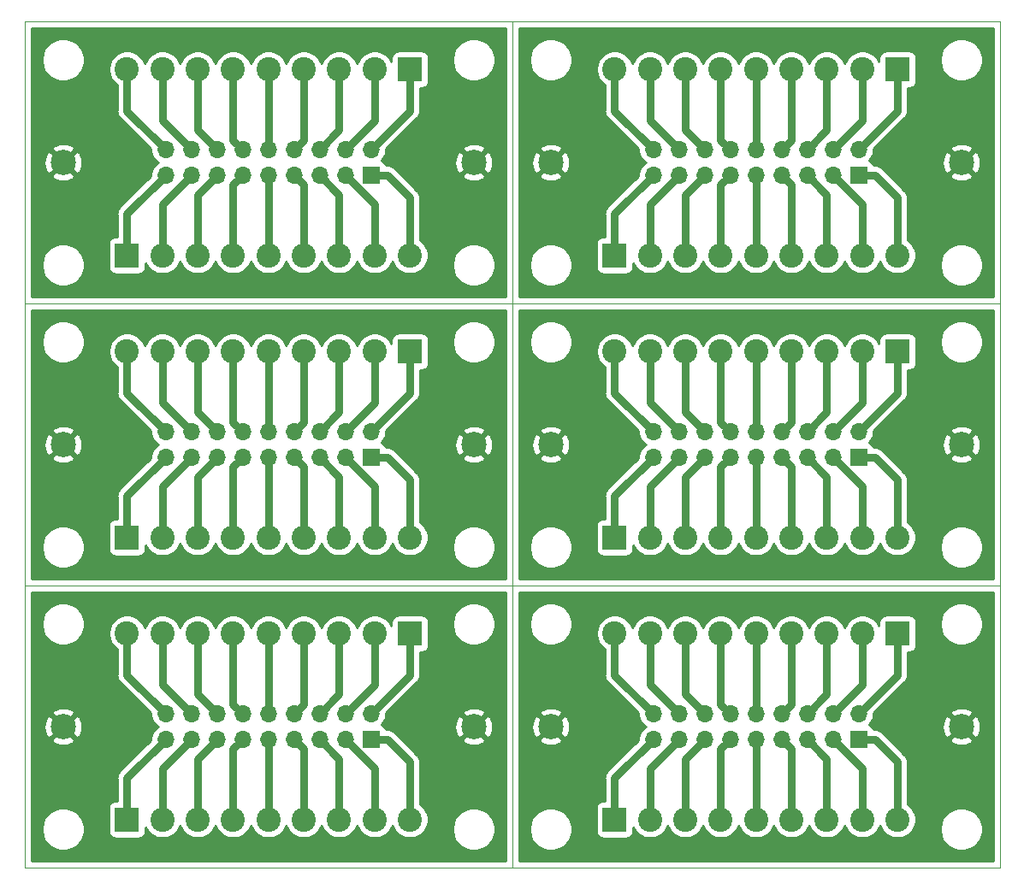
<source format=gbr>
G04 #@! TF.GenerationSoftware,KiCad,Pcbnew,5.1.5+dfsg1-2build2*
G04 #@! TF.CreationDate,2021-09-29T17:52:59-05:00*
G04 #@! TF.ProjectId,,58585858-5858-4585-9858-585858585858,rev?*
G04 #@! TF.SameCoordinates,Original*
G04 #@! TF.FileFunction,Copper,L1,Top*
G04 #@! TF.FilePolarity,Positive*
%FSLAX46Y46*%
G04 Gerber Fmt 4.6, Leading zero omitted, Abs format (unit mm)*
G04 Created by KiCad (PCBNEW 5.1.5+dfsg1-2build2) date 2021-09-29 17:52:59*
%MOMM*%
%LPD*%
G04 APERTURE LIST*
%ADD10C,0.050000*%
%ADD11R,2.400000X2.400000*%
%ADD12C,2.400000*%
%ADD13C,2.499360*%
%ADD14R,1.700000X1.700000*%
%ADD15O,1.700000X1.700000*%
%ADD16C,0.750000*%
%ADD17C,0.254000*%
G04 APERTURE END LIST*
D10*
X147254000Y-95057000D02*
X147254000Y-122997000D01*
X98994000Y-95057000D02*
X98994000Y-122997000D01*
X147254000Y-67117000D02*
X147254000Y-95057000D01*
X98994000Y-67117000D02*
X98994000Y-95057000D01*
X147254000Y-39177000D02*
X147254000Y-67117000D01*
X98994000Y-122997000D02*
X147254000Y-122997000D01*
X50734000Y-122997000D02*
X98994000Y-122997000D01*
X98994000Y-95057000D02*
X147254000Y-95057000D01*
X50734000Y-95057000D02*
X98994000Y-95057000D01*
X98994000Y-67117000D02*
X147254000Y-67117000D01*
X98994000Y-95057000D02*
X147254000Y-95057000D01*
X50734000Y-95057000D02*
X98994000Y-95057000D01*
X98994000Y-67117000D02*
X147254000Y-67117000D01*
X50734000Y-67117000D02*
X98994000Y-67117000D01*
X98994000Y-39177000D02*
X147254000Y-39177000D01*
X98994000Y-95057000D02*
X98994000Y-122997000D01*
X50734000Y-95057000D02*
X50734000Y-122997000D01*
X98994000Y-67117000D02*
X98994000Y-95057000D01*
X50734000Y-67117000D02*
X50734000Y-95057000D01*
X98994000Y-39177000D02*
X98994000Y-67117000D01*
X98994000Y-39177000D02*
X98994000Y-67117000D01*
X50734000Y-67117000D02*
X98994000Y-67117000D01*
X50734000Y-39177000D02*
X98994000Y-39177000D01*
X50734000Y-39177000D02*
X50734000Y-67117000D01*
D11*
X137124000Y-99814000D03*
D12*
X133624000Y-99814000D03*
X130124000Y-99814000D03*
X126624000Y-99814000D03*
X123124000Y-99814000D03*
X119624000Y-99814000D03*
X116124000Y-99814000D03*
X112624000Y-99814000D03*
X109124000Y-99814000D03*
D11*
X88864000Y-99814000D03*
D12*
X85364000Y-99814000D03*
X81864000Y-99814000D03*
X78364000Y-99814000D03*
X74864000Y-99814000D03*
X71364000Y-99814000D03*
X67864000Y-99814000D03*
X64364000Y-99814000D03*
X60864000Y-99814000D03*
D11*
X137124000Y-71874000D03*
D12*
X133624000Y-71874000D03*
X130124000Y-71874000D03*
X126624000Y-71874000D03*
X123124000Y-71874000D03*
X119624000Y-71874000D03*
X116124000Y-71874000D03*
X112624000Y-71874000D03*
X109124000Y-71874000D03*
D11*
X88864000Y-71874000D03*
D12*
X85364000Y-71874000D03*
X81864000Y-71874000D03*
X78364000Y-71874000D03*
X74864000Y-71874000D03*
X71364000Y-71874000D03*
X67864000Y-71874000D03*
X64364000Y-71874000D03*
X60864000Y-71874000D03*
D11*
X137124000Y-43934000D03*
D12*
X133624000Y-43934000D03*
X130124000Y-43934000D03*
X126624000Y-43934000D03*
X123124000Y-43934000D03*
X119624000Y-43934000D03*
X116124000Y-43934000D03*
X112624000Y-43934000D03*
X109124000Y-43934000D03*
D13*
X102804000Y-109027000D03*
X54544000Y-109027000D03*
X102804000Y-81087000D03*
X54544000Y-81087000D03*
X102804000Y-53147000D03*
D11*
X109124000Y-118245000D03*
D12*
X112624000Y-118245000D03*
X116124000Y-118245000D03*
X119624000Y-118245000D03*
X123124000Y-118245000D03*
X126624000Y-118245000D03*
X130124000Y-118245000D03*
X133624000Y-118245000D03*
X137124000Y-118245000D03*
D11*
X60864000Y-118245000D03*
D12*
X64364000Y-118245000D03*
X67864000Y-118245000D03*
X71364000Y-118245000D03*
X74864000Y-118245000D03*
X78364000Y-118245000D03*
X81864000Y-118245000D03*
X85364000Y-118245000D03*
X88864000Y-118245000D03*
D11*
X109124000Y-90305000D03*
D12*
X112624000Y-90305000D03*
X116124000Y-90305000D03*
X119624000Y-90305000D03*
X123124000Y-90305000D03*
X126624000Y-90305000D03*
X130124000Y-90305000D03*
X133624000Y-90305000D03*
X137124000Y-90305000D03*
D11*
X60864000Y-90305000D03*
D12*
X64364000Y-90305000D03*
X67864000Y-90305000D03*
X71364000Y-90305000D03*
X74864000Y-90305000D03*
X78364000Y-90305000D03*
X81864000Y-90305000D03*
X85364000Y-90305000D03*
X88864000Y-90305000D03*
D11*
X109124000Y-62365000D03*
D12*
X112624000Y-62365000D03*
X116124000Y-62365000D03*
X119624000Y-62365000D03*
X123124000Y-62365000D03*
X126624000Y-62365000D03*
X130124000Y-62365000D03*
X133624000Y-62365000D03*
X137124000Y-62365000D03*
D13*
X143444000Y-109027000D03*
X95184000Y-109027000D03*
X143444000Y-81087000D03*
X95184000Y-81087000D03*
X143444000Y-53147000D03*
D14*
X133284000Y-110297000D03*
D15*
X133284000Y-107757000D03*
X130744000Y-110297000D03*
X130744000Y-107757000D03*
X128204000Y-110297000D03*
X128204000Y-107757000D03*
X125664000Y-110297000D03*
X125664000Y-107757000D03*
X123124000Y-110297000D03*
X123124000Y-107757000D03*
X120584000Y-110297000D03*
X120584000Y-107757000D03*
X118044000Y-110297000D03*
X118044000Y-107757000D03*
X115504000Y-110297000D03*
X115504000Y-107757000D03*
X112964000Y-110297000D03*
X112964000Y-107757000D03*
D14*
X85024000Y-110297000D03*
D15*
X85024000Y-107757000D03*
X82484000Y-110297000D03*
X82484000Y-107757000D03*
X79944000Y-110297000D03*
X79944000Y-107757000D03*
X77404000Y-110297000D03*
X77404000Y-107757000D03*
X74864000Y-110297000D03*
X74864000Y-107757000D03*
X72324000Y-110297000D03*
X72324000Y-107757000D03*
X69784000Y-110297000D03*
X69784000Y-107757000D03*
X67244000Y-110297000D03*
X67244000Y-107757000D03*
X64704000Y-110297000D03*
X64704000Y-107757000D03*
D14*
X133284000Y-82357000D03*
D15*
X133284000Y-79817000D03*
X130744000Y-82357000D03*
X130744000Y-79817000D03*
X128204000Y-82357000D03*
X128204000Y-79817000D03*
X125664000Y-82357000D03*
X125664000Y-79817000D03*
X123124000Y-82357000D03*
X123124000Y-79817000D03*
X120584000Y-82357000D03*
X120584000Y-79817000D03*
X118044000Y-82357000D03*
X118044000Y-79817000D03*
X115504000Y-82357000D03*
X115504000Y-79817000D03*
X112964000Y-82357000D03*
X112964000Y-79817000D03*
D14*
X85024000Y-82357000D03*
D15*
X85024000Y-79817000D03*
X82484000Y-82357000D03*
X82484000Y-79817000D03*
X79944000Y-82357000D03*
X79944000Y-79817000D03*
X77404000Y-82357000D03*
X77404000Y-79817000D03*
X74864000Y-82357000D03*
X74864000Y-79817000D03*
X72324000Y-82357000D03*
X72324000Y-79817000D03*
X69784000Y-82357000D03*
X69784000Y-79817000D03*
X67244000Y-82357000D03*
X67244000Y-79817000D03*
X64704000Y-82357000D03*
X64704000Y-79817000D03*
D14*
X133284000Y-54417000D03*
D15*
X133284000Y-51877000D03*
X130744000Y-54417000D03*
X130744000Y-51877000D03*
X128204000Y-54417000D03*
X128204000Y-51877000D03*
X125664000Y-54417000D03*
X125664000Y-51877000D03*
X123124000Y-54417000D03*
X123124000Y-51877000D03*
X120584000Y-54417000D03*
X120584000Y-51877000D03*
X118044000Y-54417000D03*
X118044000Y-51877000D03*
X115504000Y-54417000D03*
X115504000Y-51877000D03*
X112964000Y-54417000D03*
X112964000Y-51877000D03*
D12*
X60864000Y-43934000D03*
X64364000Y-43934000D03*
X67864000Y-43934000D03*
X71364000Y-43934000D03*
X74864000Y-43934000D03*
X78364000Y-43934000D03*
X81864000Y-43934000D03*
X85364000Y-43934000D03*
D11*
X88864000Y-43934000D03*
D12*
X88864000Y-62365000D03*
X85364000Y-62365000D03*
X81864000Y-62365000D03*
X78364000Y-62365000D03*
X74864000Y-62365000D03*
X71364000Y-62365000D03*
X67864000Y-62365000D03*
X64364000Y-62365000D03*
D11*
X60864000Y-62365000D03*
D13*
X54544000Y-53147000D03*
D15*
X64704000Y-51877000D03*
X64704000Y-54417000D03*
X67244000Y-51877000D03*
X67244000Y-54417000D03*
X69784000Y-51877000D03*
X69784000Y-54417000D03*
X72324000Y-51877000D03*
X72324000Y-54417000D03*
X74864000Y-51877000D03*
X74864000Y-54417000D03*
X77404000Y-51877000D03*
X77404000Y-54417000D03*
X79944000Y-51877000D03*
X79944000Y-54417000D03*
X82484000Y-51877000D03*
X82484000Y-54417000D03*
X85024000Y-51877000D03*
D14*
X85024000Y-54417000D03*
D13*
X95184000Y-53147000D03*
D16*
X86624000Y-54417000D02*
X85024000Y-54417000D01*
X88864000Y-56657000D02*
X86624000Y-54417000D01*
X88864000Y-62365000D02*
X88864000Y-56657000D01*
X137124000Y-62365000D02*
X137124000Y-56657000D01*
X88864000Y-90305000D02*
X88864000Y-84597000D01*
X137124000Y-90305000D02*
X137124000Y-84597000D01*
X88864000Y-118245000D02*
X88864000Y-112537000D01*
X137124000Y-118245000D02*
X137124000Y-112537000D01*
X137124000Y-56657000D02*
X134884000Y-54417000D01*
X88864000Y-84597000D02*
X86624000Y-82357000D01*
X137124000Y-84597000D02*
X134884000Y-82357000D01*
X88864000Y-112537000D02*
X86624000Y-110297000D01*
X137124000Y-112537000D02*
X134884000Y-110297000D01*
X134884000Y-54417000D02*
X133284000Y-54417000D01*
X86624000Y-82357000D02*
X85024000Y-82357000D01*
X134884000Y-82357000D02*
X133284000Y-82357000D01*
X86624000Y-110297000D02*
X85024000Y-110297000D01*
X134884000Y-110297000D02*
X133284000Y-110297000D01*
X85364000Y-57297000D02*
X82484000Y-54417000D01*
X85364000Y-62365000D02*
X85364000Y-57297000D01*
X133624000Y-57297000D02*
X130744000Y-54417000D01*
X85364000Y-85237000D02*
X82484000Y-82357000D01*
X133624000Y-85237000D02*
X130744000Y-82357000D01*
X85364000Y-113177000D02*
X82484000Y-110297000D01*
X133624000Y-113177000D02*
X130744000Y-110297000D01*
X133624000Y-62365000D02*
X133624000Y-57297000D01*
X85364000Y-90305000D02*
X85364000Y-85237000D01*
X133624000Y-90305000D02*
X133624000Y-85237000D01*
X85364000Y-118245000D02*
X85364000Y-113177000D01*
X133624000Y-118245000D02*
X133624000Y-113177000D01*
X81864000Y-56337000D02*
X79944000Y-54417000D01*
X81864000Y-62365000D02*
X81864000Y-56337000D01*
X130124000Y-56337000D02*
X128204000Y-54417000D01*
X81864000Y-84277000D02*
X79944000Y-82357000D01*
X130124000Y-84277000D02*
X128204000Y-82357000D01*
X81864000Y-112217000D02*
X79944000Y-110297000D01*
X130124000Y-112217000D02*
X128204000Y-110297000D01*
X130124000Y-62365000D02*
X130124000Y-56337000D01*
X81864000Y-90305000D02*
X81864000Y-84277000D01*
X130124000Y-90305000D02*
X130124000Y-84277000D01*
X81864000Y-118245000D02*
X81864000Y-112217000D01*
X130124000Y-118245000D02*
X130124000Y-112217000D01*
X78364000Y-55377000D02*
X77404000Y-54417000D01*
X78364000Y-62365000D02*
X78364000Y-55377000D01*
X126624000Y-62365000D02*
X126624000Y-55377000D01*
X78364000Y-90305000D02*
X78364000Y-83317000D01*
X126624000Y-90305000D02*
X126624000Y-83317000D01*
X78364000Y-118245000D02*
X78364000Y-111257000D01*
X126624000Y-118245000D02*
X126624000Y-111257000D01*
X126624000Y-55377000D02*
X125664000Y-54417000D01*
X78364000Y-83317000D02*
X77404000Y-82357000D01*
X126624000Y-83317000D02*
X125664000Y-82357000D01*
X78364000Y-111257000D02*
X77404000Y-110297000D01*
X126624000Y-111257000D02*
X125664000Y-110297000D01*
X74864000Y-62365000D02*
X74864000Y-54417000D01*
X123124000Y-62365000D02*
X123124000Y-54417000D01*
X74864000Y-90305000D02*
X74864000Y-82357000D01*
X123124000Y-90305000D02*
X123124000Y-82357000D01*
X74864000Y-118245000D02*
X74864000Y-110297000D01*
X123124000Y-118245000D02*
X123124000Y-110297000D01*
X71364000Y-55377000D02*
X72324000Y-54417000D01*
X71364000Y-62365000D02*
X71364000Y-55377000D01*
X119624000Y-55377000D02*
X120584000Y-54417000D01*
X71364000Y-83317000D02*
X72324000Y-82357000D01*
X119624000Y-83317000D02*
X120584000Y-82357000D01*
X71364000Y-111257000D02*
X72324000Y-110297000D01*
X119624000Y-111257000D02*
X120584000Y-110297000D01*
X119624000Y-62365000D02*
X119624000Y-55377000D01*
X71364000Y-90305000D02*
X71364000Y-83317000D01*
X119624000Y-90305000D02*
X119624000Y-83317000D01*
X71364000Y-118245000D02*
X71364000Y-111257000D01*
X119624000Y-118245000D02*
X119624000Y-111257000D01*
X67864000Y-56337000D02*
X69784000Y-54417000D01*
X67864000Y-62365000D02*
X67864000Y-56337000D01*
X116124000Y-62365000D02*
X116124000Y-56337000D01*
X67864000Y-90305000D02*
X67864000Y-84277000D01*
X116124000Y-90305000D02*
X116124000Y-84277000D01*
X67864000Y-118245000D02*
X67864000Y-112217000D01*
X116124000Y-118245000D02*
X116124000Y-112217000D01*
X116124000Y-56337000D02*
X118044000Y-54417000D01*
X67864000Y-84277000D02*
X69784000Y-82357000D01*
X116124000Y-84277000D02*
X118044000Y-82357000D01*
X67864000Y-112217000D02*
X69784000Y-110297000D01*
X116124000Y-112217000D02*
X118044000Y-110297000D01*
X64364000Y-57297000D02*
X67244000Y-54417000D01*
X64364000Y-62365000D02*
X64364000Y-57297000D01*
X112624000Y-62365000D02*
X112624000Y-57297000D01*
X64364000Y-90305000D02*
X64364000Y-85237000D01*
X112624000Y-90305000D02*
X112624000Y-85237000D01*
X64364000Y-118245000D02*
X64364000Y-113177000D01*
X112624000Y-118245000D02*
X112624000Y-113177000D01*
X112624000Y-57297000D02*
X115504000Y-54417000D01*
X64364000Y-85237000D02*
X67244000Y-82357000D01*
X112624000Y-85237000D02*
X115504000Y-82357000D01*
X64364000Y-113177000D02*
X67244000Y-110297000D01*
X112624000Y-113177000D02*
X115504000Y-110297000D01*
X60864000Y-58257000D02*
X60864000Y-62365000D01*
X64704000Y-54417000D02*
X60864000Y-58257000D01*
X109124000Y-58257000D02*
X109124000Y-62365000D01*
X60864000Y-86197000D02*
X60864000Y-90305000D01*
X109124000Y-86197000D02*
X109124000Y-90305000D01*
X60864000Y-114137000D02*
X60864000Y-118245000D01*
X109124000Y-114137000D02*
X109124000Y-118245000D01*
X112964000Y-54417000D02*
X109124000Y-58257000D01*
X64704000Y-82357000D02*
X60864000Y-86197000D01*
X112964000Y-82357000D02*
X109124000Y-86197000D01*
X64704000Y-110297000D02*
X60864000Y-114137000D01*
X112964000Y-110297000D02*
X109124000Y-114137000D01*
X60864000Y-48037000D02*
X64704000Y-51877000D01*
X60864000Y-43934000D02*
X60864000Y-48037000D01*
X109124000Y-48037000D02*
X112964000Y-51877000D01*
X60864000Y-75977000D02*
X64704000Y-79817000D01*
X109124000Y-75977000D02*
X112964000Y-79817000D01*
X60864000Y-103917000D02*
X64704000Y-107757000D01*
X109124000Y-103917000D02*
X112964000Y-107757000D01*
X109124000Y-43934000D02*
X109124000Y-48037000D01*
X60864000Y-71874000D02*
X60864000Y-75977000D01*
X109124000Y-71874000D02*
X109124000Y-75977000D01*
X60864000Y-99814000D02*
X60864000Y-103917000D01*
X109124000Y-99814000D02*
X109124000Y-103917000D01*
X64364000Y-48997000D02*
X67244000Y-51877000D01*
X64364000Y-43934000D02*
X64364000Y-48997000D01*
X112624000Y-48997000D02*
X115504000Y-51877000D01*
X64364000Y-76937000D02*
X67244000Y-79817000D01*
X112624000Y-76937000D02*
X115504000Y-79817000D01*
X64364000Y-104877000D02*
X67244000Y-107757000D01*
X112624000Y-104877000D02*
X115504000Y-107757000D01*
X112624000Y-43934000D02*
X112624000Y-48997000D01*
X64364000Y-71874000D02*
X64364000Y-76937000D01*
X112624000Y-71874000D02*
X112624000Y-76937000D01*
X64364000Y-99814000D02*
X64364000Y-104877000D01*
X112624000Y-99814000D02*
X112624000Y-104877000D01*
X67864000Y-49957000D02*
X69784000Y-51877000D01*
X67864000Y-43934000D02*
X67864000Y-49957000D01*
X116124000Y-49957000D02*
X118044000Y-51877000D01*
X67864000Y-77897000D02*
X69784000Y-79817000D01*
X116124000Y-77897000D02*
X118044000Y-79817000D01*
X67864000Y-105837000D02*
X69784000Y-107757000D01*
X116124000Y-105837000D02*
X118044000Y-107757000D01*
X116124000Y-43934000D02*
X116124000Y-49957000D01*
X67864000Y-71874000D02*
X67864000Y-77897000D01*
X116124000Y-71874000D02*
X116124000Y-77897000D01*
X67864000Y-99814000D02*
X67864000Y-105837000D01*
X116124000Y-99814000D02*
X116124000Y-105837000D01*
X71364000Y-50917000D02*
X72324000Y-51877000D01*
X71364000Y-43934000D02*
X71364000Y-50917000D01*
X119624000Y-43934000D02*
X119624000Y-50917000D01*
X71364000Y-71874000D02*
X71364000Y-78857000D01*
X119624000Y-71874000D02*
X119624000Y-78857000D01*
X71364000Y-99814000D02*
X71364000Y-106797000D01*
X119624000Y-99814000D02*
X119624000Y-106797000D01*
X119624000Y-50917000D02*
X120584000Y-51877000D01*
X71364000Y-78857000D02*
X72324000Y-79817000D01*
X119624000Y-78857000D02*
X120584000Y-79817000D01*
X71364000Y-106797000D02*
X72324000Y-107757000D01*
X119624000Y-106797000D02*
X120584000Y-107757000D01*
X74864000Y-43934000D02*
X74864000Y-51877000D01*
X123124000Y-43934000D02*
X123124000Y-51877000D01*
X74864000Y-71874000D02*
X74864000Y-79817000D01*
X123124000Y-71874000D02*
X123124000Y-79817000D01*
X74864000Y-99814000D02*
X74864000Y-107757000D01*
X123124000Y-99814000D02*
X123124000Y-107757000D01*
X78364000Y-50917000D02*
X77404000Y-51877000D01*
X78364000Y-43934000D02*
X78364000Y-50917000D01*
X126624000Y-43934000D02*
X126624000Y-50917000D01*
X78364000Y-71874000D02*
X78364000Y-78857000D01*
X126624000Y-71874000D02*
X126624000Y-78857000D01*
X78364000Y-99814000D02*
X78364000Y-106797000D01*
X126624000Y-99814000D02*
X126624000Y-106797000D01*
X126624000Y-50917000D02*
X125664000Y-51877000D01*
X78364000Y-78857000D02*
X77404000Y-79817000D01*
X126624000Y-78857000D02*
X125664000Y-79817000D01*
X78364000Y-106797000D02*
X77404000Y-107757000D01*
X126624000Y-106797000D02*
X125664000Y-107757000D01*
X81864000Y-49957000D02*
X79944000Y-51877000D01*
X81864000Y-43934000D02*
X81864000Y-49957000D01*
X130124000Y-49957000D02*
X128204000Y-51877000D01*
X81864000Y-77897000D02*
X79944000Y-79817000D01*
X130124000Y-77897000D02*
X128204000Y-79817000D01*
X81864000Y-105837000D02*
X79944000Y-107757000D01*
X130124000Y-105837000D02*
X128204000Y-107757000D01*
X130124000Y-43934000D02*
X130124000Y-49957000D01*
X81864000Y-71874000D02*
X81864000Y-77897000D01*
X130124000Y-71874000D02*
X130124000Y-77897000D01*
X81864000Y-99814000D02*
X81864000Y-105837000D01*
X130124000Y-99814000D02*
X130124000Y-105837000D01*
X85364000Y-48997000D02*
X82484000Y-51877000D01*
X85364000Y-43934000D02*
X85364000Y-48997000D01*
X133624000Y-48997000D02*
X130744000Y-51877000D01*
X85364000Y-76937000D02*
X82484000Y-79817000D01*
X133624000Y-76937000D02*
X130744000Y-79817000D01*
X85364000Y-104877000D02*
X82484000Y-107757000D01*
X133624000Y-104877000D02*
X130744000Y-107757000D01*
X133624000Y-43934000D02*
X133624000Y-48997000D01*
X85364000Y-71874000D02*
X85364000Y-76937000D01*
X133624000Y-71874000D02*
X133624000Y-76937000D01*
X85364000Y-99814000D02*
X85364000Y-104877000D01*
X133624000Y-99814000D02*
X133624000Y-104877000D01*
X88864000Y-48037000D02*
X85024000Y-51877000D01*
X88864000Y-43934000D02*
X88864000Y-48037000D01*
X137124000Y-48037000D02*
X133284000Y-51877000D01*
X88864000Y-75977000D02*
X85024000Y-79817000D01*
X137124000Y-75977000D02*
X133284000Y-79817000D01*
X88864000Y-103917000D02*
X85024000Y-107757000D01*
X137124000Y-103917000D02*
X133284000Y-107757000D01*
X137124000Y-43934000D02*
X137124000Y-48037000D01*
X88864000Y-71874000D02*
X88864000Y-75977000D01*
X137124000Y-71874000D02*
X137124000Y-75977000D01*
X88864000Y-99814000D02*
X88864000Y-103917000D01*
X137124000Y-99814000D02*
X137124000Y-103917000D01*
D17*
G36*
X98334001Y-66457000D02*
G01*
X51394000Y-66457000D01*
X51394000Y-63096721D01*
X52409000Y-63096721D01*
X52409000Y-63517279D01*
X52491047Y-63929756D01*
X52651988Y-64318302D01*
X52885637Y-64667983D01*
X53183017Y-64965363D01*
X53532698Y-65199012D01*
X53921244Y-65359953D01*
X54333721Y-65442000D01*
X54754279Y-65442000D01*
X55166756Y-65359953D01*
X55555302Y-65199012D01*
X55904983Y-64965363D01*
X56202363Y-64667983D01*
X56436012Y-64318302D01*
X56596953Y-63929756D01*
X56679000Y-63517279D01*
X56679000Y-63096721D01*
X56596953Y-62684244D01*
X56436012Y-62295698D01*
X56202363Y-61946017D01*
X55904983Y-61648637D01*
X55555302Y-61414988D01*
X55166756Y-61254047D01*
X54754279Y-61172000D01*
X54333721Y-61172000D01*
X53921244Y-61254047D01*
X53532698Y-61414988D01*
X53183017Y-61648637D01*
X52885637Y-61946017D01*
X52651988Y-62295698D01*
X52491047Y-62684244D01*
X52409000Y-63096721D01*
X51394000Y-63096721D01*
X51394000Y-61165000D01*
X59025928Y-61165000D01*
X59025928Y-63565000D01*
X59038188Y-63689482D01*
X59074498Y-63809180D01*
X59133463Y-63919494D01*
X59212815Y-64016185D01*
X59309506Y-64095537D01*
X59419820Y-64154502D01*
X59539518Y-64190812D01*
X59664000Y-64203072D01*
X62064000Y-64203072D01*
X62188482Y-64190812D01*
X62308180Y-64154502D01*
X62418494Y-64095537D01*
X62515185Y-64016185D01*
X62594537Y-63919494D01*
X62653502Y-63809180D01*
X62689812Y-63689482D01*
X62702072Y-63565000D01*
X62702072Y-63147838D01*
X62737844Y-63234199D01*
X62938662Y-63534744D01*
X63194256Y-63790338D01*
X63494801Y-63991156D01*
X63828750Y-64129482D01*
X64183268Y-64200000D01*
X64544732Y-64200000D01*
X64899250Y-64129482D01*
X65233199Y-63991156D01*
X65533744Y-63790338D01*
X65789338Y-63534744D01*
X65990156Y-63234199D01*
X66114000Y-62935213D01*
X66237844Y-63234199D01*
X66438662Y-63534744D01*
X66694256Y-63790338D01*
X66994801Y-63991156D01*
X67328750Y-64129482D01*
X67683268Y-64200000D01*
X68044732Y-64200000D01*
X68399250Y-64129482D01*
X68733199Y-63991156D01*
X69033744Y-63790338D01*
X69289338Y-63534744D01*
X69490156Y-63234199D01*
X69614000Y-62935213D01*
X69737844Y-63234199D01*
X69938662Y-63534744D01*
X70194256Y-63790338D01*
X70494801Y-63991156D01*
X70828750Y-64129482D01*
X71183268Y-64200000D01*
X71544732Y-64200000D01*
X71899250Y-64129482D01*
X72233199Y-63991156D01*
X72533744Y-63790338D01*
X72789338Y-63534744D01*
X72990156Y-63234199D01*
X73114000Y-62935213D01*
X73237844Y-63234199D01*
X73438662Y-63534744D01*
X73694256Y-63790338D01*
X73994801Y-63991156D01*
X74328750Y-64129482D01*
X74683268Y-64200000D01*
X75044732Y-64200000D01*
X75399250Y-64129482D01*
X75733199Y-63991156D01*
X76033744Y-63790338D01*
X76289338Y-63534744D01*
X76490156Y-63234199D01*
X76614000Y-62935213D01*
X76737844Y-63234199D01*
X76938662Y-63534744D01*
X77194256Y-63790338D01*
X77494801Y-63991156D01*
X77828750Y-64129482D01*
X78183268Y-64200000D01*
X78544732Y-64200000D01*
X78899250Y-64129482D01*
X79233199Y-63991156D01*
X79533744Y-63790338D01*
X79789338Y-63534744D01*
X79990156Y-63234199D01*
X80114000Y-62935213D01*
X80237844Y-63234199D01*
X80438662Y-63534744D01*
X80694256Y-63790338D01*
X80994801Y-63991156D01*
X81328750Y-64129482D01*
X81683268Y-64200000D01*
X82044732Y-64200000D01*
X82399250Y-64129482D01*
X82733199Y-63991156D01*
X83033744Y-63790338D01*
X83289338Y-63534744D01*
X83490156Y-63234199D01*
X83614000Y-62935213D01*
X83737844Y-63234199D01*
X83938662Y-63534744D01*
X84194256Y-63790338D01*
X84494801Y-63991156D01*
X84828750Y-64129482D01*
X85183268Y-64200000D01*
X85544732Y-64200000D01*
X85899250Y-64129482D01*
X86233199Y-63991156D01*
X86533744Y-63790338D01*
X86789338Y-63534744D01*
X86990156Y-63234199D01*
X87114000Y-62935213D01*
X87237844Y-63234199D01*
X87438662Y-63534744D01*
X87694256Y-63790338D01*
X87994801Y-63991156D01*
X88328750Y-64129482D01*
X88683268Y-64200000D01*
X89044732Y-64200000D01*
X89399250Y-64129482D01*
X89733199Y-63991156D01*
X90033744Y-63790338D01*
X90289338Y-63534744D01*
X90490156Y-63234199D01*
X90547101Y-63096721D01*
X93049000Y-63096721D01*
X93049000Y-63517279D01*
X93131047Y-63929756D01*
X93291988Y-64318302D01*
X93525637Y-64667983D01*
X93823017Y-64965363D01*
X94172698Y-65199012D01*
X94561244Y-65359953D01*
X94973721Y-65442000D01*
X95394279Y-65442000D01*
X95806756Y-65359953D01*
X96195302Y-65199012D01*
X96544983Y-64965363D01*
X96842363Y-64667983D01*
X97076012Y-64318302D01*
X97236953Y-63929756D01*
X97319000Y-63517279D01*
X97319000Y-63096721D01*
X97236953Y-62684244D01*
X97076012Y-62295698D01*
X96842363Y-61946017D01*
X96544983Y-61648637D01*
X96195302Y-61414988D01*
X95806756Y-61254047D01*
X95394279Y-61172000D01*
X94973721Y-61172000D01*
X94561244Y-61254047D01*
X94172698Y-61414988D01*
X93823017Y-61648637D01*
X93525637Y-61946017D01*
X93291988Y-62295698D01*
X93131047Y-62684244D01*
X93049000Y-63096721D01*
X90547101Y-63096721D01*
X90628482Y-62900250D01*
X90699000Y-62545732D01*
X90699000Y-62184268D01*
X90628482Y-61829750D01*
X90490156Y-61495801D01*
X90289338Y-61195256D01*
X90033744Y-60939662D01*
X89874000Y-60832924D01*
X89874000Y-56706604D01*
X89878886Y-56656999D01*
X89874000Y-56607392D01*
X89859385Y-56459006D01*
X89801632Y-56268620D01*
X89707847Y-56093160D01*
X89581633Y-55939367D01*
X89543094Y-55907739D01*
X88095732Y-54460377D01*
X94050229Y-54460377D01*
X94176104Y-54750315D01*
X94508262Y-54916139D01*
X94866387Y-55013975D01*
X95236719Y-55040065D01*
X95605025Y-54993405D01*
X95957151Y-54875789D01*
X96191896Y-54750315D01*
X96317771Y-54460377D01*
X95184000Y-53326605D01*
X94050229Y-54460377D01*
X88095732Y-54460377D01*
X87373261Y-53737906D01*
X87341633Y-53699367D01*
X87187840Y-53573153D01*
X87012380Y-53479368D01*
X86821994Y-53421615D01*
X86673608Y-53407000D01*
X86624000Y-53402114D01*
X86574392Y-53407000D01*
X86489038Y-53407000D01*
X86463502Y-53322820D01*
X86404537Y-53212506D01*
X86394044Y-53199719D01*
X93290935Y-53199719D01*
X93337595Y-53568025D01*
X93455211Y-53920151D01*
X93580685Y-54154896D01*
X93870623Y-54280771D01*
X95004395Y-53147000D01*
X95363605Y-53147000D01*
X96497377Y-54280771D01*
X96787315Y-54154896D01*
X96953139Y-53822738D01*
X97050975Y-53464613D01*
X97077065Y-53094281D01*
X97030405Y-52725975D01*
X96912789Y-52373849D01*
X96787315Y-52139104D01*
X96497377Y-52013229D01*
X95363605Y-53147000D01*
X95004395Y-53147000D01*
X93870623Y-52013229D01*
X93580685Y-52139104D01*
X93414861Y-52471262D01*
X93317025Y-52829387D01*
X93290935Y-53199719D01*
X86394044Y-53199719D01*
X86325185Y-53115815D01*
X86228494Y-53036463D01*
X86118180Y-52977498D01*
X86045620Y-52955487D01*
X86177475Y-52823632D01*
X86339990Y-52580411D01*
X86451932Y-52310158D01*
X86509000Y-52023260D01*
X86509000Y-51833623D01*
X94050229Y-51833623D01*
X95184000Y-52967395D01*
X96317771Y-51833623D01*
X96191896Y-51543685D01*
X95859738Y-51377861D01*
X95501613Y-51280025D01*
X95131281Y-51253935D01*
X94762975Y-51300595D01*
X94410849Y-51418211D01*
X94176104Y-51543685D01*
X94050229Y-51833623D01*
X86509000Y-51833623D01*
X86509000Y-51820355D01*
X89543094Y-48786261D01*
X89581633Y-48754633D01*
X89707847Y-48600840D01*
X89801632Y-48425380D01*
X89859385Y-48234994D01*
X89874000Y-48086608D01*
X89874000Y-48086606D01*
X89878886Y-48037001D01*
X89874000Y-47987396D01*
X89874000Y-45772072D01*
X90064000Y-45772072D01*
X90188482Y-45759812D01*
X90308180Y-45723502D01*
X90418494Y-45664537D01*
X90515185Y-45585185D01*
X90594537Y-45488494D01*
X90653502Y-45378180D01*
X90689812Y-45258482D01*
X90702072Y-45134000D01*
X90702072Y-42776721D01*
X93049000Y-42776721D01*
X93049000Y-43197279D01*
X93131047Y-43609756D01*
X93291988Y-43998302D01*
X93525637Y-44347983D01*
X93823017Y-44645363D01*
X94172698Y-44879012D01*
X94561244Y-45039953D01*
X94973721Y-45122000D01*
X95394279Y-45122000D01*
X95806756Y-45039953D01*
X96195302Y-44879012D01*
X96544983Y-44645363D01*
X96842363Y-44347983D01*
X97076012Y-43998302D01*
X97236953Y-43609756D01*
X97319000Y-43197279D01*
X97319000Y-42776721D01*
X97236953Y-42364244D01*
X97076012Y-41975698D01*
X96842363Y-41626017D01*
X96544983Y-41328637D01*
X96195302Y-41094988D01*
X95806756Y-40934047D01*
X95394279Y-40852000D01*
X94973721Y-40852000D01*
X94561244Y-40934047D01*
X94172698Y-41094988D01*
X93823017Y-41328637D01*
X93525637Y-41626017D01*
X93291988Y-41975698D01*
X93131047Y-42364244D01*
X93049000Y-42776721D01*
X90702072Y-42776721D01*
X90702072Y-42734000D01*
X90689812Y-42609518D01*
X90653502Y-42489820D01*
X90594537Y-42379506D01*
X90515185Y-42282815D01*
X90418494Y-42203463D01*
X90308180Y-42144498D01*
X90188482Y-42108188D01*
X90064000Y-42095928D01*
X87664000Y-42095928D01*
X87539518Y-42108188D01*
X87419820Y-42144498D01*
X87309506Y-42203463D01*
X87212815Y-42282815D01*
X87133463Y-42379506D01*
X87074498Y-42489820D01*
X87038188Y-42609518D01*
X87025928Y-42734000D01*
X87025928Y-43151162D01*
X86990156Y-43064801D01*
X86789338Y-42764256D01*
X86533744Y-42508662D01*
X86233199Y-42307844D01*
X85899250Y-42169518D01*
X85544732Y-42099000D01*
X85183268Y-42099000D01*
X84828750Y-42169518D01*
X84494801Y-42307844D01*
X84194256Y-42508662D01*
X83938662Y-42764256D01*
X83737844Y-43064801D01*
X83614000Y-43363787D01*
X83490156Y-43064801D01*
X83289338Y-42764256D01*
X83033744Y-42508662D01*
X82733199Y-42307844D01*
X82399250Y-42169518D01*
X82044732Y-42099000D01*
X81683268Y-42099000D01*
X81328750Y-42169518D01*
X80994801Y-42307844D01*
X80694256Y-42508662D01*
X80438662Y-42764256D01*
X80237844Y-43064801D01*
X80114000Y-43363787D01*
X79990156Y-43064801D01*
X79789338Y-42764256D01*
X79533744Y-42508662D01*
X79233199Y-42307844D01*
X78899250Y-42169518D01*
X78544732Y-42099000D01*
X78183268Y-42099000D01*
X77828750Y-42169518D01*
X77494801Y-42307844D01*
X77194256Y-42508662D01*
X76938662Y-42764256D01*
X76737844Y-43064801D01*
X76614000Y-43363787D01*
X76490156Y-43064801D01*
X76289338Y-42764256D01*
X76033744Y-42508662D01*
X75733199Y-42307844D01*
X75399250Y-42169518D01*
X75044732Y-42099000D01*
X74683268Y-42099000D01*
X74328750Y-42169518D01*
X73994801Y-42307844D01*
X73694256Y-42508662D01*
X73438662Y-42764256D01*
X73237844Y-43064801D01*
X73114000Y-43363787D01*
X72990156Y-43064801D01*
X72789338Y-42764256D01*
X72533744Y-42508662D01*
X72233199Y-42307844D01*
X71899250Y-42169518D01*
X71544732Y-42099000D01*
X71183268Y-42099000D01*
X70828750Y-42169518D01*
X70494801Y-42307844D01*
X70194256Y-42508662D01*
X69938662Y-42764256D01*
X69737844Y-43064801D01*
X69614000Y-43363787D01*
X69490156Y-43064801D01*
X69289338Y-42764256D01*
X69033744Y-42508662D01*
X68733199Y-42307844D01*
X68399250Y-42169518D01*
X68044732Y-42099000D01*
X67683268Y-42099000D01*
X67328750Y-42169518D01*
X66994801Y-42307844D01*
X66694256Y-42508662D01*
X66438662Y-42764256D01*
X66237844Y-43064801D01*
X66114000Y-43363787D01*
X65990156Y-43064801D01*
X65789338Y-42764256D01*
X65533744Y-42508662D01*
X65233199Y-42307844D01*
X64899250Y-42169518D01*
X64544732Y-42099000D01*
X64183268Y-42099000D01*
X63828750Y-42169518D01*
X63494801Y-42307844D01*
X63194256Y-42508662D01*
X62938662Y-42764256D01*
X62737844Y-43064801D01*
X62614000Y-43363787D01*
X62490156Y-43064801D01*
X62289338Y-42764256D01*
X62033744Y-42508662D01*
X61733199Y-42307844D01*
X61399250Y-42169518D01*
X61044732Y-42099000D01*
X60683268Y-42099000D01*
X60328750Y-42169518D01*
X59994801Y-42307844D01*
X59694256Y-42508662D01*
X59438662Y-42764256D01*
X59237844Y-43064801D01*
X59099518Y-43398750D01*
X59029000Y-43753268D01*
X59029000Y-44114732D01*
X59099518Y-44469250D01*
X59237844Y-44803199D01*
X59438662Y-45103744D01*
X59694256Y-45359338D01*
X59854000Y-45466076D01*
X59854001Y-47987382D01*
X59849114Y-48037000D01*
X59868615Y-48234994D01*
X59926368Y-48425379D01*
X59926369Y-48425380D01*
X60020154Y-48600840D01*
X60146368Y-48754633D01*
X60184901Y-48786256D01*
X63219000Y-51820355D01*
X63219000Y-52023260D01*
X63276068Y-52310158D01*
X63388010Y-52580411D01*
X63550525Y-52823632D01*
X63757368Y-53030475D01*
X63931760Y-53147000D01*
X63757368Y-53263525D01*
X63550525Y-53470368D01*
X63388010Y-53713589D01*
X63276068Y-53983842D01*
X63219000Y-54270740D01*
X63219000Y-54473645D01*
X60184906Y-57507739D01*
X60146367Y-57539367D01*
X60020153Y-57693160D01*
X59930527Y-57860840D01*
X59926368Y-57868621D01*
X59868615Y-58059006D01*
X59849114Y-58257000D01*
X59854000Y-58306608D01*
X59854001Y-60526928D01*
X59664000Y-60526928D01*
X59539518Y-60539188D01*
X59419820Y-60575498D01*
X59309506Y-60634463D01*
X59212815Y-60713815D01*
X59133463Y-60810506D01*
X59074498Y-60920820D01*
X59038188Y-61040518D01*
X59025928Y-61165000D01*
X51394000Y-61165000D01*
X51394000Y-54460377D01*
X53410229Y-54460377D01*
X53536104Y-54750315D01*
X53868262Y-54916139D01*
X54226387Y-55013975D01*
X54596719Y-55040065D01*
X54965025Y-54993405D01*
X55317151Y-54875789D01*
X55551896Y-54750315D01*
X55677771Y-54460377D01*
X54544000Y-53326605D01*
X53410229Y-54460377D01*
X51394000Y-54460377D01*
X51394000Y-53199719D01*
X52650935Y-53199719D01*
X52697595Y-53568025D01*
X52815211Y-53920151D01*
X52940685Y-54154896D01*
X53230623Y-54280771D01*
X54364395Y-53147000D01*
X54723605Y-53147000D01*
X55857377Y-54280771D01*
X56147315Y-54154896D01*
X56313139Y-53822738D01*
X56410975Y-53464613D01*
X56437065Y-53094281D01*
X56390405Y-52725975D01*
X56272789Y-52373849D01*
X56147315Y-52139104D01*
X55857377Y-52013229D01*
X54723605Y-53147000D01*
X54364395Y-53147000D01*
X53230623Y-52013229D01*
X52940685Y-52139104D01*
X52774861Y-52471262D01*
X52677025Y-52829387D01*
X52650935Y-53199719D01*
X51394000Y-53199719D01*
X51394000Y-51833623D01*
X53410229Y-51833623D01*
X54544000Y-52967395D01*
X55677771Y-51833623D01*
X55551896Y-51543685D01*
X55219738Y-51377861D01*
X54861613Y-51280025D01*
X54491281Y-51253935D01*
X54122975Y-51300595D01*
X53770849Y-51418211D01*
X53536104Y-51543685D01*
X53410229Y-51833623D01*
X51394000Y-51833623D01*
X51394000Y-42776721D01*
X52409000Y-42776721D01*
X52409000Y-43197279D01*
X52491047Y-43609756D01*
X52651988Y-43998302D01*
X52885637Y-44347983D01*
X53183017Y-44645363D01*
X53532698Y-44879012D01*
X53921244Y-45039953D01*
X54333721Y-45122000D01*
X54754279Y-45122000D01*
X55166756Y-45039953D01*
X55555302Y-44879012D01*
X55904983Y-44645363D01*
X56202363Y-44347983D01*
X56436012Y-43998302D01*
X56596953Y-43609756D01*
X56679000Y-43197279D01*
X56679000Y-42776721D01*
X56596953Y-42364244D01*
X56436012Y-41975698D01*
X56202363Y-41626017D01*
X55904983Y-41328637D01*
X55555302Y-41094988D01*
X55166756Y-40934047D01*
X54754279Y-40852000D01*
X54333721Y-40852000D01*
X53921244Y-40934047D01*
X53532698Y-41094988D01*
X53183017Y-41328637D01*
X52885637Y-41626017D01*
X52651988Y-41975698D01*
X52491047Y-42364244D01*
X52409000Y-42776721D01*
X51394000Y-42776721D01*
X51394000Y-39837000D01*
X98334000Y-39837000D01*
X98334001Y-66457000D01*
G37*
X98334001Y-66457000D02*
X51394000Y-66457000D01*
X51394000Y-63096721D01*
X52409000Y-63096721D01*
X52409000Y-63517279D01*
X52491047Y-63929756D01*
X52651988Y-64318302D01*
X52885637Y-64667983D01*
X53183017Y-64965363D01*
X53532698Y-65199012D01*
X53921244Y-65359953D01*
X54333721Y-65442000D01*
X54754279Y-65442000D01*
X55166756Y-65359953D01*
X55555302Y-65199012D01*
X55904983Y-64965363D01*
X56202363Y-64667983D01*
X56436012Y-64318302D01*
X56596953Y-63929756D01*
X56679000Y-63517279D01*
X56679000Y-63096721D01*
X56596953Y-62684244D01*
X56436012Y-62295698D01*
X56202363Y-61946017D01*
X55904983Y-61648637D01*
X55555302Y-61414988D01*
X55166756Y-61254047D01*
X54754279Y-61172000D01*
X54333721Y-61172000D01*
X53921244Y-61254047D01*
X53532698Y-61414988D01*
X53183017Y-61648637D01*
X52885637Y-61946017D01*
X52651988Y-62295698D01*
X52491047Y-62684244D01*
X52409000Y-63096721D01*
X51394000Y-63096721D01*
X51394000Y-61165000D01*
X59025928Y-61165000D01*
X59025928Y-63565000D01*
X59038188Y-63689482D01*
X59074498Y-63809180D01*
X59133463Y-63919494D01*
X59212815Y-64016185D01*
X59309506Y-64095537D01*
X59419820Y-64154502D01*
X59539518Y-64190812D01*
X59664000Y-64203072D01*
X62064000Y-64203072D01*
X62188482Y-64190812D01*
X62308180Y-64154502D01*
X62418494Y-64095537D01*
X62515185Y-64016185D01*
X62594537Y-63919494D01*
X62653502Y-63809180D01*
X62689812Y-63689482D01*
X62702072Y-63565000D01*
X62702072Y-63147838D01*
X62737844Y-63234199D01*
X62938662Y-63534744D01*
X63194256Y-63790338D01*
X63494801Y-63991156D01*
X63828750Y-64129482D01*
X64183268Y-64200000D01*
X64544732Y-64200000D01*
X64899250Y-64129482D01*
X65233199Y-63991156D01*
X65533744Y-63790338D01*
X65789338Y-63534744D01*
X65990156Y-63234199D01*
X66114000Y-62935213D01*
X66237844Y-63234199D01*
X66438662Y-63534744D01*
X66694256Y-63790338D01*
X66994801Y-63991156D01*
X67328750Y-64129482D01*
X67683268Y-64200000D01*
X68044732Y-64200000D01*
X68399250Y-64129482D01*
X68733199Y-63991156D01*
X69033744Y-63790338D01*
X69289338Y-63534744D01*
X69490156Y-63234199D01*
X69614000Y-62935213D01*
X69737844Y-63234199D01*
X69938662Y-63534744D01*
X70194256Y-63790338D01*
X70494801Y-63991156D01*
X70828750Y-64129482D01*
X71183268Y-64200000D01*
X71544732Y-64200000D01*
X71899250Y-64129482D01*
X72233199Y-63991156D01*
X72533744Y-63790338D01*
X72789338Y-63534744D01*
X72990156Y-63234199D01*
X73114000Y-62935213D01*
X73237844Y-63234199D01*
X73438662Y-63534744D01*
X73694256Y-63790338D01*
X73994801Y-63991156D01*
X74328750Y-64129482D01*
X74683268Y-64200000D01*
X75044732Y-64200000D01*
X75399250Y-64129482D01*
X75733199Y-63991156D01*
X76033744Y-63790338D01*
X76289338Y-63534744D01*
X76490156Y-63234199D01*
X76614000Y-62935213D01*
X76737844Y-63234199D01*
X76938662Y-63534744D01*
X77194256Y-63790338D01*
X77494801Y-63991156D01*
X77828750Y-64129482D01*
X78183268Y-64200000D01*
X78544732Y-64200000D01*
X78899250Y-64129482D01*
X79233199Y-63991156D01*
X79533744Y-63790338D01*
X79789338Y-63534744D01*
X79990156Y-63234199D01*
X80114000Y-62935213D01*
X80237844Y-63234199D01*
X80438662Y-63534744D01*
X80694256Y-63790338D01*
X80994801Y-63991156D01*
X81328750Y-64129482D01*
X81683268Y-64200000D01*
X82044732Y-64200000D01*
X82399250Y-64129482D01*
X82733199Y-63991156D01*
X83033744Y-63790338D01*
X83289338Y-63534744D01*
X83490156Y-63234199D01*
X83614000Y-62935213D01*
X83737844Y-63234199D01*
X83938662Y-63534744D01*
X84194256Y-63790338D01*
X84494801Y-63991156D01*
X84828750Y-64129482D01*
X85183268Y-64200000D01*
X85544732Y-64200000D01*
X85899250Y-64129482D01*
X86233199Y-63991156D01*
X86533744Y-63790338D01*
X86789338Y-63534744D01*
X86990156Y-63234199D01*
X87114000Y-62935213D01*
X87237844Y-63234199D01*
X87438662Y-63534744D01*
X87694256Y-63790338D01*
X87994801Y-63991156D01*
X88328750Y-64129482D01*
X88683268Y-64200000D01*
X89044732Y-64200000D01*
X89399250Y-64129482D01*
X89733199Y-63991156D01*
X90033744Y-63790338D01*
X90289338Y-63534744D01*
X90490156Y-63234199D01*
X90547101Y-63096721D01*
X93049000Y-63096721D01*
X93049000Y-63517279D01*
X93131047Y-63929756D01*
X93291988Y-64318302D01*
X93525637Y-64667983D01*
X93823017Y-64965363D01*
X94172698Y-65199012D01*
X94561244Y-65359953D01*
X94973721Y-65442000D01*
X95394279Y-65442000D01*
X95806756Y-65359953D01*
X96195302Y-65199012D01*
X96544983Y-64965363D01*
X96842363Y-64667983D01*
X97076012Y-64318302D01*
X97236953Y-63929756D01*
X97319000Y-63517279D01*
X97319000Y-63096721D01*
X97236953Y-62684244D01*
X97076012Y-62295698D01*
X96842363Y-61946017D01*
X96544983Y-61648637D01*
X96195302Y-61414988D01*
X95806756Y-61254047D01*
X95394279Y-61172000D01*
X94973721Y-61172000D01*
X94561244Y-61254047D01*
X94172698Y-61414988D01*
X93823017Y-61648637D01*
X93525637Y-61946017D01*
X93291988Y-62295698D01*
X93131047Y-62684244D01*
X93049000Y-63096721D01*
X90547101Y-63096721D01*
X90628482Y-62900250D01*
X90699000Y-62545732D01*
X90699000Y-62184268D01*
X90628482Y-61829750D01*
X90490156Y-61495801D01*
X90289338Y-61195256D01*
X90033744Y-60939662D01*
X89874000Y-60832924D01*
X89874000Y-56706604D01*
X89878886Y-56656999D01*
X89874000Y-56607392D01*
X89859385Y-56459006D01*
X89801632Y-56268620D01*
X89707847Y-56093160D01*
X89581633Y-55939367D01*
X89543094Y-55907739D01*
X88095732Y-54460377D01*
X94050229Y-54460377D01*
X94176104Y-54750315D01*
X94508262Y-54916139D01*
X94866387Y-55013975D01*
X95236719Y-55040065D01*
X95605025Y-54993405D01*
X95957151Y-54875789D01*
X96191896Y-54750315D01*
X96317771Y-54460377D01*
X95184000Y-53326605D01*
X94050229Y-54460377D01*
X88095732Y-54460377D01*
X87373261Y-53737906D01*
X87341633Y-53699367D01*
X87187840Y-53573153D01*
X87012380Y-53479368D01*
X86821994Y-53421615D01*
X86673608Y-53407000D01*
X86624000Y-53402114D01*
X86574392Y-53407000D01*
X86489038Y-53407000D01*
X86463502Y-53322820D01*
X86404537Y-53212506D01*
X86394044Y-53199719D01*
X93290935Y-53199719D01*
X93337595Y-53568025D01*
X93455211Y-53920151D01*
X93580685Y-54154896D01*
X93870623Y-54280771D01*
X95004395Y-53147000D01*
X95363605Y-53147000D01*
X96497377Y-54280771D01*
X96787315Y-54154896D01*
X96953139Y-53822738D01*
X97050975Y-53464613D01*
X97077065Y-53094281D01*
X97030405Y-52725975D01*
X96912789Y-52373849D01*
X96787315Y-52139104D01*
X96497377Y-52013229D01*
X95363605Y-53147000D01*
X95004395Y-53147000D01*
X93870623Y-52013229D01*
X93580685Y-52139104D01*
X93414861Y-52471262D01*
X93317025Y-52829387D01*
X93290935Y-53199719D01*
X86394044Y-53199719D01*
X86325185Y-53115815D01*
X86228494Y-53036463D01*
X86118180Y-52977498D01*
X86045620Y-52955487D01*
X86177475Y-52823632D01*
X86339990Y-52580411D01*
X86451932Y-52310158D01*
X86509000Y-52023260D01*
X86509000Y-51833623D01*
X94050229Y-51833623D01*
X95184000Y-52967395D01*
X96317771Y-51833623D01*
X96191896Y-51543685D01*
X95859738Y-51377861D01*
X95501613Y-51280025D01*
X95131281Y-51253935D01*
X94762975Y-51300595D01*
X94410849Y-51418211D01*
X94176104Y-51543685D01*
X94050229Y-51833623D01*
X86509000Y-51833623D01*
X86509000Y-51820355D01*
X89543094Y-48786261D01*
X89581633Y-48754633D01*
X89707847Y-48600840D01*
X89801632Y-48425380D01*
X89859385Y-48234994D01*
X89874000Y-48086608D01*
X89874000Y-48086606D01*
X89878886Y-48037001D01*
X89874000Y-47987396D01*
X89874000Y-45772072D01*
X90064000Y-45772072D01*
X90188482Y-45759812D01*
X90308180Y-45723502D01*
X90418494Y-45664537D01*
X90515185Y-45585185D01*
X90594537Y-45488494D01*
X90653502Y-45378180D01*
X90689812Y-45258482D01*
X90702072Y-45134000D01*
X90702072Y-42776721D01*
X93049000Y-42776721D01*
X93049000Y-43197279D01*
X93131047Y-43609756D01*
X93291988Y-43998302D01*
X93525637Y-44347983D01*
X93823017Y-44645363D01*
X94172698Y-44879012D01*
X94561244Y-45039953D01*
X94973721Y-45122000D01*
X95394279Y-45122000D01*
X95806756Y-45039953D01*
X96195302Y-44879012D01*
X96544983Y-44645363D01*
X96842363Y-44347983D01*
X97076012Y-43998302D01*
X97236953Y-43609756D01*
X97319000Y-43197279D01*
X97319000Y-42776721D01*
X97236953Y-42364244D01*
X97076012Y-41975698D01*
X96842363Y-41626017D01*
X96544983Y-41328637D01*
X96195302Y-41094988D01*
X95806756Y-40934047D01*
X95394279Y-40852000D01*
X94973721Y-40852000D01*
X94561244Y-40934047D01*
X94172698Y-41094988D01*
X93823017Y-41328637D01*
X93525637Y-41626017D01*
X93291988Y-41975698D01*
X93131047Y-42364244D01*
X93049000Y-42776721D01*
X90702072Y-42776721D01*
X90702072Y-42734000D01*
X90689812Y-42609518D01*
X90653502Y-42489820D01*
X90594537Y-42379506D01*
X90515185Y-42282815D01*
X90418494Y-42203463D01*
X90308180Y-42144498D01*
X90188482Y-42108188D01*
X90064000Y-42095928D01*
X87664000Y-42095928D01*
X87539518Y-42108188D01*
X87419820Y-42144498D01*
X87309506Y-42203463D01*
X87212815Y-42282815D01*
X87133463Y-42379506D01*
X87074498Y-42489820D01*
X87038188Y-42609518D01*
X87025928Y-42734000D01*
X87025928Y-43151162D01*
X86990156Y-43064801D01*
X86789338Y-42764256D01*
X86533744Y-42508662D01*
X86233199Y-42307844D01*
X85899250Y-42169518D01*
X85544732Y-42099000D01*
X85183268Y-42099000D01*
X84828750Y-42169518D01*
X84494801Y-42307844D01*
X84194256Y-42508662D01*
X83938662Y-42764256D01*
X83737844Y-43064801D01*
X83614000Y-43363787D01*
X83490156Y-43064801D01*
X83289338Y-42764256D01*
X83033744Y-42508662D01*
X82733199Y-42307844D01*
X82399250Y-42169518D01*
X82044732Y-42099000D01*
X81683268Y-42099000D01*
X81328750Y-42169518D01*
X80994801Y-42307844D01*
X80694256Y-42508662D01*
X80438662Y-42764256D01*
X80237844Y-43064801D01*
X80114000Y-43363787D01*
X79990156Y-43064801D01*
X79789338Y-42764256D01*
X79533744Y-42508662D01*
X79233199Y-42307844D01*
X78899250Y-42169518D01*
X78544732Y-42099000D01*
X78183268Y-42099000D01*
X77828750Y-42169518D01*
X77494801Y-42307844D01*
X77194256Y-42508662D01*
X76938662Y-42764256D01*
X76737844Y-43064801D01*
X76614000Y-43363787D01*
X76490156Y-43064801D01*
X76289338Y-42764256D01*
X76033744Y-42508662D01*
X75733199Y-42307844D01*
X75399250Y-42169518D01*
X75044732Y-42099000D01*
X74683268Y-42099000D01*
X74328750Y-42169518D01*
X73994801Y-42307844D01*
X73694256Y-42508662D01*
X73438662Y-42764256D01*
X73237844Y-43064801D01*
X73114000Y-43363787D01*
X72990156Y-43064801D01*
X72789338Y-42764256D01*
X72533744Y-42508662D01*
X72233199Y-42307844D01*
X71899250Y-42169518D01*
X71544732Y-42099000D01*
X71183268Y-42099000D01*
X70828750Y-42169518D01*
X70494801Y-42307844D01*
X70194256Y-42508662D01*
X69938662Y-42764256D01*
X69737844Y-43064801D01*
X69614000Y-43363787D01*
X69490156Y-43064801D01*
X69289338Y-42764256D01*
X69033744Y-42508662D01*
X68733199Y-42307844D01*
X68399250Y-42169518D01*
X68044732Y-42099000D01*
X67683268Y-42099000D01*
X67328750Y-42169518D01*
X66994801Y-42307844D01*
X66694256Y-42508662D01*
X66438662Y-42764256D01*
X66237844Y-43064801D01*
X66114000Y-43363787D01*
X65990156Y-43064801D01*
X65789338Y-42764256D01*
X65533744Y-42508662D01*
X65233199Y-42307844D01*
X64899250Y-42169518D01*
X64544732Y-42099000D01*
X64183268Y-42099000D01*
X63828750Y-42169518D01*
X63494801Y-42307844D01*
X63194256Y-42508662D01*
X62938662Y-42764256D01*
X62737844Y-43064801D01*
X62614000Y-43363787D01*
X62490156Y-43064801D01*
X62289338Y-42764256D01*
X62033744Y-42508662D01*
X61733199Y-42307844D01*
X61399250Y-42169518D01*
X61044732Y-42099000D01*
X60683268Y-42099000D01*
X60328750Y-42169518D01*
X59994801Y-42307844D01*
X59694256Y-42508662D01*
X59438662Y-42764256D01*
X59237844Y-43064801D01*
X59099518Y-43398750D01*
X59029000Y-43753268D01*
X59029000Y-44114732D01*
X59099518Y-44469250D01*
X59237844Y-44803199D01*
X59438662Y-45103744D01*
X59694256Y-45359338D01*
X59854000Y-45466076D01*
X59854001Y-47987382D01*
X59849114Y-48037000D01*
X59868615Y-48234994D01*
X59926368Y-48425379D01*
X59926369Y-48425380D01*
X60020154Y-48600840D01*
X60146368Y-48754633D01*
X60184901Y-48786256D01*
X63219000Y-51820355D01*
X63219000Y-52023260D01*
X63276068Y-52310158D01*
X63388010Y-52580411D01*
X63550525Y-52823632D01*
X63757368Y-53030475D01*
X63931760Y-53147000D01*
X63757368Y-53263525D01*
X63550525Y-53470368D01*
X63388010Y-53713589D01*
X63276068Y-53983842D01*
X63219000Y-54270740D01*
X63219000Y-54473645D01*
X60184906Y-57507739D01*
X60146367Y-57539367D01*
X60020153Y-57693160D01*
X59930527Y-57860840D01*
X59926368Y-57868621D01*
X59868615Y-58059006D01*
X59849114Y-58257000D01*
X59854000Y-58306608D01*
X59854001Y-60526928D01*
X59664000Y-60526928D01*
X59539518Y-60539188D01*
X59419820Y-60575498D01*
X59309506Y-60634463D01*
X59212815Y-60713815D01*
X59133463Y-60810506D01*
X59074498Y-60920820D01*
X59038188Y-61040518D01*
X59025928Y-61165000D01*
X51394000Y-61165000D01*
X51394000Y-54460377D01*
X53410229Y-54460377D01*
X53536104Y-54750315D01*
X53868262Y-54916139D01*
X54226387Y-55013975D01*
X54596719Y-55040065D01*
X54965025Y-54993405D01*
X55317151Y-54875789D01*
X55551896Y-54750315D01*
X55677771Y-54460377D01*
X54544000Y-53326605D01*
X53410229Y-54460377D01*
X51394000Y-54460377D01*
X51394000Y-53199719D01*
X52650935Y-53199719D01*
X52697595Y-53568025D01*
X52815211Y-53920151D01*
X52940685Y-54154896D01*
X53230623Y-54280771D01*
X54364395Y-53147000D01*
X54723605Y-53147000D01*
X55857377Y-54280771D01*
X56147315Y-54154896D01*
X56313139Y-53822738D01*
X56410975Y-53464613D01*
X56437065Y-53094281D01*
X56390405Y-52725975D01*
X56272789Y-52373849D01*
X56147315Y-52139104D01*
X55857377Y-52013229D01*
X54723605Y-53147000D01*
X54364395Y-53147000D01*
X53230623Y-52013229D01*
X52940685Y-52139104D01*
X52774861Y-52471262D01*
X52677025Y-52829387D01*
X52650935Y-53199719D01*
X51394000Y-53199719D01*
X51394000Y-51833623D01*
X53410229Y-51833623D01*
X54544000Y-52967395D01*
X55677771Y-51833623D01*
X55551896Y-51543685D01*
X55219738Y-51377861D01*
X54861613Y-51280025D01*
X54491281Y-51253935D01*
X54122975Y-51300595D01*
X53770849Y-51418211D01*
X53536104Y-51543685D01*
X53410229Y-51833623D01*
X51394000Y-51833623D01*
X51394000Y-42776721D01*
X52409000Y-42776721D01*
X52409000Y-43197279D01*
X52491047Y-43609756D01*
X52651988Y-43998302D01*
X52885637Y-44347983D01*
X53183017Y-44645363D01*
X53532698Y-44879012D01*
X53921244Y-45039953D01*
X54333721Y-45122000D01*
X54754279Y-45122000D01*
X55166756Y-45039953D01*
X55555302Y-44879012D01*
X55904983Y-44645363D01*
X56202363Y-44347983D01*
X56436012Y-43998302D01*
X56596953Y-43609756D01*
X56679000Y-43197279D01*
X56679000Y-42776721D01*
X56596953Y-42364244D01*
X56436012Y-41975698D01*
X56202363Y-41626017D01*
X55904983Y-41328637D01*
X55555302Y-41094988D01*
X55166756Y-40934047D01*
X54754279Y-40852000D01*
X54333721Y-40852000D01*
X53921244Y-40934047D01*
X53532698Y-41094988D01*
X53183017Y-41328637D01*
X52885637Y-41626017D01*
X52651988Y-41975698D01*
X52491047Y-42364244D01*
X52409000Y-42776721D01*
X51394000Y-42776721D01*
X51394000Y-39837000D01*
X98334000Y-39837000D01*
X98334001Y-66457000D01*
G36*
X146594001Y-66457000D02*
G01*
X99654000Y-66457000D01*
X99654000Y-63096721D01*
X100669000Y-63096721D01*
X100669000Y-63517279D01*
X100751047Y-63929756D01*
X100911988Y-64318302D01*
X101145637Y-64667983D01*
X101443017Y-64965363D01*
X101792698Y-65199012D01*
X102181244Y-65359953D01*
X102593721Y-65442000D01*
X103014279Y-65442000D01*
X103426756Y-65359953D01*
X103815302Y-65199012D01*
X104164983Y-64965363D01*
X104462363Y-64667983D01*
X104696012Y-64318302D01*
X104856953Y-63929756D01*
X104939000Y-63517279D01*
X104939000Y-63096721D01*
X104856953Y-62684244D01*
X104696012Y-62295698D01*
X104462363Y-61946017D01*
X104164983Y-61648637D01*
X103815302Y-61414988D01*
X103426756Y-61254047D01*
X103014279Y-61172000D01*
X102593721Y-61172000D01*
X102181244Y-61254047D01*
X101792698Y-61414988D01*
X101443017Y-61648637D01*
X101145637Y-61946017D01*
X100911988Y-62295698D01*
X100751047Y-62684244D01*
X100669000Y-63096721D01*
X99654000Y-63096721D01*
X99654000Y-61165000D01*
X107285928Y-61165000D01*
X107285928Y-63565000D01*
X107298188Y-63689482D01*
X107334498Y-63809180D01*
X107393463Y-63919494D01*
X107472815Y-64016185D01*
X107569506Y-64095537D01*
X107679820Y-64154502D01*
X107799518Y-64190812D01*
X107924000Y-64203072D01*
X110324000Y-64203072D01*
X110448482Y-64190812D01*
X110568180Y-64154502D01*
X110678494Y-64095537D01*
X110775185Y-64016185D01*
X110854537Y-63919494D01*
X110913502Y-63809180D01*
X110949812Y-63689482D01*
X110962072Y-63565000D01*
X110962072Y-63147838D01*
X110997844Y-63234199D01*
X111198662Y-63534744D01*
X111454256Y-63790338D01*
X111754801Y-63991156D01*
X112088750Y-64129482D01*
X112443268Y-64200000D01*
X112804732Y-64200000D01*
X113159250Y-64129482D01*
X113493199Y-63991156D01*
X113793744Y-63790338D01*
X114049338Y-63534744D01*
X114250156Y-63234199D01*
X114374000Y-62935213D01*
X114497844Y-63234199D01*
X114698662Y-63534744D01*
X114954256Y-63790338D01*
X115254801Y-63991156D01*
X115588750Y-64129482D01*
X115943268Y-64200000D01*
X116304732Y-64200000D01*
X116659250Y-64129482D01*
X116993199Y-63991156D01*
X117293744Y-63790338D01*
X117549338Y-63534744D01*
X117750156Y-63234199D01*
X117874000Y-62935213D01*
X117997844Y-63234199D01*
X118198662Y-63534744D01*
X118454256Y-63790338D01*
X118754801Y-63991156D01*
X119088750Y-64129482D01*
X119443268Y-64200000D01*
X119804732Y-64200000D01*
X120159250Y-64129482D01*
X120493199Y-63991156D01*
X120793744Y-63790338D01*
X121049338Y-63534744D01*
X121250156Y-63234199D01*
X121374000Y-62935213D01*
X121497844Y-63234199D01*
X121698662Y-63534744D01*
X121954256Y-63790338D01*
X122254801Y-63991156D01*
X122588750Y-64129482D01*
X122943268Y-64200000D01*
X123304732Y-64200000D01*
X123659250Y-64129482D01*
X123993199Y-63991156D01*
X124293744Y-63790338D01*
X124549338Y-63534744D01*
X124750156Y-63234199D01*
X124874000Y-62935213D01*
X124997844Y-63234199D01*
X125198662Y-63534744D01*
X125454256Y-63790338D01*
X125754801Y-63991156D01*
X126088750Y-64129482D01*
X126443268Y-64200000D01*
X126804732Y-64200000D01*
X127159250Y-64129482D01*
X127493199Y-63991156D01*
X127793744Y-63790338D01*
X128049338Y-63534744D01*
X128250156Y-63234199D01*
X128374000Y-62935213D01*
X128497844Y-63234199D01*
X128698662Y-63534744D01*
X128954256Y-63790338D01*
X129254801Y-63991156D01*
X129588750Y-64129482D01*
X129943268Y-64200000D01*
X130304732Y-64200000D01*
X130659250Y-64129482D01*
X130993199Y-63991156D01*
X131293744Y-63790338D01*
X131549338Y-63534744D01*
X131750156Y-63234199D01*
X131874000Y-62935213D01*
X131997844Y-63234199D01*
X132198662Y-63534744D01*
X132454256Y-63790338D01*
X132754801Y-63991156D01*
X133088750Y-64129482D01*
X133443268Y-64200000D01*
X133804732Y-64200000D01*
X134159250Y-64129482D01*
X134493199Y-63991156D01*
X134793744Y-63790338D01*
X135049338Y-63534744D01*
X135250156Y-63234199D01*
X135374000Y-62935213D01*
X135497844Y-63234199D01*
X135698662Y-63534744D01*
X135954256Y-63790338D01*
X136254801Y-63991156D01*
X136588750Y-64129482D01*
X136943268Y-64200000D01*
X137304732Y-64200000D01*
X137659250Y-64129482D01*
X137993199Y-63991156D01*
X138293744Y-63790338D01*
X138549338Y-63534744D01*
X138750156Y-63234199D01*
X138807101Y-63096721D01*
X141309000Y-63096721D01*
X141309000Y-63517279D01*
X141391047Y-63929756D01*
X141551988Y-64318302D01*
X141785637Y-64667983D01*
X142083017Y-64965363D01*
X142432698Y-65199012D01*
X142821244Y-65359953D01*
X143233721Y-65442000D01*
X143654279Y-65442000D01*
X144066756Y-65359953D01*
X144455302Y-65199012D01*
X144804983Y-64965363D01*
X145102363Y-64667983D01*
X145336012Y-64318302D01*
X145496953Y-63929756D01*
X145579000Y-63517279D01*
X145579000Y-63096721D01*
X145496953Y-62684244D01*
X145336012Y-62295698D01*
X145102363Y-61946017D01*
X144804983Y-61648637D01*
X144455302Y-61414988D01*
X144066756Y-61254047D01*
X143654279Y-61172000D01*
X143233721Y-61172000D01*
X142821244Y-61254047D01*
X142432698Y-61414988D01*
X142083017Y-61648637D01*
X141785637Y-61946017D01*
X141551988Y-62295698D01*
X141391047Y-62684244D01*
X141309000Y-63096721D01*
X138807101Y-63096721D01*
X138888482Y-62900250D01*
X138959000Y-62545732D01*
X138959000Y-62184268D01*
X138888482Y-61829750D01*
X138750156Y-61495801D01*
X138549338Y-61195256D01*
X138293744Y-60939662D01*
X138134000Y-60832924D01*
X138134000Y-56706604D01*
X138138886Y-56656999D01*
X138134000Y-56607392D01*
X138119385Y-56459006D01*
X138061632Y-56268620D01*
X137967847Y-56093160D01*
X137841633Y-55939367D01*
X137803094Y-55907739D01*
X136355732Y-54460377D01*
X142310229Y-54460377D01*
X142436104Y-54750315D01*
X142768262Y-54916139D01*
X143126387Y-55013975D01*
X143496719Y-55040065D01*
X143865025Y-54993405D01*
X144217151Y-54875789D01*
X144451896Y-54750315D01*
X144577771Y-54460377D01*
X143444000Y-53326605D01*
X142310229Y-54460377D01*
X136355732Y-54460377D01*
X135633261Y-53737906D01*
X135601633Y-53699367D01*
X135447840Y-53573153D01*
X135272380Y-53479368D01*
X135081994Y-53421615D01*
X134933608Y-53407000D01*
X134884000Y-53402114D01*
X134834392Y-53407000D01*
X134749038Y-53407000D01*
X134723502Y-53322820D01*
X134664537Y-53212506D01*
X134654044Y-53199719D01*
X141550935Y-53199719D01*
X141597595Y-53568025D01*
X141715211Y-53920151D01*
X141840685Y-54154896D01*
X142130623Y-54280771D01*
X143264395Y-53147000D01*
X143623605Y-53147000D01*
X144757377Y-54280771D01*
X145047315Y-54154896D01*
X145213139Y-53822738D01*
X145310975Y-53464613D01*
X145337065Y-53094281D01*
X145290405Y-52725975D01*
X145172789Y-52373849D01*
X145047315Y-52139104D01*
X144757377Y-52013229D01*
X143623605Y-53147000D01*
X143264395Y-53147000D01*
X142130623Y-52013229D01*
X141840685Y-52139104D01*
X141674861Y-52471262D01*
X141577025Y-52829387D01*
X141550935Y-53199719D01*
X134654044Y-53199719D01*
X134585185Y-53115815D01*
X134488494Y-53036463D01*
X134378180Y-52977498D01*
X134305620Y-52955487D01*
X134437475Y-52823632D01*
X134599990Y-52580411D01*
X134711932Y-52310158D01*
X134769000Y-52023260D01*
X134769000Y-51833623D01*
X142310229Y-51833623D01*
X143444000Y-52967395D01*
X144577771Y-51833623D01*
X144451896Y-51543685D01*
X144119738Y-51377861D01*
X143761613Y-51280025D01*
X143391281Y-51253935D01*
X143022975Y-51300595D01*
X142670849Y-51418211D01*
X142436104Y-51543685D01*
X142310229Y-51833623D01*
X134769000Y-51833623D01*
X134769000Y-51820355D01*
X137803094Y-48786261D01*
X137841633Y-48754633D01*
X137967847Y-48600840D01*
X138061632Y-48425380D01*
X138119385Y-48234994D01*
X138134000Y-48086608D01*
X138134000Y-48086606D01*
X138138886Y-48037001D01*
X138134000Y-47987396D01*
X138134000Y-45772072D01*
X138324000Y-45772072D01*
X138448482Y-45759812D01*
X138568180Y-45723502D01*
X138678494Y-45664537D01*
X138775185Y-45585185D01*
X138854537Y-45488494D01*
X138913502Y-45378180D01*
X138949812Y-45258482D01*
X138962072Y-45134000D01*
X138962072Y-42776721D01*
X141309000Y-42776721D01*
X141309000Y-43197279D01*
X141391047Y-43609756D01*
X141551988Y-43998302D01*
X141785637Y-44347983D01*
X142083017Y-44645363D01*
X142432698Y-44879012D01*
X142821244Y-45039953D01*
X143233721Y-45122000D01*
X143654279Y-45122000D01*
X144066756Y-45039953D01*
X144455302Y-44879012D01*
X144804983Y-44645363D01*
X145102363Y-44347983D01*
X145336012Y-43998302D01*
X145496953Y-43609756D01*
X145579000Y-43197279D01*
X145579000Y-42776721D01*
X145496953Y-42364244D01*
X145336012Y-41975698D01*
X145102363Y-41626017D01*
X144804983Y-41328637D01*
X144455302Y-41094988D01*
X144066756Y-40934047D01*
X143654279Y-40852000D01*
X143233721Y-40852000D01*
X142821244Y-40934047D01*
X142432698Y-41094988D01*
X142083017Y-41328637D01*
X141785637Y-41626017D01*
X141551988Y-41975698D01*
X141391047Y-42364244D01*
X141309000Y-42776721D01*
X138962072Y-42776721D01*
X138962072Y-42734000D01*
X138949812Y-42609518D01*
X138913502Y-42489820D01*
X138854537Y-42379506D01*
X138775185Y-42282815D01*
X138678494Y-42203463D01*
X138568180Y-42144498D01*
X138448482Y-42108188D01*
X138324000Y-42095928D01*
X135924000Y-42095928D01*
X135799518Y-42108188D01*
X135679820Y-42144498D01*
X135569506Y-42203463D01*
X135472815Y-42282815D01*
X135393463Y-42379506D01*
X135334498Y-42489820D01*
X135298188Y-42609518D01*
X135285928Y-42734000D01*
X135285928Y-43151162D01*
X135250156Y-43064801D01*
X135049338Y-42764256D01*
X134793744Y-42508662D01*
X134493199Y-42307844D01*
X134159250Y-42169518D01*
X133804732Y-42099000D01*
X133443268Y-42099000D01*
X133088750Y-42169518D01*
X132754801Y-42307844D01*
X132454256Y-42508662D01*
X132198662Y-42764256D01*
X131997844Y-43064801D01*
X131874000Y-43363787D01*
X131750156Y-43064801D01*
X131549338Y-42764256D01*
X131293744Y-42508662D01*
X130993199Y-42307844D01*
X130659250Y-42169518D01*
X130304732Y-42099000D01*
X129943268Y-42099000D01*
X129588750Y-42169518D01*
X129254801Y-42307844D01*
X128954256Y-42508662D01*
X128698662Y-42764256D01*
X128497844Y-43064801D01*
X128374000Y-43363787D01*
X128250156Y-43064801D01*
X128049338Y-42764256D01*
X127793744Y-42508662D01*
X127493199Y-42307844D01*
X127159250Y-42169518D01*
X126804732Y-42099000D01*
X126443268Y-42099000D01*
X126088750Y-42169518D01*
X125754801Y-42307844D01*
X125454256Y-42508662D01*
X125198662Y-42764256D01*
X124997844Y-43064801D01*
X124874000Y-43363787D01*
X124750156Y-43064801D01*
X124549338Y-42764256D01*
X124293744Y-42508662D01*
X123993199Y-42307844D01*
X123659250Y-42169518D01*
X123304732Y-42099000D01*
X122943268Y-42099000D01*
X122588750Y-42169518D01*
X122254801Y-42307844D01*
X121954256Y-42508662D01*
X121698662Y-42764256D01*
X121497844Y-43064801D01*
X121374000Y-43363787D01*
X121250156Y-43064801D01*
X121049338Y-42764256D01*
X120793744Y-42508662D01*
X120493199Y-42307844D01*
X120159250Y-42169518D01*
X119804732Y-42099000D01*
X119443268Y-42099000D01*
X119088750Y-42169518D01*
X118754801Y-42307844D01*
X118454256Y-42508662D01*
X118198662Y-42764256D01*
X117997844Y-43064801D01*
X117874000Y-43363787D01*
X117750156Y-43064801D01*
X117549338Y-42764256D01*
X117293744Y-42508662D01*
X116993199Y-42307844D01*
X116659250Y-42169518D01*
X116304732Y-42099000D01*
X115943268Y-42099000D01*
X115588750Y-42169518D01*
X115254801Y-42307844D01*
X114954256Y-42508662D01*
X114698662Y-42764256D01*
X114497844Y-43064801D01*
X114374000Y-43363787D01*
X114250156Y-43064801D01*
X114049338Y-42764256D01*
X113793744Y-42508662D01*
X113493199Y-42307844D01*
X113159250Y-42169518D01*
X112804732Y-42099000D01*
X112443268Y-42099000D01*
X112088750Y-42169518D01*
X111754801Y-42307844D01*
X111454256Y-42508662D01*
X111198662Y-42764256D01*
X110997844Y-43064801D01*
X110874000Y-43363787D01*
X110750156Y-43064801D01*
X110549338Y-42764256D01*
X110293744Y-42508662D01*
X109993199Y-42307844D01*
X109659250Y-42169518D01*
X109304732Y-42099000D01*
X108943268Y-42099000D01*
X108588750Y-42169518D01*
X108254801Y-42307844D01*
X107954256Y-42508662D01*
X107698662Y-42764256D01*
X107497844Y-43064801D01*
X107359518Y-43398750D01*
X107289000Y-43753268D01*
X107289000Y-44114732D01*
X107359518Y-44469250D01*
X107497844Y-44803199D01*
X107698662Y-45103744D01*
X107954256Y-45359338D01*
X108114000Y-45466076D01*
X108114001Y-47987382D01*
X108109114Y-48037000D01*
X108128615Y-48234994D01*
X108186368Y-48425379D01*
X108186369Y-48425380D01*
X108280154Y-48600840D01*
X108406368Y-48754633D01*
X108444901Y-48786256D01*
X111479000Y-51820355D01*
X111479000Y-52023260D01*
X111536068Y-52310158D01*
X111648010Y-52580411D01*
X111810525Y-52823632D01*
X112017368Y-53030475D01*
X112191760Y-53147000D01*
X112017368Y-53263525D01*
X111810525Y-53470368D01*
X111648010Y-53713589D01*
X111536068Y-53983842D01*
X111479000Y-54270740D01*
X111479000Y-54473645D01*
X108444906Y-57507739D01*
X108406367Y-57539367D01*
X108280153Y-57693160D01*
X108190527Y-57860840D01*
X108186368Y-57868621D01*
X108128615Y-58059006D01*
X108109114Y-58257000D01*
X108114000Y-58306608D01*
X108114001Y-60526928D01*
X107924000Y-60526928D01*
X107799518Y-60539188D01*
X107679820Y-60575498D01*
X107569506Y-60634463D01*
X107472815Y-60713815D01*
X107393463Y-60810506D01*
X107334498Y-60920820D01*
X107298188Y-61040518D01*
X107285928Y-61165000D01*
X99654000Y-61165000D01*
X99654000Y-54460377D01*
X101670229Y-54460377D01*
X101796104Y-54750315D01*
X102128262Y-54916139D01*
X102486387Y-55013975D01*
X102856719Y-55040065D01*
X103225025Y-54993405D01*
X103577151Y-54875789D01*
X103811896Y-54750315D01*
X103937771Y-54460377D01*
X102804000Y-53326605D01*
X101670229Y-54460377D01*
X99654000Y-54460377D01*
X99654000Y-53199719D01*
X100910935Y-53199719D01*
X100957595Y-53568025D01*
X101075211Y-53920151D01*
X101200685Y-54154896D01*
X101490623Y-54280771D01*
X102624395Y-53147000D01*
X102983605Y-53147000D01*
X104117377Y-54280771D01*
X104407315Y-54154896D01*
X104573139Y-53822738D01*
X104670975Y-53464613D01*
X104697065Y-53094281D01*
X104650405Y-52725975D01*
X104532789Y-52373849D01*
X104407315Y-52139104D01*
X104117377Y-52013229D01*
X102983605Y-53147000D01*
X102624395Y-53147000D01*
X101490623Y-52013229D01*
X101200685Y-52139104D01*
X101034861Y-52471262D01*
X100937025Y-52829387D01*
X100910935Y-53199719D01*
X99654000Y-53199719D01*
X99654000Y-51833623D01*
X101670229Y-51833623D01*
X102804000Y-52967395D01*
X103937771Y-51833623D01*
X103811896Y-51543685D01*
X103479738Y-51377861D01*
X103121613Y-51280025D01*
X102751281Y-51253935D01*
X102382975Y-51300595D01*
X102030849Y-51418211D01*
X101796104Y-51543685D01*
X101670229Y-51833623D01*
X99654000Y-51833623D01*
X99654000Y-42776721D01*
X100669000Y-42776721D01*
X100669000Y-43197279D01*
X100751047Y-43609756D01*
X100911988Y-43998302D01*
X101145637Y-44347983D01*
X101443017Y-44645363D01*
X101792698Y-44879012D01*
X102181244Y-45039953D01*
X102593721Y-45122000D01*
X103014279Y-45122000D01*
X103426756Y-45039953D01*
X103815302Y-44879012D01*
X104164983Y-44645363D01*
X104462363Y-44347983D01*
X104696012Y-43998302D01*
X104856953Y-43609756D01*
X104939000Y-43197279D01*
X104939000Y-42776721D01*
X104856953Y-42364244D01*
X104696012Y-41975698D01*
X104462363Y-41626017D01*
X104164983Y-41328637D01*
X103815302Y-41094988D01*
X103426756Y-40934047D01*
X103014279Y-40852000D01*
X102593721Y-40852000D01*
X102181244Y-40934047D01*
X101792698Y-41094988D01*
X101443017Y-41328637D01*
X101145637Y-41626017D01*
X100911988Y-41975698D01*
X100751047Y-42364244D01*
X100669000Y-42776721D01*
X99654000Y-42776721D01*
X99654000Y-39837000D01*
X146594000Y-39837000D01*
X146594001Y-66457000D01*
G37*
X146594001Y-66457000D02*
X99654000Y-66457000D01*
X99654000Y-63096721D01*
X100669000Y-63096721D01*
X100669000Y-63517279D01*
X100751047Y-63929756D01*
X100911988Y-64318302D01*
X101145637Y-64667983D01*
X101443017Y-64965363D01*
X101792698Y-65199012D01*
X102181244Y-65359953D01*
X102593721Y-65442000D01*
X103014279Y-65442000D01*
X103426756Y-65359953D01*
X103815302Y-65199012D01*
X104164983Y-64965363D01*
X104462363Y-64667983D01*
X104696012Y-64318302D01*
X104856953Y-63929756D01*
X104939000Y-63517279D01*
X104939000Y-63096721D01*
X104856953Y-62684244D01*
X104696012Y-62295698D01*
X104462363Y-61946017D01*
X104164983Y-61648637D01*
X103815302Y-61414988D01*
X103426756Y-61254047D01*
X103014279Y-61172000D01*
X102593721Y-61172000D01*
X102181244Y-61254047D01*
X101792698Y-61414988D01*
X101443017Y-61648637D01*
X101145637Y-61946017D01*
X100911988Y-62295698D01*
X100751047Y-62684244D01*
X100669000Y-63096721D01*
X99654000Y-63096721D01*
X99654000Y-61165000D01*
X107285928Y-61165000D01*
X107285928Y-63565000D01*
X107298188Y-63689482D01*
X107334498Y-63809180D01*
X107393463Y-63919494D01*
X107472815Y-64016185D01*
X107569506Y-64095537D01*
X107679820Y-64154502D01*
X107799518Y-64190812D01*
X107924000Y-64203072D01*
X110324000Y-64203072D01*
X110448482Y-64190812D01*
X110568180Y-64154502D01*
X110678494Y-64095537D01*
X110775185Y-64016185D01*
X110854537Y-63919494D01*
X110913502Y-63809180D01*
X110949812Y-63689482D01*
X110962072Y-63565000D01*
X110962072Y-63147838D01*
X110997844Y-63234199D01*
X111198662Y-63534744D01*
X111454256Y-63790338D01*
X111754801Y-63991156D01*
X112088750Y-64129482D01*
X112443268Y-64200000D01*
X112804732Y-64200000D01*
X113159250Y-64129482D01*
X113493199Y-63991156D01*
X113793744Y-63790338D01*
X114049338Y-63534744D01*
X114250156Y-63234199D01*
X114374000Y-62935213D01*
X114497844Y-63234199D01*
X114698662Y-63534744D01*
X114954256Y-63790338D01*
X115254801Y-63991156D01*
X115588750Y-64129482D01*
X115943268Y-64200000D01*
X116304732Y-64200000D01*
X116659250Y-64129482D01*
X116993199Y-63991156D01*
X117293744Y-63790338D01*
X117549338Y-63534744D01*
X117750156Y-63234199D01*
X117874000Y-62935213D01*
X117997844Y-63234199D01*
X118198662Y-63534744D01*
X118454256Y-63790338D01*
X118754801Y-63991156D01*
X119088750Y-64129482D01*
X119443268Y-64200000D01*
X119804732Y-64200000D01*
X120159250Y-64129482D01*
X120493199Y-63991156D01*
X120793744Y-63790338D01*
X121049338Y-63534744D01*
X121250156Y-63234199D01*
X121374000Y-62935213D01*
X121497844Y-63234199D01*
X121698662Y-63534744D01*
X121954256Y-63790338D01*
X122254801Y-63991156D01*
X122588750Y-64129482D01*
X122943268Y-64200000D01*
X123304732Y-64200000D01*
X123659250Y-64129482D01*
X123993199Y-63991156D01*
X124293744Y-63790338D01*
X124549338Y-63534744D01*
X124750156Y-63234199D01*
X124874000Y-62935213D01*
X124997844Y-63234199D01*
X125198662Y-63534744D01*
X125454256Y-63790338D01*
X125754801Y-63991156D01*
X126088750Y-64129482D01*
X126443268Y-64200000D01*
X126804732Y-64200000D01*
X127159250Y-64129482D01*
X127493199Y-63991156D01*
X127793744Y-63790338D01*
X128049338Y-63534744D01*
X128250156Y-63234199D01*
X128374000Y-62935213D01*
X128497844Y-63234199D01*
X128698662Y-63534744D01*
X128954256Y-63790338D01*
X129254801Y-63991156D01*
X129588750Y-64129482D01*
X129943268Y-64200000D01*
X130304732Y-64200000D01*
X130659250Y-64129482D01*
X130993199Y-63991156D01*
X131293744Y-63790338D01*
X131549338Y-63534744D01*
X131750156Y-63234199D01*
X131874000Y-62935213D01*
X131997844Y-63234199D01*
X132198662Y-63534744D01*
X132454256Y-63790338D01*
X132754801Y-63991156D01*
X133088750Y-64129482D01*
X133443268Y-64200000D01*
X133804732Y-64200000D01*
X134159250Y-64129482D01*
X134493199Y-63991156D01*
X134793744Y-63790338D01*
X135049338Y-63534744D01*
X135250156Y-63234199D01*
X135374000Y-62935213D01*
X135497844Y-63234199D01*
X135698662Y-63534744D01*
X135954256Y-63790338D01*
X136254801Y-63991156D01*
X136588750Y-64129482D01*
X136943268Y-64200000D01*
X137304732Y-64200000D01*
X137659250Y-64129482D01*
X137993199Y-63991156D01*
X138293744Y-63790338D01*
X138549338Y-63534744D01*
X138750156Y-63234199D01*
X138807101Y-63096721D01*
X141309000Y-63096721D01*
X141309000Y-63517279D01*
X141391047Y-63929756D01*
X141551988Y-64318302D01*
X141785637Y-64667983D01*
X142083017Y-64965363D01*
X142432698Y-65199012D01*
X142821244Y-65359953D01*
X143233721Y-65442000D01*
X143654279Y-65442000D01*
X144066756Y-65359953D01*
X144455302Y-65199012D01*
X144804983Y-64965363D01*
X145102363Y-64667983D01*
X145336012Y-64318302D01*
X145496953Y-63929756D01*
X145579000Y-63517279D01*
X145579000Y-63096721D01*
X145496953Y-62684244D01*
X145336012Y-62295698D01*
X145102363Y-61946017D01*
X144804983Y-61648637D01*
X144455302Y-61414988D01*
X144066756Y-61254047D01*
X143654279Y-61172000D01*
X143233721Y-61172000D01*
X142821244Y-61254047D01*
X142432698Y-61414988D01*
X142083017Y-61648637D01*
X141785637Y-61946017D01*
X141551988Y-62295698D01*
X141391047Y-62684244D01*
X141309000Y-63096721D01*
X138807101Y-63096721D01*
X138888482Y-62900250D01*
X138959000Y-62545732D01*
X138959000Y-62184268D01*
X138888482Y-61829750D01*
X138750156Y-61495801D01*
X138549338Y-61195256D01*
X138293744Y-60939662D01*
X138134000Y-60832924D01*
X138134000Y-56706604D01*
X138138886Y-56656999D01*
X138134000Y-56607392D01*
X138119385Y-56459006D01*
X138061632Y-56268620D01*
X137967847Y-56093160D01*
X137841633Y-55939367D01*
X137803094Y-55907739D01*
X136355732Y-54460377D01*
X142310229Y-54460377D01*
X142436104Y-54750315D01*
X142768262Y-54916139D01*
X143126387Y-55013975D01*
X143496719Y-55040065D01*
X143865025Y-54993405D01*
X144217151Y-54875789D01*
X144451896Y-54750315D01*
X144577771Y-54460377D01*
X143444000Y-53326605D01*
X142310229Y-54460377D01*
X136355732Y-54460377D01*
X135633261Y-53737906D01*
X135601633Y-53699367D01*
X135447840Y-53573153D01*
X135272380Y-53479368D01*
X135081994Y-53421615D01*
X134933608Y-53407000D01*
X134884000Y-53402114D01*
X134834392Y-53407000D01*
X134749038Y-53407000D01*
X134723502Y-53322820D01*
X134664537Y-53212506D01*
X134654044Y-53199719D01*
X141550935Y-53199719D01*
X141597595Y-53568025D01*
X141715211Y-53920151D01*
X141840685Y-54154896D01*
X142130623Y-54280771D01*
X143264395Y-53147000D01*
X143623605Y-53147000D01*
X144757377Y-54280771D01*
X145047315Y-54154896D01*
X145213139Y-53822738D01*
X145310975Y-53464613D01*
X145337065Y-53094281D01*
X145290405Y-52725975D01*
X145172789Y-52373849D01*
X145047315Y-52139104D01*
X144757377Y-52013229D01*
X143623605Y-53147000D01*
X143264395Y-53147000D01*
X142130623Y-52013229D01*
X141840685Y-52139104D01*
X141674861Y-52471262D01*
X141577025Y-52829387D01*
X141550935Y-53199719D01*
X134654044Y-53199719D01*
X134585185Y-53115815D01*
X134488494Y-53036463D01*
X134378180Y-52977498D01*
X134305620Y-52955487D01*
X134437475Y-52823632D01*
X134599990Y-52580411D01*
X134711932Y-52310158D01*
X134769000Y-52023260D01*
X134769000Y-51833623D01*
X142310229Y-51833623D01*
X143444000Y-52967395D01*
X144577771Y-51833623D01*
X144451896Y-51543685D01*
X144119738Y-51377861D01*
X143761613Y-51280025D01*
X143391281Y-51253935D01*
X143022975Y-51300595D01*
X142670849Y-51418211D01*
X142436104Y-51543685D01*
X142310229Y-51833623D01*
X134769000Y-51833623D01*
X134769000Y-51820355D01*
X137803094Y-48786261D01*
X137841633Y-48754633D01*
X137967847Y-48600840D01*
X138061632Y-48425380D01*
X138119385Y-48234994D01*
X138134000Y-48086608D01*
X138134000Y-48086606D01*
X138138886Y-48037001D01*
X138134000Y-47987396D01*
X138134000Y-45772072D01*
X138324000Y-45772072D01*
X138448482Y-45759812D01*
X138568180Y-45723502D01*
X138678494Y-45664537D01*
X138775185Y-45585185D01*
X138854537Y-45488494D01*
X138913502Y-45378180D01*
X138949812Y-45258482D01*
X138962072Y-45134000D01*
X138962072Y-42776721D01*
X141309000Y-42776721D01*
X141309000Y-43197279D01*
X141391047Y-43609756D01*
X141551988Y-43998302D01*
X141785637Y-44347983D01*
X142083017Y-44645363D01*
X142432698Y-44879012D01*
X142821244Y-45039953D01*
X143233721Y-45122000D01*
X143654279Y-45122000D01*
X144066756Y-45039953D01*
X144455302Y-44879012D01*
X144804983Y-44645363D01*
X145102363Y-44347983D01*
X145336012Y-43998302D01*
X145496953Y-43609756D01*
X145579000Y-43197279D01*
X145579000Y-42776721D01*
X145496953Y-42364244D01*
X145336012Y-41975698D01*
X145102363Y-41626017D01*
X144804983Y-41328637D01*
X144455302Y-41094988D01*
X144066756Y-40934047D01*
X143654279Y-40852000D01*
X143233721Y-40852000D01*
X142821244Y-40934047D01*
X142432698Y-41094988D01*
X142083017Y-41328637D01*
X141785637Y-41626017D01*
X141551988Y-41975698D01*
X141391047Y-42364244D01*
X141309000Y-42776721D01*
X138962072Y-42776721D01*
X138962072Y-42734000D01*
X138949812Y-42609518D01*
X138913502Y-42489820D01*
X138854537Y-42379506D01*
X138775185Y-42282815D01*
X138678494Y-42203463D01*
X138568180Y-42144498D01*
X138448482Y-42108188D01*
X138324000Y-42095928D01*
X135924000Y-42095928D01*
X135799518Y-42108188D01*
X135679820Y-42144498D01*
X135569506Y-42203463D01*
X135472815Y-42282815D01*
X135393463Y-42379506D01*
X135334498Y-42489820D01*
X135298188Y-42609518D01*
X135285928Y-42734000D01*
X135285928Y-43151162D01*
X135250156Y-43064801D01*
X135049338Y-42764256D01*
X134793744Y-42508662D01*
X134493199Y-42307844D01*
X134159250Y-42169518D01*
X133804732Y-42099000D01*
X133443268Y-42099000D01*
X133088750Y-42169518D01*
X132754801Y-42307844D01*
X132454256Y-42508662D01*
X132198662Y-42764256D01*
X131997844Y-43064801D01*
X131874000Y-43363787D01*
X131750156Y-43064801D01*
X131549338Y-42764256D01*
X131293744Y-42508662D01*
X130993199Y-42307844D01*
X130659250Y-42169518D01*
X130304732Y-42099000D01*
X129943268Y-42099000D01*
X129588750Y-42169518D01*
X129254801Y-42307844D01*
X128954256Y-42508662D01*
X128698662Y-42764256D01*
X128497844Y-43064801D01*
X128374000Y-43363787D01*
X128250156Y-43064801D01*
X128049338Y-42764256D01*
X127793744Y-42508662D01*
X127493199Y-42307844D01*
X127159250Y-42169518D01*
X126804732Y-42099000D01*
X126443268Y-42099000D01*
X126088750Y-42169518D01*
X125754801Y-42307844D01*
X125454256Y-42508662D01*
X125198662Y-42764256D01*
X124997844Y-43064801D01*
X124874000Y-43363787D01*
X124750156Y-43064801D01*
X124549338Y-42764256D01*
X124293744Y-42508662D01*
X123993199Y-42307844D01*
X123659250Y-42169518D01*
X123304732Y-42099000D01*
X122943268Y-42099000D01*
X122588750Y-42169518D01*
X122254801Y-42307844D01*
X121954256Y-42508662D01*
X121698662Y-42764256D01*
X121497844Y-43064801D01*
X121374000Y-43363787D01*
X121250156Y-43064801D01*
X121049338Y-42764256D01*
X120793744Y-42508662D01*
X120493199Y-42307844D01*
X120159250Y-42169518D01*
X119804732Y-42099000D01*
X119443268Y-42099000D01*
X119088750Y-42169518D01*
X118754801Y-42307844D01*
X118454256Y-42508662D01*
X118198662Y-42764256D01*
X117997844Y-43064801D01*
X117874000Y-43363787D01*
X117750156Y-43064801D01*
X117549338Y-42764256D01*
X117293744Y-42508662D01*
X116993199Y-42307844D01*
X116659250Y-42169518D01*
X116304732Y-42099000D01*
X115943268Y-42099000D01*
X115588750Y-42169518D01*
X115254801Y-42307844D01*
X114954256Y-42508662D01*
X114698662Y-42764256D01*
X114497844Y-43064801D01*
X114374000Y-43363787D01*
X114250156Y-43064801D01*
X114049338Y-42764256D01*
X113793744Y-42508662D01*
X113493199Y-42307844D01*
X113159250Y-42169518D01*
X112804732Y-42099000D01*
X112443268Y-42099000D01*
X112088750Y-42169518D01*
X111754801Y-42307844D01*
X111454256Y-42508662D01*
X111198662Y-42764256D01*
X110997844Y-43064801D01*
X110874000Y-43363787D01*
X110750156Y-43064801D01*
X110549338Y-42764256D01*
X110293744Y-42508662D01*
X109993199Y-42307844D01*
X109659250Y-42169518D01*
X109304732Y-42099000D01*
X108943268Y-42099000D01*
X108588750Y-42169518D01*
X108254801Y-42307844D01*
X107954256Y-42508662D01*
X107698662Y-42764256D01*
X107497844Y-43064801D01*
X107359518Y-43398750D01*
X107289000Y-43753268D01*
X107289000Y-44114732D01*
X107359518Y-44469250D01*
X107497844Y-44803199D01*
X107698662Y-45103744D01*
X107954256Y-45359338D01*
X108114000Y-45466076D01*
X108114001Y-47987382D01*
X108109114Y-48037000D01*
X108128615Y-48234994D01*
X108186368Y-48425379D01*
X108186369Y-48425380D01*
X108280154Y-48600840D01*
X108406368Y-48754633D01*
X108444901Y-48786256D01*
X111479000Y-51820355D01*
X111479000Y-52023260D01*
X111536068Y-52310158D01*
X111648010Y-52580411D01*
X111810525Y-52823632D01*
X112017368Y-53030475D01*
X112191760Y-53147000D01*
X112017368Y-53263525D01*
X111810525Y-53470368D01*
X111648010Y-53713589D01*
X111536068Y-53983842D01*
X111479000Y-54270740D01*
X111479000Y-54473645D01*
X108444906Y-57507739D01*
X108406367Y-57539367D01*
X108280153Y-57693160D01*
X108190527Y-57860840D01*
X108186368Y-57868621D01*
X108128615Y-58059006D01*
X108109114Y-58257000D01*
X108114000Y-58306608D01*
X108114001Y-60526928D01*
X107924000Y-60526928D01*
X107799518Y-60539188D01*
X107679820Y-60575498D01*
X107569506Y-60634463D01*
X107472815Y-60713815D01*
X107393463Y-60810506D01*
X107334498Y-60920820D01*
X107298188Y-61040518D01*
X107285928Y-61165000D01*
X99654000Y-61165000D01*
X99654000Y-54460377D01*
X101670229Y-54460377D01*
X101796104Y-54750315D01*
X102128262Y-54916139D01*
X102486387Y-55013975D01*
X102856719Y-55040065D01*
X103225025Y-54993405D01*
X103577151Y-54875789D01*
X103811896Y-54750315D01*
X103937771Y-54460377D01*
X102804000Y-53326605D01*
X101670229Y-54460377D01*
X99654000Y-54460377D01*
X99654000Y-53199719D01*
X100910935Y-53199719D01*
X100957595Y-53568025D01*
X101075211Y-53920151D01*
X101200685Y-54154896D01*
X101490623Y-54280771D01*
X102624395Y-53147000D01*
X102983605Y-53147000D01*
X104117377Y-54280771D01*
X104407315Y-54154896D01*
X104573139Y-53822738D01*
X104670975Y-53464613D01*
X104697065Y-53094281D01*
X104650405Y-52725975D01*
X104532789Y-52373849D01*
X104407315Y-52139104D01*
X104117377Y-52013229D01*
X102983605Y-53147000D01*
X102624395Y-53147000D01*
X101490623Y-52013229D01*
X101200685Y-52139104D01*
X101034861Y-52471262D01*
X100937025Y-52829387D01*
X100910935Y-53199719D01*
X99654000Y-53199719D01*
X99654000Y-51833623D01*
X101670229Y-51833623D01*
X102804000Y-52967395D01*
X103937771Y-51833623D01*
X103811896Y-51543685D01*
X103479738Y-51377861D01*
X103121613Y-51280025D01*
X102751281Y-51253935D01*
X102382975Y-51300595D01*
X102030849Y-51418211D01*
X101796104Y-51543685D01*
X101670229Y-51833623D01*
X99654000Y-51833623D01*
X99654000Y-42776721D01*
X100669000Y-42776721D01*
X100669000Y-43197279D01*
X100751047Y-43609756D01*
X100911988Y-43998302D01*
X101145637Y-44347983D01*
X101443017Y-44645363D01*
X101792698Y-44879012D01*
X102181244Y-45039953D01*
X102593721Y-45122000D01*
X103014279Y-45122000D01*
X103426756Y-45039953D01*
X103815302Y-44879012D01*
X104164983Y-44645363D01*
X104462363Y-44347983D01*
X104696012Y-43998302D01*
X104856953Y-43609756D01*
X104939000Y-43197279D01*
X104939000Y-42776721D01*
X104856953Y-42364244D01*
X104696012Y-41975698D01*
X104462363Y-41626017D01*
X104164983Y-41328637D01*
X103815302Y-41094988D01*
X103426756Y-40934047D01*
X103014279Y-40852000D01*
X102593721Y-40852000D01*
X102181244Y-40934047D01*
X101792698Y-41094988D01*
X101443017Y-41328637D01*
X101145637Y-41626017D01*
X100911988Y-41975698D01*
X100751047Y-42364244D01*
X100669000Y-42776721D01*
X99654000Y-42776721D01*
X99654000Y-39837000D01*
X146594000Y-39837000D01*
X146594001Y-66457000D01*
G36*
X98334001Y-94397000D02*
G01*
X51394000Y-94397000D01*
X51394000Y-91036721D01*
X52409000Y-91036721D01*
X52409000Y-91457279D01*
X52491047Y-91869756D01*
X52651988Y-92258302D01*
X52885637Y-92607983D01*
X53183017Y-92905363D01*
X53532698Y-93139012D01*
X53921244Y-93299953D01*
X54333721Y-93382000D01*
X54754279Y-93382000D01*
X55166756Y-93299953D01*
X55555302Y-93139012D01*
X55904983Y-92905363D01*
X56202363Y-92607983D01*
X56436012Y-92258302D01*
X56596953Y-91869756D01*
X56679000Y-91457279D01*
X56679000Y-91036721D01*
X56596953Y-90624244D01*
X56436012Y-90235698D01*
X56202363Y-89886017D01*
X55904983Y-89588637D01*
X55555302Y-89354988D01*
X55166756Y-89194047D01*
X54754279Y-89112000D01*
X54333721Y-89112000D01*
X53921244Y-89194047D01*
X53532698Y-89354988D01*
X53183017Y-89588637D01*
X52885637Y-89886017D01*
X52651988Y-90235698D01*
X52491047Y-90624244D01*
X52409000Y-91036721D01*
X51394000Y-91036721D01*
X51394000Y-89105000D01*
X59025928Y-89105000D01*
X59025928Y-91505000D01*
X59038188Y-91629482D01*
X59074498Y-91749180D01*
X59133463Y-91859494D01*
X59212815Y-91956185D01*
X59309506Y-92035537D01*
X59419820Y-92094502D01*
X59539518Y-92130812D01*
X59664000Y-92143072D01*
X62064000Y-92143072D01*
X62188482Y-92130812D01*
X62308180Y-92094502D01*
X62418494Y-92035537D01*
X62515185Y-91956185D01*
X62594537Y-91859494D01*
X62653502Y-91749180D01*
X62689812Y-91629482D01*
X62702072Y-91505000D01*
X62702072Y-91087838D01*
X62737844Y-91174199D01*
X62938662Y-91474744D01*
X63194256Y-91730338D01*
X63494801Y-91931156D01*
X63828750Y-92069482D01*
X64183268Y-92140000D01*
X64544732Y-92140000D01*
X64899250Y-92069482D01*
X65233199Y-91931156D01*
X65533744Y-91730338D01*
X65789338Y-91474744D01*
X65990156Y-91174199D01*
X66114000Y-90875213D01*
X66237844Y-91174199D01*
X66438662Y-91474744D01*
X66694256Y-91730338D01*
X66994801Y-91931156D01*
X67328750Y-92069482D01*
X67683268Y-92140000D01*
X68044732Y-92140000D01*
X68399250Y-92069482D01*
X68733199Y-91931156D01*
X69033744Y-91730338D01*
X69289338Y-91474744D01*
X69490156Y-91174199D01*
X69614000Y-90875213D01*
X69737844Y-91174199D01*
X69938662Y-91474744D01*
X70194256Y-91730338D01*
X70494801Y-91931156D01*
X70828750Y-92069482D01*
X71183268Y-92140000D01*
X71544732Y-92140000D01*
X71899250Y-92069482D01*
X72233199Y-91931156D01*
X72533744Y-91730338D01*
X72789338Y-91474744D01*
X72990156Y-91174199D01*
X73114000Y-90875213D01*
X73237844Y-91174199D01*
X73438662Y-91474744D01*
X73694256Y-91730338D01*
X73994801Y-91931156D01*
X74328750Y-92069482D01*
X74683268Y-92140000D01*
X75044732Y-92140000D01*
X75399250Y-92069482D01*
X75733199Y-91931156D01*
X76033744Y-91730338D01*
X76289338Y-91474744D01*
X76490156Y-91174199D01*
X76614000Y-90875213D01*
X76737844Y-91174199D01*
X76938662Y-91474744D01*
X77194256Y-91730338D01*
X77494801Y-91931156D01*
X77828750Y-92069482D01*
X78183268Y-92140000D01*
X78544732Y-92140000D01*
X78899250Y-92069482D01*
X79233199Y-91931156D01*
X79533744Y-91730338D01*
X79789338Y-91474744D01*
X79990156Y-91174199D01*
X80114000Y-90875213D01*
X80237844Y-91174199D01*
X80438662Y-91474744D01*
X80694256Y-91730338D01*
X80994801Y-91931156D01*
X81328750Y-92069482D01*
X81683268Y-92140000D01*
X82044732Y-92140000D01*
X82399250Y-92069482D01*
X82733199Y-91931156D01*
X83033744Y-91730338D01*
X83289338Y-91474744D01*
X83490156Y-91174199D01*
X83614000Y-90875213D01*
X83737844Y-91174199D01*
X83938662Y-91474744D01*
X84194256Y-91730338D01*
X84494801Y-91931156D01*
X84828750Y-92069482D01*
X85183268Y-92140000D01*
X85544732Y-92140000D01*
X85899250Y-92069482D01*
X86233199Y-91931156D01*
X86533744Y-91730338D01*
X86789338Y-91474744D01*
X86990156Y-91174199D01*
X87114000Y-90875213D01*
X87237844Y-91174199D01*
X87438662Y-91474744D01*
X87694256Y-91730338D01*
X87994801Y-91931156D01*
X88328750Y-92069482D01*
X88683268Y-92140000D01*
X89044732Y-92140000D01*
X89399250Y-92069482D01*
X89733199Y-91931156D01*
X90033744Y-91730338D01*
X90289338Y-91474744D01*
X90490156Y-91174199D01*
X90547101Y-91036721D01*
X93049000Y-91036721D01*
X93049000Y-91457279D01*
X93131047Y-91869756D01*
X93291988Y-92258302D01*
X93525637Y-92607983D01*
X93823017Y-92905363D01*
X94172698Y-93139012D01*
X94561244Y-93299953D01*
X94973721Y-93382000D01*
X95394279Y-93382000D01*
X95806756Y-93299953D01*
X96195302Y-93139012D01*
X96544983Y-92905363D01*
X96842363Y-92607983D01*
X97076012Y-92258302D01*
X97236953Y-91869756D01*
X97319000Y-91457279D01*
X97319000Y-91036721D01*
X97236953Y-90624244D01*
X97076012Y-90235698D01*
X96842363Y-89886017D01*
X96544983Y-89588637D01*
X96195302Y-89354988D01*
X95806756Y-89194047D01*
X95394279Y-89112000D01*
X94973721Y-89112000D01*
X94561244Y-89194047D01*
X94172698Y-89354988D01*
X93823017Y-89588637D01*
X93525637Y-89886017D01*
X93291988Y-90235698D01*
X93131047Y-90624244D01*
X93049000Y-91036721D01*
X90547101Y-91036721D01*
X90628482Y-90840250D01*
X90699000Y-90485732D01*
X90699000Y-90124268D01*
X90628482Y-89769750D01*
X90490156Y-89435801D01*
X90289338Y-89135256D01*
X90033744Y-88879662D01*
X89874000Y-88772924D01*
X89874000Y-84646604D01*
X89878886Y-84596999D01*
X89874000Y-84547392D01*
X89859385Y-84399006D01*
X89801632Y-84208620D01*
X89707847Y-84033160D01*
X89581633Y-83879367D01*
X89543094Y-83847739D01*
X88095732Y-82400377D01*
X94050229Y-82400377D01*
X94176104Y-82690315D01*
X94508262Y-82856139D01*
X94866387Y-82953975D01*
X95236719Y-82980065D01*
X95605025Y-82933405D01*
X95957151Y-82815789D01*
X96191896Y-82690315D01*
X96317771Y-82400377D01*
X95184000Y-81266605D01*
X94050229Y-82400377D01*
X88095732Y-82400377D01*
X87373261Y-81677906D01*
X87341633Y-81639367D01*
X87187840Y-81513153D01*
X87012380Y-81419368D01*
X86821994Y-81361615D01*
X86673608Y-81347000D01*
X86624000Y-81342114D01*
X86574392Y-81347000D01*
X86489038Y-81347000D01*
X86463502Y-81262820D01*
X86404537Y-81152506D01*
X86394044Y-81139719D01*
X93290935Y-81139719D01*
X93337595Y-81508025D01*
X93455211Y-81860151D01*
X93580685Y-82094896D01*
X93870623Y-82220771D01*
X95004395Y-81087000D01*
X95363605Y-81087000D01*
X96497377Y-82220771D01*
X96787315Y-82094896D01*
X96953139Y-81762738D01*
X97050975Y-81404613D01*
X97077065Y-81034281D01*
X97030405Y-80665975D01*
X96912789Y-80313849D01*
X96787315Y-80079104D01*
X96497377Y-79953229D01*
X95363605Y-81087000D01*
X95004395Y-81087000D01*
X93870623Y-79953229D01*
X93580685Y-80079104D01*
X93414861Y-80411262D01*
X93317025Y-80769387D01*
X93290935Y-81139719D01*
X86394044Y-81139719D01*
X86325185Y-81055815D01*
X86228494Y-80976463D01*
X86118180Y-80917498D01*
X86045620Y-80895487D01*
X86177475Y-80763632D01*
X86339990Y-80520411D01*
X86451932Y-80250158D01*
X86509000Y-79963260D01*
X86509000Y-79773623D01*
X94050229Y-79773623D01*
X95184000Y-80907395D01*
X96317771Y-79773623D01*
X96191896Y-79483685D01*
X95859738Y-79317861D01*
X95501613Y-79220025D01*
X95131281Y-79193935D01*
X94762975Y-79240595D01*
X94410849Y-79358211D01*
X94176104Y-79483685D01*
X94050229Y-79773623D01*
X86509000Y-79773623D01*
X86509000Y-79760355D01*
X89543094Y-76726261D01*
X89581633Y-76694633D01*
X89707847Y-76540840D01*
X89801632Y-76365380D01*
X89859385Y-76174994D01*
X89874000Y-76026608D01*
X89874000Y-76026606D01*
X89878886Y-75977001D01*
X89874000Y-75927396D01*
X89874000Y-73712072D01*
X90064000Y-73712072D01*
X90188482Y-73699812D01*
X90308180Y-73663502D01*
X90418494Y-73604537D01*
X90515185Y-73525185D01*
X90594537Y-73428494D01*
X90653502Y-73318180D01*
X90689812Y-73198482D01*
X90702072Y-73074000D01*
X90702072Y-70716721D01*
X93049000Y-70716721D01*
X93049000Y-71137279D01*
X93131047Y-71549756D01*
X93291988Y-71938302D01*
X93525637Y-72287983D01*
X93823017Y-72585363D01*
X94172698Y-72819012D01*
X94561244Y-72979953D01*
X94973721Y-73062000D01*
X95394279Y-73062000D01*
X95806756Y-72979953D01*
X96195302Y-72819012D01*
X96544983Y-72585363D01*
X96842363Y-72287983D01*
X97076012Y-71938302D01*
X97236953Y-71549756D01*
X97319000Y-71137279D01*
X97319000Y-70716721D01*
X97236953Y-70304244D01*
X97076012Y-69915698D01*
X96842363Y-69566017D01*
X96544983Y-69268637D01*
X96195302Y-69034988D01*
X95806756Y-68874047D01*
X95394279Y-68792000D01*
X94973721Y-68792000D01*
X94561244Y-68874047D01*
X94172698Y-69034988D01*
X93823017Y-69268637D01*
X93525637Y-69566017D01*
X93291988Y-69915698D01*
X93131047Y-70304244D01*
X93049000Y-70716721D01*
X90702072Y-70716721D01*
X90702072Y-70674000D01*
X90689812Y-70549518D01*
X90653502Y-70429820D01*
X90594537Y-70319506D01*
X90515185Y-70222815D01*
X90418494Y-70143463D01*
X90308180Y-70084498D01*
X90188482Y-70048188D01*
X90064000Y-70035928D01*
X87664000Y-70035928D01*
X87539518Y-70048188D01*
X87419820Y-70084498D01*
X87309506Y-70143463D01*
X87212815Y-70222815D01*
X87133463Y-70319506D01*
X87074498Y-70429820D01*
X87038188Y-70549518D01*
X87025928Y-70674000D01*
X87025928Y-71091162D01*
X86990156Y-71004801D01*
X86789338Y-70704256D01*
X86533744Y-70448662D01*
X86233199Y-70247844D01*
X85899250Y-70109518D01*
X85544732Y-70039000D01*
X85183268Y-70039000D01*
X84828750Y-70109518D01*
X84494801Y-70247844D01*
X84194256Y-70448662D01*
X83938662Y-70704256D01*
X83737844Y-71004801D01*
X83614000Y-71303787D01*
X83490156Y-71004801D01*
X83289338Y-70704256D01*
X83033744Y-70448662D01*
X82733199Y-70247844D01*
X82399250Y-70109518D01*
X82044732Y-70039000D01*
X81683268Y-70039000D01*
X81328750Y-70109518D01*
X80994801Y-70247844D01*
X80694256Y-70448662D01*
X80438662Y-70704256D01*
X80237844Y-71004801D01*
X80114000Y-71303787D01*
X79990156Y-71004801D01*
X79789338Y-70704256D01*
X79533744Y-70448662D01*
X79233199Y-70247844D01*
X78899250Y-70109518D01*
X78544732Y-70039000D01*
X78183268Y-70039000D01*
X77828750Y-70109518D01*
X77494801Y-70247844D01*
X77194256Y-70448662D01*
X76938662Y-70704256D01*
X76737844Y-71004801D01*
X76614000Y-71303787D01*
X76490156Y-71004801D01*
X76289338Y-70704256D01*
X76033744Y-70448662D01*
X75733199Y-70247844D01*
X75399250Y-70109518D01*
X75044732Y-70039000D01*
X74683268Y-70039000D01*
X74328750Y-70109518D01*
X73994801Y-70247844D01*
X73694256Y-70448662D01*
X73438662Y-70704256D01*
X73237844Y-71004801D01*
X73114000Y-71303787D01*
X72990156Y-71004801D01*
X72789338Y-70704256D01*
X72533744Y-70448662D01*
X72233199Y-70247844D01*
X71899250Y-70109518D01*
X71544732Y-70039000D01*
X71183268Y-70039000D01*
X70828750Y-70109518D01*
X70494801Y-70247844D01*
X70194256Y-70448662D01*
X69938662Y-70704256D01*
X69737844Y-71004801D01*
X69614000Y-71303787D01*
X69490156Y-71004801D01*
X69289338Y-70704256D01*
X69033744Y-70448662D01*
X68733199Y-70247844D01*
X68399250Y-70109518D01*
X68044732Y-70039000D01*
X67683268Y-70039000D01*
X67328750Y-70109518D01*
X66994801Y-70247844D01*
X66694256Y-70448662D01*
X66438662Y-70704256D01*
X66237844Y-71004801D01*
X66114000Y-71303787D01*
X65990156Y-71004801D01*
X65789338Y-70704256D01*
X65533744Y-70448662D01*
X65233199Y-70247844D01*
X64899250Y-70109518D01*
X64544732Y-70039000D01*
X64183268Y-70039000D01*
X63828750Y-70109518D01*
X63494801Y-70247844D01*
X63194256Y-70448662D01*
X62938662Y-70704256D01*
X62737844Y-71004801D01*
X62614000Y-71303787D01*
X62490156Y-71004801D01*
X62289338Y-70704256D01*
X62033744Y-70448662D01*
X61733199Y-70247844D01*
X61399250Y-70109518D01*
X61044732Y-70039000D01*
X60683268Y-70039000D01*
X60328750Y-70109518D01*
X59994801Y-70247844D01*
X59694256Y-70448662D01*
X59438662Y-70704256D01*
X59237844Y-71004801D01*
X59099518Y-71338750D01*
X59029000Y-71693268D01*
X59029000Y-72054732D01*
X59099518Y-72409250D01*
X59237844Y-72743199D01*
X59438662Y-73043744D01*
X59694256Y-73299338D01*
X59854000Y-73406076D01*
X59854001Y-75927382D01*
X59849114Y-75977000D01*
X59868615Y-76174994D01*
X59926368Y-76365379D01*
X59926369Y-76365380D01*
X60020154Y-76540840D01*
X60146368Y-76694633D01*
X60184901Y-76726256D01*
X63219000Y-79760355D01*
X63219000Y-79963260D01*
X63276068Y-80250158D01*
X63388010Y-80520411D01*
X63550525Y-80763632D01*
X63757368Y-80970475D01*
X63931760Y-81087000D01*
X63757368Y-81203525D01*
X63550525Y-81410368D01*
X63388010Y-81653589D01*
X63276068Y-81923842D01*
X63219000Y-82210740D01*
X63219000Y-82413645D01*
X60184906Y-85447739D01*
X60146367Y-85479367D01*
X60020153Y-85633160D01*
X59930527Y-85800840D01*
X59926368Y-85808621D01*
X59868615Y-85999006D01*
X59849114Y-86197000D01*
X59854000Y-86246608D01*
X59854001Y-88466928D01*
X59664000Y-88466928D01*
X59539518Y-88479188D01*
X59419820Y-88515498D01*
X59309506Y-88574463D01*
X59212815Y-88653815D01*
X59133463Y-88750506D01*
X59074498Y-88860820D01*
X59038188Y-88980518D01*
X59025928Y-89105000D01*
X51394000Y-89105000D01*
X51394000Y-82400377D01*
X53410229Y-82400377D01*
X53536104Y-82690315D01*
X53868262Y-82856139D01*
X54226387Y-82953975D01*
X54596719Y-82980065D01*
X54965025Y-82933405D01*
X55317151Y-82815789D01*
X55551896Y-82690315D01*
X55677771Y-82400377D01*
X54544000Y-81266605D01*
X53410229Y-82400377D01*
X51394000Y-82400377D01*
X51394000Y-81139719D01*
X52650935Y-81139719D01*
X52697595Y-81508025D01*
X52815211Y-81860151D01*
X52940685Y-82094896D01*
X53230623Y-82220771D01*
X54364395Y-81087000D01*
X54723605Y-81087000D01*
X55857377Y-82220771D01*
X56147315Y-82094896D01*
X56313139Y-81762738D01*
X56410975Y-81404613D01*
X56437065Y-81034281D01*
X56390405Y-80665975D01*
X56272789Y-80313849D01*
X56147315Y-80079104D01*
X55857377Y-79953229D01*
X54723605Y-81087000D01*
X54364395Y-81087000D01*
X53230623Y-79953229D01*
X52940685Y-80079104D01*
X52774861Y-80411262D01*
X52677025Y-80769387D01*
X52650935Y-81139719D01*
X51394000Y-81139719D01*
X51394000Y-79773623D01*
X53410229Y-79773623D01*
X54544000Y-80907395D01*
X55677771Y-79773623D01*
X55551896Y-79483685D01*
X55219738Y-79317861D01*
X54861613Y-79220025D01*
X54491281Y-79193935D01*
X54122975Y-79240595D01*
X53770849Y-79358211D01*
X53536104Y-79483685D01*
X53410229Y-79773623D01*
X51394000Y-79773623D01*
X51394000Y-70716721D01*
X52409000Y-70716721D01*
X52409000Y-71137279D01*
X52491047Y-71549756D01*
X52651988Y-71938302D01*
X52885637Y-72287983D01*
X53183017Y-72585363D01*
X53532698Y-72819012D01*
X53921244Y-72979953D01*
X54333721Y-73062000D01*
X54754279Y-73062000D01*
X55166756Y-72979953D01*
X55555302Y-72819012D01*
X55904983Y-72585363D01*
X56202363Y-72287983D01*
X56436012Y-71938302D01*
X56596953Y-71549756D01*
X56679000Y-71137279D01*
X56679000Y-70716721D01*
X56596953Y-70304244D01*
X56436012Y-69915698D01*
X56202363Y-69566017D01*
X55904983Y-69268637D01*
X55555302Y-69034988D01*
X55166756Y-68874047D01*
X54754279Y-68792000D01*
X54333721Y-68792000D01*
X53921244Y-68874047D01*
X53532698Y-69034988D01*
X53183017Y-69268637D01*
X52885637Y-69566017D01*
X52651988Y-69915698D01*
X52491047Y-70304244D01*
X52409000Y-70716721D01*
X51394000Y-70716721D01*
X51394000Y-67777000D01*
X98334000Y-67777000D01*
X98334001Y-94397000D01*
G37*
X98334001Y-94397000D02*
X51394000Y-94397000D01*
X51394000Y-91036721D01*
X52409000Y-91036721D01*
X52409000Y-91457279D01*
X52491047Y-91869756D01*
X52651988Y-92258302D01*
X52885637Y-92607983D01*
X53183017Y-92905363D01*
X53532698Y-93139012D01*
X53921244Y-93299953D01*
X54333721Y-93382000D01*
X54754279Y-93382000D01*
X55166756Y-93299953D01*
X55555302Y-93139012D01*
X55904983Y-92905363D01*
X56202363Y-92607983D01*
X56436012Y-92258302D01*
X56596953Y-91869756D01*
X56679000Y-91457279D01*
X56679000Y-91036721D01*
X56596953Y-90624244D01*
X56436012Y-90235698D01*
X56202363Y-89886017D01*
X55904983Y-89588637D01*
X55555302Y-89354988D01*
X55166756Y-89194047D01*
X54754279Y-89112000D01*
X54333721Y-89112000D01*
X53921244Y-89194047D01*
X53532698Y-89354988D01*
X53183017Y-89588637D01*
X52885637Y-89886017D01*
X52651988Y-90235698D01*
X52491047Y-90624244D01*
X52409000Y-91036721D01*
X51394000Y-91036721D01*
X51394000Y-89105000D01*
X59025928Y-89105000D01*
X59025928Y-91505000D01*
X59038188Y-91629482D01*
X59074498Y-91749180D01*
X59133463Y-91859494D01*
X59212815Y-91956185D01*
X59309506Y-92035537D01*
X59419820Y-92094502D01*
X59539518Y-92130812D01*
X59664000Y-92143072D01*
X62064000Y-92143072D01*
X62188482Y-92130812D01*
X62308180Y-92094502D01*
X62418494Y-92035537D01*
X62515185Y-91956185D01*
X62594537Y-91859494D01*
X62653502Y-91749180D01*
X62689812Y-91629482D01*
X62702072Y-91505000D01*
X62702072Y-91087838D01*
X62737844Y-91174199D01*
X62938662Y-91474744D01*
X63194256Y-91730338D01*
X63494801Y-91931156D01*
X63828750Y-92069482D01*
X64183268Y-92140000D01*
X64544732Y-92140000D01*
X64899250Y-92069482D01*
X65233199Y-91931156D01*
X65533744Y-91730338D01*
X65789338Y-91474744D01*
X65990156Y-91174199D01*
X66114000Y-90875213D01*
X66237844Y-91174199D01*
X66438662Y-91474744D01*
X66694256Y-91730338D01*
X66994801Y-91931156D01*
X67328750Y-92069482D01*
X67683268Y-92140000D01*
X68044732Y-92140000D01*
X68399250Y-92069482D01*
X68733199Y-91931156D01*
X69033744Y-91730338D01*
X69289338Y-91474744D01*
X69490156Y-91174199D01*
X69614000Y-90875213D01*
X69737844Y-91174199D01*
X69938662Y-91474744D01*
X70194256Y-91730338D01*
X70494801Y-91931156D01*
X70828750Y-92069482D01*
X71183268Y-92140000D01*
X71544732Y-92140000D01*
X71899250Y-92069482D01*
X72233199Y-91931156D01*
X72533744Y-91730338D01*
X72789338Y-91474744D01*
X72990156Y-91174199D01*
X73114000Y-90875213D01*
X73237844Y-91174199D01*
X73438662Y-91474744D01*
X73694256Y-91730338D01*
X73994801Y-91931156D01*
X74328750Y-92069482D01*
X74683268Y-92140000D01*
X75044732Y-92140000D01*
X75399250Y-92069482D01*
X75733199Y-91931156D01*
X76033744Y-91730338D01*
X76289338Y-91474744D01*
X76490156Y-91174199D01*
X76614000Y-90875213D01*
X76737844Y-91174199D01*
X76938662Y-91474744D01*
X77194256Y-91730338D01*
X77494801Y-91931156D01*
X77828750Y-92069482D01*
X78183268Y-92140000D01*
X78544732Y-92140000D01*
X78899250Y-92069482D01*
X79233199Y-91931156D01*
X79533744Y-91730338D01*
X79789338Y-91474744D01*
X79990156Y-91174199D01*
X80114000Y-90875213D01*
X80237844Y-91174199D01*
X80438662Y-91474744D01*
X80694256Y-91730338D01*
X80994801Y-91931156D01*
X81328750Y-92069482D01*
X81683268Y-92140000D01*
X82044732Y-92140000D01*
X82399250Y-92069482D01*
X82733199Y-91931156D01*
X83033744Y-91730338D01*
X83289338Y-91474744D01*
X83490156Y-91174199D01*
X83614000Y-90875213D01*
X83737844Y-91174199D01*
X83938662Y-91474744D01*
X84194256Y-91730338D01*
X84494801Y-91931156D01*
X84828750Y-92069482D01*
X85183268Y-92140000D01*
X85544732Y-92140000D01*
X85899250Y-92069482D01*
X86233199Y-91931156D01*
X86533744Y-91730338D01*
X86789338Y-91474744D01*
X86990156Y-91174199D01*
X87114000Y-90875213D01*
X87237844Y-91174199D01*
X87438662Y-91474744D01*
X87694256Y-91730338D01*
X87994801Y-91931156D01*
X88328750Y-92069482D01*
X88683268Y-92140000D01*
X89044732Y-92140000D01*
X89399250Y-92069482D01*
X89733199Y-91931156D01*
X90033744Y-91730338D01*
X90289338Y-91474744D01*
X90490156Y-91174199D01*
X90547101Y-91036721D01*
X93049000Y-91036721D01*
X93049000Y-91457279D01*
X93131047Y-91869756D01*
X93291988Y-92258302D01*
X93525637Y-92607983D01*
X93823017Y-92905363D01*
X94172698Y-93139012D01*
X94561244Y-93299953D01*
X94973721Y-93382000D01*
X95394279Y-93382000D01*
X95806756Y-93299953D01*
X96195302Y-93139012D01*
X96544983Y-92905363D01*
X96842363Y-92607983D01*
X97076012Y-92258302D01*
X97236953Y-91869756D01*
X97319000Y-91457279D01*
X97319000Y-91036721D01*
X97236953Y-90624244D01*
X97076012Y-90235698D01*
X96842363Y-89886017D01*
X96544983Y-89588637D01*
X96195302Y-89354988D01*
X95806756Y-89194047D01*
X95394279Y-89112000D01*
X94973721Y-89112000D01*
X94561244Y-89194047D01*
X94172698Y-89354988D01*
X93823017Y-89588637D01*
X93525637Y-89886017D01*
X93291988Y-90235698D01*
X93131047Y-90624244D01*
X93049000Y-91036721D01*
X90547101Y-91036721D01*
X90628482Y-90840250D01*
X90699000Y-90485732D01*
X90699000Y-90124268D01*
X90628482Y-89769750D01*
X90490156Y-89435801D01*
X90289338Y-89135256D01*
X90033744Y-88879662D01*
X89874000Y-88772924D01*
X89874000Y-84646604D01*
X89878886Y-84596999D01*
X89874000Y-84547392D01*
X89859385Y-84399006D01*
X89801632Y-84208620D01*
X89707847Y-84033160D01*
X89581633Y-83879367D01*
X89543094Y-83847739D01*
X88095732Y-82400377D01*
X94050229Y-82400377D01*
X94176104Y-82690315D01*
X94508262Y-82856139D01*
X94866387Y-82953975D01*
X95236719Y-82980065D01*
X95605025Y-82933405D01*
X95957151Y-82815789D01*
X96191896Y-82690315D01*
X96317771Y-82400377D01*
X95184000Y-81266605D01*
X94050229Y-82400377D01*
X88095732Y-82400377D01*
X87373261Y-81677906D01*
X87341633Y-81639367D01*
X87187840Y-81513153D01*
X87012380Y-81419368D01*
X86821994Y-81361615D01*
X86673608Y-81347000D01*
X86624000Y-81342114D01*
X86574392Y-81347000D01*
X86489038Y-81347000D01*
X86463502Y-81262820D01*
X86404537Y-81152506D01*
X86394044Y-81139719D01*
X93290935Y-81139719D01*
X93337595Y-81508025D01*
X93455211Y-81860151D01*
X93580685Y-82094896D01*
X93870623Y-82220771D01*
X95004395Y-81087000D01*
X95363605Y-81087000D01*
X96497377Y-82220771D01*
X96787315Y-82094896D01*
X96953139Y-81762738D01*
X97050975Y-81404613D01*
X97077065Y-81034281D01*
X97030405Y-80665975D01*
X96912789Y-80313849D01*
X96787315Y-80079104D01*
X96497377Y-79953229D01*
X95363605Y-81087000D01*
X95004395Y-81087000D01*
X93870623Y-79953229D01*
X93580685Y-80079104D01*
X93414861Y-80411262D01*
X93317025Y-80769387D01*
X93290935Y-81139719D01*
X86394044Y-81139719D01*
X86325185Y-81055815D01*
X86228494Y-80976463D01*
X86118180Y-80917498D01*
X86045620Y-80895487D01*
X86177475Y-80763632D01*
X86339990Y-80520411D01*
X86451932Y-80250158D01*
X86509000Y-79963260D01*
X86509000Y-79773623D01*
X94050229Y-79773623D01*
X95184000Y-80907395D01*
X96317771Y-79773623D01*
X96191896Y-79483685D01*
X95859738Y-79317861D01*
X95501613Y-79220025D01*
X95131281Y-79193935D01*
X94762975Y-79240595D01*
X94410849Y-79358211D01*
X94176104Y-79483685D01*
X94050229Y-79773623D01*
X86509000Y-79773623D01*
X86509000Y-79760355D01*
X89543094Y-76726261D01*
X89581633Y-76694633D01*
X89707847Y-76540840D01*
X89801632Y-76365380D01*
X89859385Y-76174994D01*
X89874000Y-76026608D01*
X89874000Y-76026606D01*
X89878886Y-75977001D01*
X89874000Y-75927396D01*
X89874000Y-73712072D01*
X90064000Y-73712072D01*
X90188482Y-73699812D01*
X90308180Y-73663502D01*
X90418494Y-73604537D01*
X90515185Y-73525185D01*
X90594537Y-73428494D01*
X90653502Y-73318180D01*
X90689812Y-73198482D01*
X90702072Y-73074000D01*
X90702072Y-70716721D01*
X93049000Y-70716721D01*
X93049000Y-71137279D01*
X93131047Y-71549756D01*
X93291988Y-71938302D01*
X93525637Y-72287983D01*
X93823017Y-72585363D01*
X94172698Y-72819012D01*
X94561244Y-72979953D01*
X94973721Y-73062000D01*
X95394279Y-73062000D01*
X95806756Y-72979953D01*
X96195302Y-72819012D01*
X96544983Y-72585363D01*
X96842363Y-72287983D01*
X97076012Y-71938302D01*
X97236953Y-71549756D01*
X97319000Y-71137279D01*
X97319000Y-70716721D01*
X97236953Y-70304244D01*
X97076012Y-69915698D01*
X96842363Y-69566017D01*
X96544983Y-69268637D01*
X96195302Y-69034988D01*
X95806756Y-68874047D01*
X95394279Y-68792000D01*
X94973721Y-68792000D01*
X94561244Y-68874047D01*
X94172698Y-69034988D01*
X93823017Y-69268637D01*
X93525637Y-69566017D01*
X93291988Y-69915698D01*
X93131047Y-70304244D01*
X93049000Y-70716721D01*
X90702072Y-70716721D01*
X90702072Y-70674000D01*
X90689812Y-70549518D01*
X90653502Y-70429820D01*
X90594537Y-70319506D01*
X90515185Y-70222815D01*
X90418494Y-70143463D01*
X90308180Y-70084498D01*
X90188482Y-70048188D01*
X90064000Y-70035928D01*
X87664000Y-70035928D01*
X87539518Y-70048188D01*
X87419820Y-70084498D01*
X87309506Y-70143463D01*
X87212815Y-70222815D01*
X87133463Y-70319506D01*
X87074498Y-70429820D01*
X87038188Y-70549518D01*
X87025928Y-70674000D01*
X87025928Y-71091162D01*
X86990156Y-71004801D01*
X86789338Y-70704256D01*
X86533744Y-70448662D01*
X86233199Y-70247844D01*
X85899250Y-70109518D01*
X85544732Y-70039000D01*
X85183268Y-70039000D01*
X84828750Y-70109518D01*
X84494801Y-70247844D01*
X84194256Y-70448662D01*
X83938662Y-70704256D01*
X83737844Y-71004801D01*
X83614000Y-71303787D01*
X83490156Y-71004801D01*
X83289338Y-70704256D01*
X83033744Y-70448662D01*
X82733199Y-70247844D01*
X82399250Y-70109518D01*
X82044732Y-70039000D01*
X81683268Y-70039000D01*
X81328750Y-70109518D01*
X80994801Y-70247844D01*
X80694256Y-70448662D01*
X80438662Y-70704256D01*
X80237844Y-71004801D01*
X80114000Y-71303787D01*
X79990156Y-71004801D01*
X79789338Y-70704256D01*
X79533744Y-70448662D01*
X79233199Y-70247844D01*
X78899250Y-70109518D01*
X78544732Y-70039000D01*
X78183268Y-70039000D01*
X77828750Y-70109518D01*
X77494801Y-70247844D01*
X77194256Y-70448662D01*
X76938662Y-70704256D01*
X76737844Y-71004801D01*
X76614000Y-71303787D01*
X76490156Y-71004801D01*
X76289338Y-70704256D01*
X76033744Y-70448662D01*
X75733199Y-70247844D01*
X75399250Y-70109518D01*
X75044732Y-70039000D01*
X74683268Y-70039000D01*
X74328750Y-70109518D01*
X73994801Y-70247844D01*
X73694256Y-70448662D01*
X73438662Y-70704256D01*
X73237844Y-71004801D01*
X73114000Y-71303787D01*
X72990156Y-71004801D01*
X72789338Y-70704256D01*
X72533744Y-70448662D01*
X72233199Y-70247844D01*
X71899250Y-70109518D01*
X71544732Y-70039000D01*
X71183268Y-70039000D01*
X70828750Y-70109518D01*
X70494801Y-70247844D01*
X70194256Y-70448662D01*
X69938662Y-70704256D01*
X69737844Y-71004801D01*
X69614000Y-71303787D01*
X69490156Y-71004801D01*
X69289338Y-70704256D01*
X69033744Y-70448662D01*
X68733199Y-70247844D01*
X68399250Y-70109518D01*
X68044732Y-70039000D01*
X67683268Y-70039000D01*
X67328750Y-70109518D01*
X66994801Y-70247844D01*
X66694256Y-70448662D01*
X66438662Y-70704256D01*
X66237844Y-71004801D01*
X66114000Y-71303787D01*
X65990156Y-71004801D01*
X65789338Y-70704256D01*
X65533744Y-70448662D01*
X65233199Y-70247844D01*
X64899250Y-70109518D01*
X64544732Y-70039000D01*
X64183268Y-70039000D01*
X63828750Y-70109518D01*
X63494801Y-70247844D01*
X63194256Y-70448662D01*
X62938662Y-70704256D01*
X62737844Y-71004801D01*
X62614000Y-71303787D01*
X62490156Y-71004801D01*
X62289338Y-70704256D01*
X62033744Y-70448662D01*
X61733199Y-70247844D01*
X61399250Y-70109518D01*
X61044732Y-70039000D01*
X60683268Y-70039000D01*
X60328750Y-70109518D01*
X59994801Y-70247844D01*
X59694256Y-70448662D01*
X59438662Y-70704256D01*
X59237844Y-71004801D01*
X59099518Y-71338750D01*
X59029000Y-71693268D01*
X59029000Y-72054732D01*
X59099518Y-72409250D01*
X59237844Y-72743199D01*
X59438662Y-73043744D01*
X59694256Y-73299338D01*
X59854000Y-73406076D01*
X59854001Y-75927382D01*
X59849114Y-75977000D01*
X59868615Y-76174994D01*
X59926368Y-76365379D01*
X59926369Y-76365380D01*
X60020154Y-76540840D01*
X60146368Y-76694633D01*
X60184901Y-76726256D01*
X63219000Y-79760355D01*
X63219000Y-79963260D01*
X63276068Y-80250158D01*
X63388010Y-80520411D01*
X63550525Y-80763632D01*
X63757368Y-80970475D01*
X63931760Y-81087000D01*
X63757368Y-81203525D01*
X63550525Y-81410368D01*
X63388010Y-81653589D01*
X63276068Y-81923842D01*
X63219000Y-82210740D01*
X63219000Y-82413645D01*
X60184906Y-85447739D01*
X60146367Y-85479367D01*
X60020153Y-85633160D01*
X59930527Y-85800840D01*
X59926368Y-85808621D01*
X59868615Y-85999006D01*
X59849114Y-86197000D01*
X59854000Y-86246608D01*
X59854001Y-88466928D01*
X59664000Y-88466928D01*
X59539518Y-88479188D01*
X59419820Y-88515498D01*
X59309506Y-88574463D01*
X59212815Y-88653815D01*
X59133463Y-88750506D01*
X59074498Y-88860820D01*
X59038188Y-88980518D01*
X59025928Y-89105000D01*
X51394000Y-89105000D01*
X51394000Y-82400377D01*
X53410229Y-82400377D01*
X53536104Y-82690315D01*
X53868262Y-82856139D01*
X54226387Y-82953975D01*
X54596719Y-82980065D01*
X54965025Y-82933405D01*
X55317151Y-82815789D01*
X55551896Y-82690315D01*
X55677771Y-82400377D01*
X54544000Y-81266605D01*
X53410229Y-82400377D01*
X51394000Y-82400377D01*
X51394000Y-81139719D01*
X52650935Y-81139719D01*
X52697595Y-81508025D01*
X52815211Y-81860151D01*
X52940685Y-82094896D01*
X53230623Y-82220771D01*
X54364395Y-81087000D01*
X54723605Y-81087000D01*
X55857377Y-82220771D01*
X56147315Y-82094896D01*
X56313139Y-81762738D01*
X56410975Y-81404613D01*
X56437065Y-81034281D01*
X56390405Y-80665975D01*
X56272789Y-80313849D01*
X56147315Y-80079104D01*
X55857377Y-79953229D01*
X54723605Y-81087000D01*
X54364395Y-81087000D01*
X53230623Y-79953229D01*
X52940685Y-80079104D01*
X52774861Y-80411262D01*
X52677025Y-80769387D01*
X52650935Y-81139719D01*
X51394000Y-81139719D01*
X51394000Y-79773623D01*
X53410229Y-79773623D01*
X54544000Y-80907395D01*
X55677771Y-79773623D01*
X55551896Y-79483685D01*
X55219738Y-79317861D01*
X54861613Y-79220025D01*
X54491281Y-79193935D01*
X54122975Y-79240595D01*
X53770849Y-79358211D01*
X53536104Y-79483685D01*
X53410229Y-79773623D01*
X51394000Y-79773623D01*
X51394000Y-70716721D01*
X52409000Y-70716721D01*
X52409000Y-71137279D01*
X52491047Y-71549756D01*
X52651988Y-71938302D01*
X52885637Y-72287983D01*
X53183017Y-72585363D01*
X53532698Y-72819012D01*
X53921244Y-72979953D01*
X54333721Y-73062000D01*
X54754279Y-73062000D01*
X55166756Y-72979953D01*
X55555302Y-72819012D01*
X55904983Y-72585363D01*
X56202363Y-72287983D01*
X56436012Y-71938302D01*
X56596953Y-71549756D01*
X56679000Y-71137279D01*
X56679000Y-70716721D01*
X56596953Y-70304244D01*
X56436012Y-69915698D01*
X56202363Y-69566017D01*
X55904983Y-69268637D01*
X55555302Y-69034988D01*
X55166756Y-68874047D01*
X54754279Y-68792000D01*
X54333721Y-68792000D01*
X53921244Y-68874047D01*
X53532698Y-69034988D01*
X53183017Y-69268637D01*
X52885637Y-69566017D01*
X52651988Y-69915698D01*
X52491047Y-70304244D01*
X52409000Y-70716721D01*
X51394000Y-70716721D01*
X51394000Y-67777000D01*
X98334000Y-67777000D01*
X98334001Y-94397000D01*
G36*
X146594001Y-94397000D02*
G01*
X99654000Y-94397000D01*
X99654000Y-91036721D01*
X100669000Y-91036721D01*
X100669000Y-91457279D01*
X100751047Y-91869756D01*
X100911988Y-92258302D01*
X101145637Y-92607983D01*
X101443017Y-92905363D01*
X101792698Y-93139012D01*
X102181244Y-93299953D01*
X102593721Y-93382000D01*
X103014279Y-93382000D01*
X103426756Y-93299953D01*
X103815302Y-93139012D01*
X104164983Y-92905363D01*
X104462363Y-92607983D01*
X104696012Y-92258302D01*
X104856953Y-91869756D01*
X104939000Y-91457279D01*
X104939000Y-91036721D01*
X104856953Y-90624244D01*
X104696012Y-90235698D01*
X104462363Y-89886017D01*
X104164983Y-89588637D01*
X103815302Y-89354988D01*
X103426756Y-89194047D01*
X103014279Y-89112000D01*
X102593721Y-89112000D01*
X102181244Y-89194047D01*
X101792698Y-89354988D01*
X101443017Y-89588637D01*
X101145637Y-89886017D01*
X100911988Y-90235698D01*
X100751047Y-90624244D01*
X100669000Y-91036721D01*
X99654000Y-91036721D01*
X99654000Y-89105000D01*
X107285928Y-89105000D01*
X107285928Y-91505000D01*
X107298188Y-91629482D01*
X107334498Y-91749180D01*
X107393463Y-91859494D01*
X107472815Y-91956185D01*
X107569506Y-92035537D01*
X107679820Y-92094502D01*
X107799518Y-92130812D01*
X107924000Y-92143072D01*
X110324000Y-92143072D01*
X110448482Y-92130812D01*
X110568180Y-92094502D01*
X110678494Y-92035537D01*
X110775185Y-91956185D01*
X110854537Y-91859494D01*
X110913502Y-91749180D01*
X110949812Y-91629482D01*
X110962072Y-91505000D01*
X110962072Y-91087838D01*
X110997844Y-91174199D01*
X111198662Y-91474744D01*
X111454256Y-91730338D01*
X111754801Y-91931156D01*
X112088750Y-92069482D01*
X112443268Y-92140000D01*
X112804732Y-92140000D01*
X113159250Y-92069482D01*
X113493199Y-91931156D01*
X113793744Y-91730338D01*
X114049338Y-91474744D01*
X114250156Y-91174199D01*
X114374000Y-90875213D01*
X114497844Y-91174199D01*
X114698662Y-91474744D01*
X114954256Y-91730338D01*
X115254801Y-91931156D01*
X115588750Y-92069482D01*
X115943268Y-92140000D01*
X116304732Y-92140000D01*
X116659250Y-92069482D01*
X116993199Y-91931156D01*
X117293744Y-91730338D01*
X117549338Y-91474744D01*
X117750156Y-91174199D01*
X117874000Y-90875213D01*
X117997844Y-91174199D01*
X118198662Y-91474744D01*
X118454256Y-91730338D01*
X118754801Y-91931156D01*
X119088750Y-92069482D01*
X119443268Y-92140000D01*
X119804732Y-92140000D01*
X120159250Y-92069482D01*
X120493199Y-91931156D01*
X120793744Y-91730338D01*
X121049338Y-91474744D01*
X121250156Y-91174199D01*
X121374000Y-90875213D01*
X121497844Y-91174199D01*
X121698662Y-91474744D01*
X121954256Y-91730338D01*
X122254801Y-91931156D01*
X122588750Y-92069482D01*
X122943268Y-92140000D01*
X123304732Y-92140000D01*
X123659250Y-92069482D01*
X123993199Y-91931156D01*
X124293744Y-91730338D01*
X124549338Y-91474744D01*
X124750156Y-91174199D01*
X124874000Y-90875213D01*
X124997844Y-91174199D01*
X125198662Y-91474744D01*
X125454256Y-91730338D01*
X125754801Y-91931156D01*
X126088750Y-92069482D01*
X126443268Y-92140000D01*
X126804732Y-92140000D01*
X127159250Y-92069482D01*
X127493199Y-91931156D01*
X127793744Y-91730338D01*
X128049338Y-91474744D01*
X128250156Y-91174199D01*
X128374000Y-90875213D01*
X128497844Y-91174199D01*
X128698662Y-91474744D01*
X128954256Y-91730338D01*
X129254801Y-91931156D01*
X129588750Y-92069482D01*
X129943268Y-92140000D01*
X130304732Y-92140000D01*
X130659250Y-92069482D01*
X130993199Y-91931156D01*
X131293744Y-91730338D01*
X131549338Y-91474744D01*
X131750156Y-91174199D01*
X131874000Y-90875213D01*
X131997844Y-91174199D01*
X132198662Y-91474744D01*
X132454256Y-91730338D01*
X132754801Y-91931156D01*
X133088750Y-92069482D01*
X133443268Y-92140000D01*
X133804732Y-92140000D01*
X134159250Y-92069482D01*
X134493199Y-91931156D01*
X134793744Y-91730338D01*
X135049338Y-91474744D01*
X135250156Y-91174199D01*
X135374000Y-90875213D01*
X135497844Y-91174199D01*
X135698662Y-91474744D01*
X135954256Y-91730338D01*
X136254801Y-91931156D01*
X136588750Y-92069482D01*
X136943268Y-92140000D01*
X137304732Y-92140000D01*
X137659250Y-92069482D01*
X137993199Y-91931156D01*
X138293744Y-91730338D01*
X138549338Y-91474744D01*
X138750156Y-91174199D01*
X138807101Y-91036721D01*
X141309000Y-91036721D01*
X141309000Y-91457279D01*
X141391047Y-91869756D01*
X141551988Y-92258302D01*
X141785637Y-92607983D01*
X142083017Y-92905363D01*
X142432698Y-93139012D01*
X142821244Y-93299953D01*
X143233721Y-93382000D01*
X143654279Y-93382000D01*
X144066756Y-93299953D01*
X144455302Y-93139012D01*
X144804983Y-92905363D01*
X145102363Y-92607983D01*
X145336012Y-92258302D01*
X145496953Y-91869756D01*
X145579000Y-91457279D01*
X145579000Y-91036721D01*
X145496953Y-90624244D01*
X145336012Y-90235698D01*
X145102363Y-89886017D01*
X144804983Y-89588637D01*
X144455302Y-89354988D01*
X144066756Y-89194047D01*
X143654279Y-89112000D01*
X143233721Y-89112000D01*
X142821244Y-89194047D01*
X142432698Y-89354988D01*
X142083017Y-89588637D01*
X141785637Y-89886017D01*
X141551988Y-90235698D01*
X141391047Y-90624244D01*
X141309000Y-91036721D01*
X138807101Y-91036721D01*
X138888482Y-90840250D01*
X138959000Y-90485732D01*
X138959000Y-90124268D01*
X138888482Y-89769750D01*
X138750156Y-89435801D01*
X138549338Y-89135256D01*
X138293744Y-88879662D01*
X138134000Y-88772924D01*
X138134000Y-84646604D01*
X138138886Y-84596999D01*
X138134000Y-84547392D01*
X138119385Y-84399006D01*
X138061632Y-84208620D01*
X137967847Y-84033160D01*
X137841633Y-83879367D01*
X137803094Y-83847739D01*
X136355732Y-82400377D01*
X142310229Y-82400377D01*
X142436104Y-82690315D01*
X142768262Y-82856139D01*
X143126387Y-82953975D01*
X143496719Y-82980065D01*
X143865025Y-82933405D01*
X144217151Y-82815789D01*
X144451896Y-82690315D01*
X144577771Y-82400377D01*
X143444000Y-81266605D01*
X142310229Y-82400377D01*
X136355732Y-82400377D01*
X135633261Y-81677906D01*
X135601633Y-81639367D01*
X135447840Y-81513153D01*
X135272380Y-81419368D01*
X135081994Y-81361615D01*
X134933608Y-81347000D01*
X134884000Y-81342114D01*
X134834392Y-81347000D01*
X134749038Y-81347000D01*
X134723502Y-81262820D01*
X134664537Y-81152506D01*
X134654044Y-81139719D01*
X141550935Y-81139719D01*
X141597595Y-81508025D01*
X141715211Y-81860151D01*
X141840685Y-82094896D01*
X142130623Y-82220771D01*
X143264395Y-81087000D01*
X143623605Y-81087000D01*
X144757377Y-82220771D01*
X145047315Y-82094896D01*
X145213139Y-81762738D01*
X145310975Y-81404613D01*
X145337065Y-81034281D01*
X145290405Y-80665975D01*
X145172789Y-80313849D01*
X145047315Y-80079104D01*
X144757377Y-79953229D01*
X143623605Y-81087000D01*
X143264395Y-81087000D01*
X142130623Y-79953229D01*
X141840685Y-80079104D01*
X141674861Y-80411262D01*
X141577025Y-80769387D01*
X141550935Y-81139719D01*
X134654044Y-81139719D01*
X134585185Y-81055815D01*
X134488494Y-80976463D01*
X134378180Y-80917498D01*
X134305620Y-80895487D01*
X134437475Y-80763632D01*
X134599990Y-80520411D01*
X134711932Y-80250158D01*
X134769000Y-79963260D01*
X134769000Y-79773623D01*
X142310229Y-79773623D01*
X143444000Y-80907395D01*
X144577771Y-79773623D01*
X144451896Y-79483685D01*
X144119738Y-79317861D01*
X143761613Y-79220025D01*
X143391281Y-79193935D01*
X143022975Y-79240595D01*
X142670849Y-79358211D01*
X142436104Y-79483685D01*
X142310229Y-79773623D01*
X134769000Y-79773623D01*
X134769000Y-79760355D01*
X137803094Y-76726261D01*
X137841633Y-76694633D01*
X137967847Y-76540840D01*
X138061632Y-76365380D01*
X138119385Y-76174994D01*
X138134000Y-76026608D01*
X138134000Y-76026606D01*
X138138886Y-75977001D01*
X138134000Y-75927396D01*
X138134000Y-73712072D01*
X138324000Y-73712072D01*
X138448482Y-73699812D01*
X138568180Y-73663502D01*
X138678494Y-73604537D01*
X138775185Y-73525185D01*
X138854537Y-73428494D01*
X138913502Y-73318180D01*
X138949812Y-73198482D01*
X138962072Y-73074000D01*
X138962072Y-70716721D01*
X141309000Y-70716721D01*
X141309000Y-71137279D01*
X141391047Y-71549756D01*
X141551988Y-71938302D01*
X141785637Y-72287983D01*
X142083017Y-72585363D01*
X142432698Y-72819012D01*
X142821244Y-72979953D01*
X143233721Y-73062000D01*
X143654279Y-73062000D01*
X144066756Y-72979953D01*
X144455302Y-72819012D01*
X144804983Y-72585363D01*
X145102363Y-72287983D01*
X145336012Y-71938302D01*
X145496953Y-71549756D01*
X145579000Y-71137279D01*
X145579000Y-70716721D01*
X145496953Y-70304244D01*
X145336012Y-69915698D01*
X145102363Y-69566017D01*
X144804983Y-69268637D01*
X144455302Y-69034988D01*
X144066756Y-68874047D01*
X143654279Y-68792000D01*
X143233721Y-68792000D01*
X142821244Y-68874047D01*
X142432698Y-69034988D01*
X142083017Y-69268637D01*
X141785637Y-69566017D01*
X141551988Y-69915698D01*
X141391047Y-70304244D01*
X141309000Y-70716721D01*
X138962072Y-70716721D01*
X138962072Y-70674000D01*
X138949812Y-70549518D01*
X138913502Y-70429820D01*
X138854537Y-70319506D01*
X138775185Y-70222815D01*
X138678494Y-70143463D01*
X138568180Y-70084498D01*
X138448482Y-70048188D01*
X138324000Y-70035928D01*
X135924000Y-70035928D01*
X135799518Y-70048188D01*
X135679820Y-70084498D01*
X135569506Y-70143463D01*
X135472815Y-70222815D01*
X135393463Y-70319506D01*
X135334498Y-70429820D01*
X135298188Y-70549518D01*
X135285928Y-70674000D01*
X135285928Y-71091162D01*
X135250156Y-71004801D01*
X135049338Y-70704256D01*
X134793744Y-70448662D01*
X134493199Y-70247844D01*
X134159250Y-70109518D01*
X133804732Y-70039000D01*
X133443268Y-70039000D01*
X133088750Y-70109518D01*
X132754801Y-70247844D01*
X132454256Y-70448662D01*
X132198662Y-70704256D01*
X131997844Y-71004801D01*
X131874000Y-71303787D01*
X131750156Y-71004801D01*
X131549338Y-70704256D01*
X131293744Y-70448662D01*
X130993199Y-70247844D01*
X130659250Y-70109518D01*
X130304732Y-70039000D01*
X129943268Y-70039000D01*
X129588750Y-70109518D01*
X129254801Y-70247844D01*
X128954256Y-70448662D01*
X128698662Y-70704256D01*
X128497844Y-71004801D01*
X128374000Y-71303787D01*
X128250156Y-71004801D01*
X128049338Y-70704256D01*
X127793744Y-70448662D01*
X127493199Y-70247844D01*
X127159250Y-70109518D01*
X126804732Y-70039000D01*
X126443268Y-70039000D01*
X126088750Y-70109518D01*
X125754801Y-70247844D01*
X125454256Y-70448662D01*
X125198662Y-70704256D01*
X124997844Y-71004801D01*
X124874000Y-71303787D01*
X124750156Y-71004801D01*
X124549338Y-70704256D01*
X124293744Y-70448662D01*
X123993199Y-70247844D01*
X123659250Y-70109518D01*
X123304732Y-70039000D01*
X122943268Y-70039000D01*
X122588750Y-70109518D01*
X122254801Y-70247844D01*
X121954256Y-70448662D01*
X121698662Y-70704256D01*
X121497844Y-71004801D01*
X121374000Y-71303787D01*
X121250156Y-71004801D01*
X121049338Y-70704256D01*
X120793744Y-70448662D01*
X120493199Y-70247844D01*
X120159250Y-70109518D01*
X119804732Y-70039000D01*
X119443268Y-70039000D01*
X119088750Y-70109518D01*
X118754801Y-70247844D01*
X118454256Y-70448662D01*
X118198662Y-70704256D01*
X117997844Y-71004801D01*
X117874000Y-71303787D01*
X117750156Y-71004801D01*
X117549338Y-70704256D01*
X117293744Y-70448662D01*
X116993199Y-70247844D01*
X116659250Y-70109518D01*
X116304732Y-70039000D01*
X115943268Y-70039000D01*
X115588750Y-70109518D01*
X115254801Y-70247844D01*
X114954256Y-70448662D01*
X114698662Y-70704256D01*
X114497844Y-71004801D01*
X114374000Y-71303787D01*
X114250156Y-71004801D01*
X114049338Y-70704256D01*
X113793744Y-70448662D01*
X113493199Y-70247844D01*
X113159250Y-70109518D01*
X112804732Y-70039000D01*
X112443268Y-70039000D01*
X112088750Y-70109518D01*
X111754801Y-70247844D01*
X111454256Y-70448662D01*
X111198662Y-70704256D01*
X110997844Y-71004801D01*
X110874000Y-71303787D01*
X110750156Y-71004801D01*
X110549338Y-70704256D01*
X110293744Y-70448662D01*
X109993199Y-70247844D01*
X109659250Y-70109518D01*
X109304732Y-70039000D01*
X108943268Y-70039000D01*
X108588750Y-70109518D01*
X108254801Y-70247844D01*
X107954256Y-70448662D01*
X107698662Y-70704256D01*
X107497844Y-71004801D01*
X107359518Y-71338750D01*
X107289000Y-71693268D01*
X107289000Y-72054732D01*
X107359518Y-72409250D01*
X107497844Y-72743199D01*
X107698662Y-73043744D01*
X107954256Y-73299338D01*
X108114000Y-73406076D01*
X108114001Y-75927382D01*
X108109114Y-75977000D01*
X108128615Y-76174994D01*
X108186368Y-76365379D01*
X108186369Y-76365380D01*
X108280154Y-76540840D01*
X108406368Y-76694633D01*
X108444901Y-76726256D01*
X111479000Y-79760355D01*
X111479000Y-79963260D01*
X111536068Y-80250158D01*
X111648010Y-80520411D01*
X111810525Y-80763632D01*
X112017368Y-80970475D01*
X112191760Y-81087000D01*
X112017368Y-81203525D01*
X111810525Y-81410368D01*
X111648010Y-81653589D01*
X111536068Y-81923842D01*
X111479000Y-82210740D01*
X111479000Y-82413645D01*
X108444906Y-85447739D01*
X108406367Y-85479367D01*
X108280153Y-85633160D01*
X108190527Y-85800840D01*
X108186368Y-85808621D01*
X108128615Y-85999006D01*
X108109114Y-86197000D01*
X108114000Y-86246608D01*
X108114001Y-88466928D01*
X107924000Y-88466928D01*
X107799518Y-88479188D01*
X107679820Y-88515498D01*
X107569506Y-88574463D01*
X107472815Y-88653815D01*
X107393463Y-88750506D01*
X107334498Y-88860820D01*
X107298188Y-88980518D01*
X107285928Y-89105000D01*
X99654000Y-89105000D01*
X99654000Y-82400377D01*
X101670229Y-82400377D01*
X101796104Y-82690315D01*
X102128262Y-82856139D01*
X102486387Y-82953975D01*
X102856719Y-82980065D01*
X103225025Y-82933405D01*
X103577151Y-82815789D01*
X103811896Y-82690315D01*
X103937771Y-82400377D01*
X102804000Y-81266605D01*
X101670229Y-82400377D01*
X99654000Y-82400377D01*
X99654000Y-81139719D01*
X100910935Y-81139719D01*
X100957595Y-81508025D01*
X101075211Y-81860151D01*
X101200685Y-82094896D01*
X101490623Y-82220771D01*
X102624395Y-81087000D01*
X102983605Y-81087000D01*
X104117377Y-82220771D01*
X104407315Y-82094896D01*
X104573139Y-81762738D01*
X104670975Y-81404613D01*
X104697065Y-81034281D01*
X104650405Y-80665975D01*
X104532789Y-80313849D01*
X104407315Y-80079104D01*
X104117377Y-79953229D01*
X102983605Y-81087000D01*
X102624395Y-81087000D01*
X101490623Y-79953229D01*
X101200685Y-80079104D01*
X101034861Y-80411262D01*
X100937025Y-80769387D01*
X100910935Y-81139719D01*
X99654000Y-81139719D01*
X99654000Y-79773623D01*
X101670229Y-79773623D01*
X102804000Y-80907395D01*
X103937771Y-79773623D01*
X103811896Y-79483685D01*
X103479738Y-79317861D01*
X103121613Y-79220025D01*
X102751281Y-79193935D01*
X102382975Y-79240595D01*
X102030849Y-79358211D01*
X101796104Y-79483685D01*
X101670229Y-79773623D01*
X99654000Y-79773623D01*
X99654000Y-70716721D01*
X100669000Y-70716721D01*
X100669000Y-71137279D01*
X100751047Y-71549756D01*
X100911988Y-71938302D01*
X101145637Y-72287983D01*
X101443017Y-72585363D01*
X101792698Y-72819012D01*
X102181244Y-72979953D01*
X102593721Y-73062000D01*
X103014279Y-73062000D01*
X103426756Y-72979953D01*
X103815302Y-72819012D01*
X104164983Y-72585363D01*
X104462363Y-72287983D01*
X104696012Y-71938302D01*
X104856953Y-71549756D01*
X104939000Y-71137279D01*
X104939000Y-70716721D01*
X104856953Y-70304244D01*
X104696012Y-69915698D01*
X104462363Y-69566017D01*
X104164983Y-69268637D01*
X103815302Y-69034988D01*
X103426756Y-68874047D01*
X103014279Y-68792000D01*
X102593721Y-68792000D01*
X102181244Y-68874047D01*
X101792698Y-69034988D01*
X101443017Y-69268637D01*
X101145637Y-69566017D01*
X100911988Y-69915698D01*
X100751047Y-70304244D01*
X100669000Y-70716721D01*
X99654000Y-70716721D01*
X99654000Y-67777000D01*
X146594000Y-67777000D01*
X146594001Y-94397000D01*
G37*
X146594001Y-94397000D02*
X99654000Y-94397000D01*
X99654000Y-91036721D01*
X100669000Y-91036721D01*
X100669000Y-91457279D01*
X100751047Y-91869756D01*
X100911988Y-92258302D01*
X101145637Y-92607983D01*
X101443017Y-92905363D01*
X101792698Y-93139012D01*
X102181244Y-93299953D01*
X102593721Y-93382000D01*
X103014279Y-93382000D01*
X103426756Y-93299953D01*
X103815302Y-93139012D01*
X104164983Y-92905363D01*
X104462363Y-92607983D01*
X104696012Y-92258302D01*
X104856953Y-91869756D01*
X104939000Y-91457279D01*
X104939000Y-91036721D01*
X104856953Y-90624244D01*
X104696012Y-90235698D01*
X104462363Y-89886017D01*
X104164983Y-89588637D01*
X103815302Y-89354988D01*
X103426756Y-89194047D01*
X103014279Y-89112000D01*
X102593721Y-89112000D01*
X102181244Y-89194047D01*
X101792698Y-89354988D01*
X101443017Y-89588637D01*
X101145637Y-89886017D01*
X100911988Y-90235698D01*
X100751047Y-90624244D01*
X100669000Y-91036721D01*
X99654000Y-91036721D01*
X99654000Y-89105000D01*
X107285928Y-89105000D01*
X107285928Y-91505000D01*
X107298188Y-91629482D01*
X107334498Y-91749180D01*
X107393463Y-91859494D01*
X107472815Y-91956185D01*
X107569506Y-92035537D01*
X107679820Y-92094502D01*
X107799518Y-92130812D01*
X107924000Y-92143072D01*
X110324000Y-92143072D01*
X110448482Y-92130812D01*
X110568180Y-92094502D01*
X110678494Y-92035537D01*
X110775185Y-91956185D01*
X110854537Y-91859494D01*
X110913502Y-91749180D01*
X110949812Y-91629482D01*
X110962072Y-91505000D01*
X110962072Y-91087838D01*
X110997844Y-91174199D01*
X111198662Y-91474744D01*
X111454256Y-91730338D01*
X111754801Y-91931156D01*
X112088750Y-92069482D01*
X112443268Y-92140000D01*
X112804732Y-92140000D01*
X113159250Y-92069482D01*
X113493199Y-91931156D01*
X113793744Y-91730338D01*
X114049338Y-91474744D01*
X114250156Y-91174199D01*
X114374000Y-90875213D01*
X114497844Y-91174199D01*
X114698662Y-91474744D01*
X114954256Y-91730338D01*
X115254801Y-91931156D01*
X115588750Y-92069482D01*
X115943268Y-92140000D01*
X116304732Y-92140000D01*
X116659250Y-92069482D01*
X116993199Y-91931156D01*
X117293744Y-91730338D01*
X117549338Y-91474744D01*
X117750156Y-91174199D01*
X117874000Y-90875213D01*
X117997844Y-91174199D01*
X118198662Y-91474744D01*
X118454256Y-91730338D01*
X118754801Y-91931156D01*
X119088750Y-92069482D01*
X119443268Y-92140000D01*
X119804732Y-92140000D01*
X120159250Y-92069482D01*
X120493199Y-91931156D01*
X120793744Y-91730338D01*
X121049338Y-91474744D01*
X121250156Y-91174199D01*
X121374000Y-90875213D01*
X121497844Y-91174199D01*
X121698662Y-91474744D01*
X121954256Y-91730338D01*
X122254801Y-91931156D01*
X122588750Y-92069482D01*
X122943268Y-92140000D01*
X123304732Y-92140000D01*
X123659250Y-92069482D01*
X123993199Y-91931156D01*
X124293744Y-91730338D01*
X124549338Y-91474744D01*
X124750156Y-91174199D01*
X124874000Y-90875213D01*
X124997844Y-91174199D01*
X125198662Y-91474744D01*
X125454256Y-91730338D01*
X125754801Y-91931156D01*
X126088750Y-92069482D01*
X126443268Y-92140000D01*
X126804732Y-92140000D01*
X127159250Y-92069482D01*
X127493199Y-91931156D01*
X127793744Y-91730338D01*
X128049338Y-91474744D01*
X128250156Y-91174199D01*
X128374000Y-90875213D01*
X128497844Y-91174199D01*
X128698662Y-91474744D01*
X128954256Y-91730338D01*
X129254801Y-91931156D01*
X129588750Y-92069482D01*
X129943268Y-92140000D01*
X130304732Y-92140000D01*
X130659250Y-92069482D01*
X130993199Y-91931156D01*
X131293744Y-91730338D01*
X131549338Y-91474744D01*
X131750156Y-91174199D01*
X131874000Y-90875213D01*
X131997844Y-91174199D01*
X132198662Y-91474744D01*
X132454256Y-91730338D01*
X132754801Y-91931156D01*
X133088750Y-92069482D01*
X133443268Y-92140000D01*
X133804732Y-92140000D01*
X134159250Y-92069482D01*
X134493199Y-91931156D01*
X134793744Y-91730338D01*
X135049338Y-91474744D01*
X135250156Y-91174199D01*
X135374000Y-90875213D01*
X135497844Y-91174199D01*
X135698662Y-91474744D01*
X135954256Y-91730338D01*
X136254801Y-91931156D01*
X136588750Y-92069482D01*
X136943268Y-92140000D01*
X137304732Y-92140000D01*
X137659250Y-92069482D01*
X137993199Y-91931156D01*
X138293744Y-91730338D01*
X138549338Y-91474744D01*
X138750156Y-91174199D01*
X138807101Y-91036721D01*
X141309000Y-91036721D01*
X141309000Y-91457279D01*
X141391047Y-91869756D01*
X141551988Y-92258302D01*
X141785637Y-92607983D01*
X142083017Y-92905363D01*
X142432698Y-93139012D01*
X142821244Y-93299953D01*
X143233721Y-93382000D01*
X143654279Y-93382000D01*
X144066756Y-93299953D01*
X144455302Y-93139012D01*
X144804983Y-92905363D01*
X145102363Y-92607983D01*
X145336012Y-92258302D01*
X145496953Y-91869756D01*
X145579000Y-91457279D01*
X145579000Y-91036721D01*
X145496953Y-90624244D01*
X145336012Y-90235698D01*
X145102363Y-89886017D01*
X144804983Y-89588637D01*
X144455302Y-89354988D01*
X144066756Y-89194047D01*
X143654279Y-89112000D01*
X143233721Y-89112000D01*
X142821244Y-89194047D01*
X142432698Y-89354988D01*
X142083017Y-89588637D01*
X141785637Y-89886017D01*
X141551988Y-90235698D01*
X141391047Y-90624244D01*
X141309000Y-91036721D01*
X138807101Y-91036721D01*
X138888482Y-90840250D01*
X138959000Y-90485732D01*
X138959000Y-90124268D01*
X138888482Y-89769750D01*
X138750156Y-89435801D01*
X138549338Y-89135256D01*
X138293744Y-88879662D01*
X138134000Y-88772924D01*
X138134000Y-84646604D01*
X138138886Y-84596999D01*
X138134000Y-84547392D01*
X138119385Y-84399006D01*
X138061632Y-84208620D01*
X137967847Y-84033160D01*
X137841633Y-83879367D01*
X137803094Y-83847739D01*
X136355732Y-82400377D01*
X142310229Y-82400377D01*
X142436104Y-82690315D01*
X142768262Y-82856139D01*
X143126387Y-82953975D01*
X143496719Y-82980065D01*
X143865025Y-82933405D01*
X144217151Y-82815789D01*
X144451896Y-82690315D01*
X144577771Y-82400377D01*
X143444000Y-81266605D01*
X142310229Y-82400377D01*
X136355732Y-82400377D01*
X135633261Y-81677906D01*
X135601633Y-81639367D01*
X135447840Y-81513153D01*
X135272380Y-81419368D01*
X135081994Y-81361615D01*
X134933608Y-81347000D01*
X134884000Y-81342114D01*
X134834392Y-81347000D01*
X134749038Y-81347000D01*
X134723502Y-81262820D01*
X134664537Y-81152506D01*
X134654044Y-81139719D01*
X141550935Y-81139719D01*
X141597595Y-81508025D01*
X141715211Y-81860151D01*
X141840685Y-82094896D01*
X142130623Y-82220771D01*
X143264395Y-81087000D01*
X143623605Y-81087000D01*
X144757377Y-82220771D01*
X145047315Y-82094896D01*
X145213139Y-81762738D01*
X145310975Y-81404613D01*
X145337065Y-81034281D01*
X145290405Y-80665975D01*
X145172789Y-80313849D01*
X145047315Y-80079104D01*
X144757377Y-79953229D01*
X143623605Y-81087000D01*
X143264395Y-81087000D01*
X142130623Y-79953229D01*
X141840685Y-80079104D01*
X141674861Y-80411262D01*
X141577025Y-80769387D01*
X141550935Y-81139719D01*
X134654044Y-81139719D01*
X134585185Y-81055815D01*
X134488494Y-80976463D01*
X134378180Y-80917498D01*
X134305620Y-80895487D01*
X134437475Y-80763632D01*
X134599990Y-80520411D01*
X134711932Y-80250158D01*
X134769000Y-79963260D01*
X134769000Y-79773623D01*
X142310229Y-79773623D01*
X143444000Y-80907395D01*
X144577771Y-79773623D01*
X144451896Y-79483685D01*
X144119738Y-79317861D01*
X143761613Y-79220025D01*
X143391281Y-79193935D01*
X143022975Y-79240595D01*
X142670849Y-79358211D01*
X142436104Y-79483685D01*
X142310229Y-79773623D01*
X134769000Y-79773623D01*
X134769000Y-79760355D01*
X137803094Y-76726261D01*
X137841633Y-76694633D01*
X137967847Y-76540840D01*
X138061632Y-76365380D01*
X138119385Y-76174994D01*
X138134000Y-76026608D01*
X138134000Y-76026606D01*
X138138886Y-75977001D01*
X138134000Y-75927396D01*
X138134000Y-73712072D01*
X138324000Y-73712072D01*
X138448482Y-73699812D01*
X138568180Y-73663502D01*
X138678494Y-73604537D01*
X138775185Y-73525185D01*
X138854537Y-73428494D01*
X138913502Y-73318180D01*
X138949812Y-73198482D01*
X138962072Y-73074000D01*
X138962072Y-70716721D01*
X141309000Y-70716721D01*
X141309000Y-71137279D01*
X141391047Y-71549756D01*
X141551988Y-71938302D01*
X141785637Y-72287983D01*
X142083017Y-72585363D01*
X142432698Y-72819012D01*
X142821244Y-72979953D01*
X143233721Y-73062000D01*
X143654279Y-73062000D01*
X144066756Y-72979953D01*
X144455302Y-72819012D01*
X144804983Y-72585363D01*
X145102363Y-72287983D01*
X145336012Y-71938302D01*
X145496953Y-71549756D01*
X145579000Y-71137279D01*
X145579000Y-70716721D01*
X145496953Y-70304244D01*
X145336012Y-69915698D01*
X145102363Y-69566017D01*
X144804983Y-69268637D01*
X144455302Y-69034988D01*
X144066756Y-68874047D01*
X143654279Y-68792000D01*
X143233721Y-68792000D01*
X142821244Y-68874047D01*
X142432698Y-69034988D01*
X142083017Y-69268637D01*
X141785637Y-69566017D01*
X141551988Y-69915698D01*
X141391047Y-70304244D01*
X141309000Y-70716721D01*
X138962072Y-70716721D01*
X138962072Y-70674000D01*
X138949812Y-70549518D01*
X138913502Y-70429820D01*
X138854537Y-70319506D01*
X138775185Y-70222815D01*
X138678494Y-70143463D01*
X138568180Y-70084498D01*
X138448482Y-70048188D01*
X138324000Y-70035928D01*
X135924000Y-70035928D01*
X135799518Y-70048188D01*
X135679820Y-70084498D01*
X135569506Y-70143463D01*
X135472815Y-70222815D01*
X135393463Y-70319506D01*
X135334498Y-70429820D01*
X135298188Y-70549518D01*
X135285928Y-70674000D01*
X135285928Y-71091162D01*
X135250156Y-71004801D01*
X135049338Y-70704256D01*
X134793744Y-70448662D01*
X134493199Y-70247844D01*
X134159250Y-70109518D01*
X133804732Y-70039000D01*
X133443268Y-70039000D01*
X133088750Y-70109518D01*
X132754801Y-70247844D01*
X132454256Y-70448662D01*
X132198662Y-70704256D01*
X131997844Y-71004801D01*
X131874000Y-71303787D01*
X131750156Y-71004801D01*
X131549338Y-70704256D01*
X131293744Y-70448662D01*
X130993199Y-70247844D01*
X130659250Y-70109518D01*
X130304732Y-70039000D01*
X129943268Y-70039000D01*
X129588750Y-70109518D01*
X129254801Y-70247844D01*
X128954256Y-70448662D01*
X128698662Y-70704256D01*
X128497844Y-71004801D01*
X128374000Y-71303787D01*
X128250156Y-71004801D01*
X128049338Y-70704256D01*
X127793744Y-70448662D01*
X127493199Y-70247844D01*
X127159250Y-70109518D01*
X126804732Y-70039000D01*
X126443268Y-70039000D01*
X126088750Y-70109518D01*
X125754801Y-70247844D01*
X125454256Y-70448662D01*
X125198662Y-70704256D01*
X124997844Y-71004801D01*
X124874000Y-71303787D01*
X124750156Y-71004801D01*
X124549338Y-70704256D01*
X124293744Y-70448662D01*
X123993199Y-70247844D01*
X123659250Y-70109518D01*
X123304732Y-70039000D01*
X122943268Y-70039000D01*
X122588750Y-70109518D01*
X122254801Y-70247844D01*
X121954256Y-70448662D01*
X121698662Y-70704256D01*
X121497844Y-71004801D01*
X121374000Y-71303787D01*
X121250156Y-71004801D01*
X121049338Y-70704256D01*
X120793744Y-70448662D01*
X120493199Y-70247844D01*
X120159250Y-70109518D01*
X119804732Y-70039000D01*
X119443268Y-70039000D01*
X119088750Y-70109518D01*
X118754801Y-70247844D01*
X118454256Y-70448662D01*
X118198662Y-70704256D01*
X117997844Y-71004801D01*
X117874000Y-71303787D01*
X117750156Y-71004801D01*
X117549338Y-70704256D01*
X117293744Y-70448662D01*
X116993199Y-70247844D01*
X116659250Y-70109518D01*
X116304732Y-70039000D01*
X115943268Y-70039000D01*
X115588750Y-70109518D01*
X115254801Y-70247844D01*
X114954256Y-70448662D01*
X114698662Y-70704256D01*
X114497844Y-71004801D01*
X114374000Y-71303787D01*
X114250156Y-71004801D01*
X114049338Y-70704256D01*
X113793744Y-70448662D01*
X113493199Y-70247844D01*
X113159250Y-70109518D01*
X112804732Y-70039000D01*
X112443268Y-70039000D01*
X112088750Y-70109518D01*
X111754801Y-70247844D01*
X111454256Y-70448662D01*
X111198662Y-70704256D01*
X110997844Y-71004801D01*
X110874000Y-71303787D01*
X110750156Y-71004801D01*
X110549338Y-70704256D01*
X110293744Y-70448662D01*
X109993199Y-70247844D01*
X109659250Y-70109518D01*
X109304732Y-70039000D01*
X108943268Y-70039000D01*
X108588750Y-70109518D01*
X108254801Y-70247844D01*
X107954256Y-70448662D01*
X107698662Y-70704256D01*
X107497844Y-71004801D01*
X107359518Y-71338750D01*
X107289000Y-71693268D01*
X107289000Y-72054732D01*
X107359518Y-72409250D01*
X107497844Y-72743199D01*
X107698662Y-73043744D01*
X107954256Y-73299338D01*
X108114000Y-73406076D01*
X108114001Y-75927382D01*
X108109114Y-75977000D01*
X108128615Y-76174994D01*
X108186368Y-76365379D01*
X108186369Y-76365380D01*
X108280154Y-76540840D01*
X108406368Y-76694633D01*
X108444901Y-76726256D01*
X111479000Y-79760355D01*
X111479000Y-79963260D01*
X111536068Y-80250158D01*
X111648010Y-80520411D01*
X111810525Y-80763632D01*
X112017368Y-80970475D01*
X112191760Y-81087000D01*
X112017368Y-81203525D01*
X111810525Y-81410368D01*
X111648010Y-81653589D01*
X111536068Y-81923842D01*
X111479000Y-82210740D01*
X111479000Y-82413645D01*
X108444906Y-85447739D01*
X108406367Y-85479367D01*
X108280153Y-85633160D01*
X108190527Y-85800840D01*
X108186368Y-85808621D01*
X108128615Y-85999006D01*
X108109114Y-86197000D01*
X108114000Y-86246608D01*
X108114001Y-88466928D01*
X107924000Y-88466928D01*
X107799518Y-88479188D01*
X107679820Y-88515498D01*
X107569506Y-88574463D01*
X107472815Y-88653815D01*
X107393463Y-88750506D01*
X107334498Y-88860820D01*
X107298188Y-88980518D01*
X107285928Y-89105000D01*
X99654000Y-89105000D01*
X99654000Y-82400377D01*
X101670229Y-82400377D01*
X101796104Y-82690315D01*
X102128262Y-82856139D01*
X102486387Y-82953975D01*
X102856719Y-82980065D01*
X103225025Y-82933405D01*
X103577151Y-82815789D01*
X103811896Y-82690315D01*
X103937771Y-82400377D01*
X102804000Y-81266605D01*
X101670229Y-82400377D01*
X99654000Y-82400377D01*
X99654000Y-81139719D01*
X100910935Y-81139719D01*
X100957595Y-81508025D01*
X101075211Y-81860151D01*
X101200685Y-82094896D01*
X101490623Y-82220771D01*
X102624395Y-81087000D01*
X102983605Y-81087000D01*
X104117377Y-82220771D01*
X104407315Y-82094896D01*
X104573139Y-81762738D01*
X104670975Y-81404613D01*
X104697065Y-81034281D01*
X104650405Y-80665975D01*
X104532789Y-80313849D01*
X104407315Y-80079104D01*
X104117377Y-79953229D01*
X102983605Y-81087000D01*
X102624395Y-81087000D01*
X101490623Y-79953229D01*
X101200685Y-80079104D01*
X101034861Y-80411262D01*
X100937025Y-80769387D01*
X100910935Y-81139719D01*
X99654000Y-81139719D01*
X99654000Y-79773623D01*
X101670229Y-79773623D01*
X102804000Y-80907395D01*
X103937771Y-79773623D01*
X103811896Y-79483685D01*
X103479738Y-79317861D01*
X103121613Y-79220025D01*
X102751281Y-79193935D01*
X102382975Y-79240595D01*
X102030849Y-79358211D01*
X101796104Y-79483685D01*
X101670229Y-79773623D01*
X99654000Y-79773623D01*
X99654000Y-70716721D01*
X100669000Y-70716721D01*
X100669000Y-71137279D01*
X100751047Y-71549756D01*
X100911988Y-71938302D01*
X101145637Y-72287983D01*
X101443017Y-72585363D01*
X101792698Y-72819012D01*
X102181244Y-72979953D01*
X102593721Y-73062000D01*
X103014279Y-73062000D01*
X103426756Y-72979953D01*
X103815302Y-72819012D01*
X104164983Y-72585363D01*
X104462363Y-72287983D01*
X104696012Y-71938302D01*
X104856953Y-71549756D01*
X104939000Y-71137279D01*
X104939000Y-70716721D01*
X104856953Y-70304244D01*
X104696012Y-69915698D01*
X104462363Y-69566017D01*
X104164983Y-69268637D01*
X103815302Y-69034988D01*
X103426756Y-68874047D01*
X103014279Y-68792000D01*
X102593721Y-68792000D01*
X102181244Y-68874047D01*
X101792698Y-69034988D01*
X101443017Y-69268637D01*
X101145637Y-69566017D01*
X100911988Y-69915698D01*
X100751047Y-70304244D01*
X100669000Y-70716721D01*
X99654000Y-70716721D01*
X99654000Y-67777000D01*
X146594000Y-67777000D01*
X146594001Y-94397000D01*
G36*
X98334001Y-122337000D02*
G01*
X51394000Y-122337000D01*
X51394000Y-118976721D01*
X52409000Y-118976721D01*
X52409000Y-119397279D01*
X52491047Y-119809756D01*
X52651988Y-120198302D01*
X52885637Y-120547983D01*
X53183017Y-120845363D01*
X53532698Y-121079012D01*
X53921244Y-121239953D01*
X54333721Y-121322000D01*
X54754279Y-121322000D01*
X55166756Y-121239953D01*
X55555302Y-121079012D01*
X55904983Y-120845363D01*
X56202363Y-120547983D01*
X56436012Y-120198302D01*
X56596953Y-119809756D01*
X56679000Y-119397279D01*
X56679000Y-118976721D01*
X56596953Y-118564244D01*
X56436012Y-118175698D01*
X56202363Y-117826017D01*
X55904983Y-117528637D01*
X55555302Y-117294988D01*
X55166756Y-117134047D01*
X54754279Y-117052000D01*
X54333721Y-117052000D01*
X53921244Y-117134047D01*
X53532698Y-117294988D01*
X53183017Y-117528637D01*
X52885637Y-117826017D01*
X52651988Y-118175698D01*
X52491047Y-118564244D01*
X52409000Y-118976721D01*
X51394000Y-118976721D01*
X51394000Y-117045000D01*
X59025928Y-117045000D01*
X59025928Y-119445000D01*
X59038188Y-119569482D01*
X59074498Y-119689180D01*
X59133463Y-119799494D01*
X59212815Y-119896185D01*
X59309506Y-119975537D01*
X59419820Y-120034502D01*
X59539518Y-120070812D01*
X59664000Y-120083072D01*
X62064000Y-120083072D01*
X62188482Y-120070812D01*
X62308180Y-120034502D01*
X62418494Y-119975537D01*
X62515185Y-119896185D01*
X62594537Y-119799494D01*
X62653502Y-119689180D01*
X62689812Y-119569482D01*
X62702072Y-119445000D01*
X62702072Y-119027838D01*
X62737844Y-119114199D01*
X62938662Y-119414744D01*
X63194256Y-119670338D01*
X63494801Y-119871156D01*
X63828750Y-120009482D01*
X64183268Y-120080000D01*
X64544732Y-120080000D01*
X64899250Y-120009482D01*
X65233199Y-119871156D01*
X65533744Y-119670338D01*
X65789338Y-119414744D01*
X65990156Y-119114199D01*
X66114000Y-118815213D01*
X66237844Y-119114199D01*
X66438662Y-119414744D01*
X66694256Y-119670338D01*
X66994801Y-119871156D01*
X67328750Y-120009482D01*
X67683268Y-120080000D01*
X68044732Y-120080000D01*
X68399250Y-120009482D01*
X68733199Y-119871156D01*
X69033744Y-119670338D01*
X69289338Y-119414744D01*
X69490156Y-119114199D01*
X69614000Y-118815213D01*
X69737844Y-119114199D01*
X69938662Y-119414744D01*
X70194256Y-119670338D01*
X70494801Y-119871156D01*
X70828750Y-120009482D01*
X71183268Y-120080000D01*
X71544732Y-120080000D01*
X71899250Y-120009482D01*
X72233199Y-119871156D01*
X72533744Y-119670338D01*
X72789338Y-119414744D01*
X72990156Y-119114199D01*
X73114000Y-118815213D01*
X73237844Y-119114199D01*
X73438662Y-119414744D01*
X73694256Y-119670338D01*
X73994801Y-119871156D01*
X74328750Y-120009482D01*
X74683268Y-120080000D01*
X75044732Y-120080000D01*
X75399250Y-120009482D01*
X75733199Y-119871156D01*
X76033744Y-119670338D01*
X76289338Y-119414744D01*
X76490156Y-119114199D01*
X76614000Y-118815213D01*
X76737844Y-119114199D01*
X76938662Y-119414744D01*
X77194256Y-119670338D01*
X77494801Y-119871156D01*
X77828750Y-120009482D01*
X78183268Y-120080000D01*
X78544732Y-120080000D01*
X78899250Y-120009482D01*
X79233199Y-119871156D01*
X79533744Y-119670338D01*
X79789338Y-119414744D01*
X79990156Y-119114199D01*
X80114000Y-118815213D01*
X80237844Y-119114199D01*
X80438662Y-119414744D01*
X80694256Y-119670338D01*
X80994801Y-119871156D01*
X81328750Y-120009482D01*
X81683268Y-120080000D01*
X82044732Y-120080000D01*
X82399250Y-120009482D01*
X82733199Y-119871156D01*
X83033744Y-119670338D01*
X83289338Y-119414744D01*
X83490156Y-119114199D01*
X83614000Y-118815213D01*
X83737844Y-119114199D01*
X83938662Y-119414744D01*
X84194256Y-119670338D01*
X84494801Y-119871156D01*
X84828750Y-120009482D01*
X85183268Y-120080000D01*
X85544732Y-120080000D01*
X85899250Y-120009482D01*
X86233199Y-119871156D01*
X86533744Y-119670338D01*
X86789338Y-119414744D01*
X86990156Y-119114199D01*
X87114000Y-118815213D01*
X87237844Y-119114199D01*
X87438662Y-119414744D01*
X87694256Y-119670338D01*
X87994801Y-119871156D01*
X88328750Y-120009482D01*
X88683268Y-120080000D01*
X89044732Y-120080000D01*
X89399250Y-120009482D01*
X89733199Y-119871156D01*
X90033744Y-119670338D01*
X90289338Y-119414744D01*
X90490156Y-119114199D01*
X90547101Y-118976721D01*
X93049000Y-118976721D01*
X93049000Y-119397279D01*
X93131047Y-119809756D01*
X93291988Y-120198302D01*
X93525637Y-120547983D01*
X93823017Y-120845363D01*
X94172698Y-121079012D01*
X94561244Y-121239953D01*
X94973721Y-121322000D01*
X95394279Y-121322000D01*
X95806756Y-121239953D01*
X96195302Y-121079012D01*
X96544983Y-120845363D01*
X96842363Y-120547983D01*
X97076012Y-120198302D01*
X97236953Y-119809756D01*
X97319000Y-119397279D01*
X97319000Y-118976721D01*
X97236953Y-118564244D01*
X97076012Y-118175698D01*
X96842363Y-117826017D01*
X96544983Y-117528637D01*
X96195302Y-117294988D01*
X95806756Y-117134047D01*
X95394279Y-117052000D01*
X94973721Y-117052000D01*
X94561244Y-117134047D01*
X94172698Y-117294988D01*
X93823017Y-117528637D01*
X93525637Y-117826017D01*
X93291988Y-118175698D01*
X93131047Y-118564244D01*
X93049000Y-118976721D01*
X90547101Y-118976721D01*
X90628482Y-118780250D01*
X90699000Y-118425732D01*
X90699000Y-118064268D01*
X90628482Y-117709750D01*
X90490156Y-117375801D01*
X90289338Y-117075256D01*
X90033744Y-116819662D01*
X89874000Y-116712924D01*
X89874000Y-112586604D01*
X89878886Y-112536999D01*
X89874000Y-112487392D01*
X89859385Y-112339006D01*
X89801632Y-112148620D01*
X89707847Y-111973160D01*
X89581633Y-111819367D01*
X89543094Y-111787739D01*
X88095732Y-110340377D01*
X94050229Y-110340377D01*
X94176104Y-110630315D01*
X94508262Y-110796139D01*
X94866387Y-110893975D01*
X95236719Y-110920065D01*
X95605025Y-110873405D01*
X95957151Y-110755789D01*
X96191896Y-110630315D01*
X96317771Y-110340377D01*
X95184000Y-109206605D01*
X94050229Y-110340377D01*
X88095732Y-110340377D01*
X87373261Y-109617906D01*
X87341633Y-109579367D01*
X87187840Y-109453153D01*
X87012380Y-109359368D01*
X86821994Y-109301615D01*
X86673608Y-109287000D01*
X86624000Y-109282114D01*
X86574392Y-109287000D01*
X86489038Y-109287000D01*
X86463502Y-109202820D01*
X86404537Y-109092506D01*
X86394044Y-109079719D01*
X93290935Y-109079719D01*
X93337595Y-109448025D01*
X93455211Y-109800151D01*
X93580685Y-110034896D01*
X93870623Y-110160771D01*
X95004395Y-109027000D01*
X95363605Y-109027000D01*
X96497377Y-110160771D01*
X96787315Y-110034896D01*
X96953139Y-109702738D01*
X97050975Y-109344613D01*
X97077065Y-108974281D01*
X97030405Y-108605975D01*
X96912789Y-108253849D01*
X96787315Y-108019104D01*
X96497377Y-107893229D01*
X95363605Y-109027000D01*
X95004395Y-109027000D01*
X93870623Y-107893229D01*
X93580685Y-108019104D01*
X93414861Y-108351262D01*
X93317025Y-108709387D01*
X93290935Y-109079719D01*
X86394044Y-109079719D01*
X86325185Y-108995815D01*
X86228494Y-108916463D01*
X86118180Y-108857498D01*
X86045620Y-108835487D01*
X86177475Y-108703632D01*
X86339990Y-108460411D01*
X86451932Y-108190158D01*
X86509000Y-107903260D01*
X86509000Y-107713623D01*
X94050229Y-107713623D01*
X95184000Y-108847395D01*
X96317771Y-107713623D01*
X96191896Y-107423685D01*
X95859738Y-107257861D01*
X95501613Y-107160025D01*
X95131281Y-107133935D01*
X94762975Y-107180595D01*
X94410849Y-107298211D01*
X94176104Y-107423685D01*
X94050229Y-107713623D01*
X86509000Y-107713623D01*
X86509000Y-107700355D01*
X89543094Y-104666261D01*
X89581633Y-104634633D01*
X89707847Y-104480840D01*
X89801632Y-104305380D01*
X89859385Y-104114994D01*
X89874000Y-103966608D01*
X89874000Y-103966606D01*
X89878886Y-103917001D01*
X89874000Y-103867396D01*
X89874000Y-101652072D01*
X90064000Y-101652072D01*
X90188482Y-101639812D01*
X90308180Y-101603502D01*
X90418494Y-101544537D01*
X90515185Y-101465185D01*
X90594537Y-101368494D01*
X90653502Y-101258180D01*
X90689812Y-101138482D01*
X90702072Y-101014000D01*
X90702072Y-98656721D01*
X93049000Y-98656721D01*
X93049000Y-99077279D01*
X93131047Y-99489756D01*
X93291988Y-99878302D01*
X93525637Y-100227983D01*
X93823017Y-100525363D01*
X94172698Y-100759012D01*
X94561244Y-100919953D01*
X94973721Y-101002000D01*
X95394279Y-101002000D01*
X95806756Y-100919953D01*
X96195302Y-100759012D01*
X96544983Y-100525363D01*
X96842363Y-100227983D01*
X97076012Y-99878302D01*
X97236953Y-99489756D01*
X97319000Y-99077279D01*
X97319000Y-98656721D01*
X97236953Y-98244244D01*
X97076012Y-97855698D01*
X96842363Y-97506017D01*
X96544983Y-97208637D01*
X96195302Y-96974988D01*
X95806756Y-96814047D01*
X95394279Y-96732000D01*
X94973721Y-96732000D01*
X94561244Y-96814047D01*
X94172698Y-96974988D01*
X93823017Y-97208637D01*
X93525637Y-97506017D01*
X93291988Y-97855698D01*
X93131047Y-98244244D01*
X93049000Y-98656721D01*
X90702072Y-98656721D01*
X90702072Y-98614000D01*
X90689812Y-98489518D01*
X90653502Y-98369820D01*
X90594537Y-98259506D01*
X90515185Y-98162815D01*
X90418494Y-98083463D01*
X90308180Y-98024498D01*
X90188482Y-97988188D01*
X90064000Y-97975928D01*
X87664000Y-97975928D01*
X87539518Y-97988188D01*
X87419820Y-98024498D01*
X87309506Y-98083463D01*
X87212815Y-98162815D01*
X87133463Y-98259506D01*
X87074498Y-98369820D01*
X87038188Y-98489518D01*
X87025928Y-98614000D01*
X87025928Y-99031162D01*
X86990156Y-98944801D01*
X86789338Y-98644256D01*
X86533744Y-98388662D01*
X86233199Y-98187844D01*
X85899250Y-98049518D01*
X85544732Y-97979000D01*
X85183268Y-97979000D01*
X84828750Y-98049518D01*
X84494801Y-98187844D01*
X84194256Y-98388662D01*
X83938662Y-98644256D01*
X83737844Y-98944801D01*
X83614000Y-99243787D01*
X83490156Y-98944801D01*
X83289338Y-98644256D01*
X83033744Y-98388662D01*
X82733199Y-98187844D01*
X82399250Y-98049518D01*
X82044732Y-97979000D01*
X81683268Y-97979000D01*
X81328750Y-98049518D01*
X80994801Y-98187844D01*
X80694256Y-98388662D01*
X80438662Y-98644256D01*
X80237844Y-98944801D01*
X80114000Y-99243787D01*
X79990156Y-98944801D01*
X79789338Y-98644256D01*
X79533744Y-98388662D01*
X79233199Y-98187844D01*
X78899250Y-98049518D01*
X78544732Y-97979000D01*
X78183268Y-97979000D01*
X77828750Y-98049518D01*
X77494801Y-98187844D01*
X77194256Y-98388662D01*
X76938662Y-98644256D01*
X76737844Y-98944801D01*
X76614000Y-99243787D01*
X76490156Y-98944801D01*
X76289338Y-98644256D01*
X76033744Y-98388662D01*
X75733199Y-98187844D01*
X75399250Y-98049518D01*
X75044732Y-97979000D01*
X74683268Y-97979000D01*
X74328750Y-98049518D01*
X73994801Y-98187844D01*
X73694256Y-98388662D01*
X73438662Y-98644256D01*
X73237844Y-98944801D01*
X73114000Y-99243787D01*
X72990156Y-98944801D01*
X72789338Y-98644256D01*
X72533744Y-98388662D01*
X72233199Y-98187844D01*
X71899250Y-98049518D01*
X71544732Y-97979000D01*
X71183268Y-97979000D01*
X70828750Y-98049518D01*
X70494801Y-98187844D01*
X70194256Y-98388662D01*
X69938662Y-98644256D01*
X69737844Y-98944801D01*
X69614000Y-99243787D01*
X69490156Y-98944801D01*
X69289338Y-98644256D01*
X69033744Y-98388662D01*
X68733199Y-98187844D01*
X68399250Y-98049518D01*
X68044732Y-97979000D01*
X67683268Y-97979000D01*
X67328750Y-98049518D01*
X66994801Y-98187844D01*
X66694256Y-98388662D01*
X66438662Y-98644256D01*
X66237844Y-98944801D01*
X66114000Y-99243787D01*
X65990156Y-98944801D01*
X65789338Y-98644256D01*
X65533744Y-98388662D01*
X65233199Y-98187844D01*
X64899250Y-98049518D01*
X64544732Y-97979000D01*
X64183268Y-97979000D01*
X63828750Y-98049518D01*
X63494801Y-98187844D01*
X63194256Y-98388662D01*
X62938662Y-98644256D01*
X62737844Y-98944801D01*
X62614000Y-99243787D01*
X62490156Y-98944801D01*
X62289338Y-98644256D01*
X62033744Y-98388662D01*
X61733199Y-98187844D01*
X61399250Y-98049518D01*
X61044732Y-97979000D01*
X60683268Y-97979000D01*
X60328750Y-98049518D01*
X59994801Y-98187844D01*
X59694256Y-98388662D01*
X59438662Y-98644256D01*
X59237844Y-98944801D01*
X59099518Y-99278750D01*
X59029000Y-99633268D01*
X59029000Y-99994732D01*
X59099518Y-100349250D01*
X59237844Y-100683199D01*
X59438662Y-100983744D01*
X59694256Y-101239338D01*
X59854000Y-101346076D01*
X59854001Y-103867382D01*
X59849114Y-103917000D01*
X59868615Y-104114994D01*
X59926368Y-104305379D01*
X59926369Y-104305380D01*
X60020154Y-104480840D01*
X60146368Y-104634633D01*
X60184901Y-104666256D01*
X63219000Y-107700355D01*
X63219000Y-107903260D01*
X63276068Y-108190158D01*
X63388010Y-108460411D01*
X63550525Y-108703632D01*
X63757368Y-108910475D01*
X63931760Y-109027000D01*
X63757368Y-109143525D01*
X63550525Y-109350368D01*
X63388010Y-109593589D01*
X63276068Y-109863842D01*
X63219000Y-110150740D01*
X63219000Y-110353645D01*
X60184906Y-113387739D01*
X60146367Y-113419367D01*
X60020153Y-113573160D01*
X59930527Y-113740840D01*
X59926368Y-113748621D01*
X59868615Y-113939006D01*
X59849114Y-114137000D01*
X59854000Y-114186608D01*
X59854001Y-116406928D01*
X59664000Y-116406928D01*
X59539518Y-116419188D01*
X59419820Y-116455498D01*
X59309506Y-116514463D01*
X59212815Y-116593815D01*
X59133463Y-116690506D01*
X59074498Y-116800820D01*
X59038188Y-116920518D01*
X59025928Y-117045000D01*
X51394000Y-117045000D01*
X51394000Y-110340377D01*
X53410229Y-110340377D01*
X53536104Y-110630315D01*
X53868262Y-110796139D01*
X54226387Y-110893975D01*
X54596719Y-110920065D01*
X54965025Y-110873405D01*
X55317151Y-110755789D01*
X55551896Y-110630315D01*
X55677771Y-110340377D01*
X54544000Y-109206605D01*
X53410229Y-110340377D01*
X51394000Y-110340377D01*
X51394000Y-109079719D01*
X52650935Y-109079719D01*
X52697595Y-109448025D01*
X52815211Y-109800151D01*
X52940685Y-110034896D01*
X53230623Y-110160771D01*
X54364395Y-109027000D01*
X54723605Y-109027000D01*
X55857377Y-110160771D01*
X56147315Y-110034896D01*
X56313139Y-109702738D01*
X56410975Y-109344613D01*
X56437065Y-108974281D01*
X56390405Y-108605975D01*
X56272789Y-108253849D01*
X56147315Y-108019104D01*
X55857377Y-107893229D01*
X54723605Y-109027000D01*
X54364395Y-109027000D01*
X53230623Y-107893229D01*
X52940685Y-108019104D01*
X52774861Y-108351262D01*
X52677025Y-108709387D01*
X52650935Y-109079719D01*
X51394000Y-109079719D01*
X51394000Y-107713623D01*
X53410229Y-107713623D01*
X54544000Y-108847395D01*
X55677771Y-107713623D01*
X55551896Y-107423685D01*
X55219738Y-107257861D01*
X54861613Y-107160025D01*
X54491281Y-107133935D01*
X54122975Y-107180595D01*
X53770849Y-107298211D01*
X53536104Y-107423685D01*
X53410229Y-107713623D01*
X51394000Y-107713623D01*
X51394000Y-98656721D01*
X52409000Y-98656721D01*
X52409000Y-99077279D01*
X52491047Y-99489756D01*
X52651988Y-99878302D01*
X52885637Y-100227983D01*
X53183017Y-100525363D01*
X53532698Y-100759012D01*
X53921244Y-100919953D01*
X54333721Y-101002000D01*
X54754279Y-101002000D01*
X55166756Y-100919953D01*
X55555302Y-100759012D01*
X55904983Y-100525363D01*
X56202363Y-100227983D01*
X56436012Y-99878302D01*
X56596953Y-99489756D01*
X56679000Y-99077279D01*
X56679000Y-98656721D01*
X56596953Y-98244244D01*
X56436012Y-97855698D01*
X56202363Y-97506017D01*
X55904983Y-97208637D01*
X55555302Y-96974988D01*
X55166756Y-96814047D01*
X54754279Y-96732000D01*
X54333721Y-96732000D01*
X53921244Y-96814047D01*
X53532698Y-96974988D01*
X53183017Y-97208637D01*
X52885637Y-97506017D01*
X52651988Y-97855698D01*
X52491047Y-98244244D01*
X52409000Y-98656721D01*
X51394000Y-98656721D01*
X51394000Y-95717000D01*
X98334000Y-95717000D01*
X98334001Y-122337000D01*
G37*
X98334001Y-122337000D02*
X51394000Y-122337000D01*
X51394000Y-118976721D01*
X52409000Y-118976721D01*
X52409000Y-119397279D01*
X52491047Y-119809756D01*
X52651988Y-120198302D01*
X52885637Y-120547983D01*
X53183017Y-120845363D01*
X53532698Y-121079012D01*
X53921244Y-121239953D01*
X54333721Y-121322000D01*
X54754279Y-121322000D01*
X55166756Y-121239953D01*
X55555302Y-121079012D01*
X55904983Y-120845363D01*
X56202363Y-120547983D01*
X56436012Y-120198302D01*
X56596953Y-119809756D01*
X56679000Y-119397279D01*
X56679000Y-118976721D01*
X56596953Y-118564244D01*
X56436012Y-118175698D01*
X56202363Y-117826017D01*
X55904983Y-117528637D01*
X55555302Y-117294988D01*
X55166756Y-117134047D01*
X54754279Y-117052000D01*
X54333721Y-117052000D01*
X53921244Y-117134047D01*
X53532698Y-117294988D01*
X53183017Y-117528637D01*
X52885637Y-117826017D01*
X52651988Y-118175698D01*
X52491047Y-118564244D01*
X52409000Y-118976721D01*
X51394000Y-118976721D01*
X51394000Y-117045000D01*
X59025928Y-117045000D01*
X59025928Y-119445000D01*
X59038188Y-119569482D01*
X59074498Y-119689180D01*
X59133463Y-119799494D01*
X59212815Y-119896185D01*
X59309506Y-119975537D01*
X59419820Y-120034502D01*
X59539518Y-120070812D01*
X59664000Y-120083072D01*
X62064000Y-120083072D01*
X62188482Y-120070812D01*
X62308180Y-120034502D01*
X62418494Y-119975537D01*
X62515185Y-119896185D01*
X62594537Y-119799494D01*
X62653502Y-119689180D01*
X62689812Y-119569482D01*
X62702072Y-119445000D01*
X62702072Y-119027838D01*
X62737844Y-119114199D01*
X62938662Y-119414744D01*
X63194256Y-119670338D01*
X63494801Y-119871156D01*
X63828750Y-120009482D01*
X64183268Y-120080000D01*
X64544732Y-120080000D01*
X64899250Y-120009482D01*
X65233199Y-119871156D01*
X65533744Y-119670338D01*
X65789338Y-119414744D01*
X65990156Y-119114199D01*
X66114000Y-118815213D01*
X66237844Y-119114199D01*
X66438662Y-119414744D01*
X66694256Y-119670338D01*
X66994801Y-119871156D01*
X67328750Y-120009482D01*
X67683268Y-120080000D01*
X68044732Y-120080000D01*
X68399250Y-120009482D01*
X68733199Y-119871156D01*
X69033744Y-119670338D01*
X69289338Y-119414744D01*
X69490156Y-119114199D01*
X69614000Y-118815213D01*
X69737844Y-119114199D01*
X69938662Y-119414744D01*
X70194256Y-119670338D01*
X70494801Y-119871156D01*
X70828750Y-120009482D01*
X71183268Y-120080000D01*
X71544732Y-120080000D01*
X71899250Y-120009482D01*
X72233199Y-119871156D01*
X72533744Y-119670338D01*
X72789338Y-119414744D01*
X72990156Y-119114199D01*
X73114000Y-118815213D01*
X73237844Y-119114199D01*
X73438662Y-119414744D01*
X73694256Y-119670338D01*
X73994801Y-119871156D01*
X74328750Y-120009482D01*
X74683268Y-120080000D01*
X75044732Y-120080000D01*
X75399250Y-120009482D01*
X75733199Y-119871156D01*
X76033744Y-119670338D01*
X76289338Y-119414744D01*
X76490156Y-119114199D01*
X76614000Y-118815213D01*
X76737844Y-119114199D01*
X76938662Y-119414744D01*
X77194256Y-119670338D01*
X77494801Y-119871156D01*
X77828750Y-120009482D01*
X78183268Y-120080000D01*
X78544732Y-120080000D01*
X78899250Y-120009482D01*
X79233199Y-119871156D01*
X79533744Y-119670338D01*
X79789338Y-119414744D01*
X79990156Y-119114199D01*
X80114000Y-118815213D01*
X80237844Y-119114199D01*
X80438662Y-119414744D01*
X80694256Y-119670338D01*
X80994801Y-119871156D01*
X81328750Y-120009482D01*
X81683268Y-120080000D01*
X82044732Y-120080000D01*
X82399250Y-120009482D01*
X82733199Y-119871156D01*
X83033744Y-119670338D01*
X83289338Y-119414744D01*
X83490156Y-119114199D01*
X83614000Y-118815213D01*
X83737844Y-119114199D01*
X83938662Y-119414744D01*
X84194256Y-119670338D01*
X84494801Y-119871156D01*
X84828750Y-120009482D01*
X85183268Y-120080000D01*
X85544732Y-120080000D01*
X85899250Y-120009482D01*
X86233199Y-119871156D01*
X86533744Y-119670338D01*
X86789338Y-119414744D01*
X86990156Y-119114199D01*
X87114000Y-118815213D01*
X87237844Y-119114199D01*
X87438662Y-119414744D01*
X87694256Y-119670338D01*
X87994801Y-119871156D01*
X88328750Y-120009482D01*
X88683268Y-120080000D01*
X89044732Y-120080000D01*
X89399250Y-120009482D01*
X89733199Y-119871156D01*
X90033744Y-119670338D01*
X90289338Y-119414744D01*
X90490156Y-119114199D01*
X90547101Y-118976721D01*
X93049000Y-118976721D01*
X93049000Y-119397279D01*
X93131047Y-119809756D01*
X93291988Y-120198302D01*
X93525637Y-120547983D01*
X93823017Y-120845363D01*
X94172698Y-121079012D01*
X94561244Y-121239953D01*
X94973721Y-121322000D01*
X95394279Y-121322000D01*
X95806756Y-121239953D01*
X96195302Y-121079012D01*
X96544983Y-120845363D01*
X96842363Y-120547983D01*
X97076012Y-120198302D01*
X97236953Y-119809756D01*
X97319000Y-119397279D01*
X97319000Y-118976721D01*
X97236953Y-118564244D01*
X97076012Y-118175698D01*
X96842363Y-117826017D01*
X96544983Y-117528637D01*
X96195302Y-117294988D01*
X95806756Y-117134047D01*
X95394279Y-117052000D01*
X94973721Y-117052000D01*
X94561244Y-117134047D01*
X94172698Y-117294988D01*
X93823017Y-117528637D01*
X93525637Y-117826017D01*
X93291988Y-118175698D01*
X93131047Y-118564244D01*
X93049000Y-118976721D01*
X90547101Y-118976721D01*
X90628482Y-118780250D01*
X90699000Y-118425732D01*
X90699000Y-118064268D01*
X90628482Y-117709750D01*
X90490156Y-117375801D01*
X90289338Y-117075256D01*
X90033744Y-116819662D01*
X89874000Y-116712924D01*
X89874000Y-112586604D01*
X89878886Y-112536999D01*
X89874000Y-112487392D01*
X89859385Y-112339006D01*
X89801632Y-112148620D01*
X89707847Y-111973160D01*
X89581633Y-111819367D01*
X89543094Y-111787739D01*
X88095732Y-110340377D01*
X94050229Y-110340377D01*
X94176104Y-110630315D01*
X94508262Y-110796139D01*
X94866387Y-110893975D01*
X95236719Y-110920065D01*
X95605025Y-110873405D01*
X95957151Y-110755789D01*
X96191896Y-110630315D01*
X96317771Y-110340377D01*
X95184000Y-109206605D01*
X94050229Y-110340377D01*
X88095732Y-110340377D01*
X87373261Y-109617906D01*
X87341633Y-109579367D01*
X87187840Y-109453153D01*
X87012380Y-109359368D01*
X86821994Y-109301615D01*
X86673608Y-109287000D01*
X86624000Y-109282114D01*
X86574392Y-109287000D01*
X86489038Y-109287000D01*
X86463502Y-109202820D01*
X86404537Y-109092506D01*
X86394044Y-109079719D01*
X93290935Y-109079719D01*
X93337595Y-109448025D01*
X93455211Y-109800151D01*
X93580685Y-110034896D01*
X93870623Y-110160771D01*
X95004395Y-109027000D01*
X95363605Y-109027000D01*
X96497377Y-110160771D01*
X96787315Y-110034896D01*
X96953139Y-109702738D01*
X97050975Y-109344613D01*
X97077065Y-108974281D01*
X97030405Y-108605975D01*
X96912789Y-108253849D01*
X96787315Y-108019104D01*
X96497377Y-107893229D01*
X95363605Y-109027000D01*
X95004395Y-109027000D01*
X93870623Y-107893229D01*
X93580685Y-108019104D01*
X93414861Y-108351262D01*
X93317025Y-108709387D01*
X93290935Y-109079719D01*
X86394044Y-109079719D01*
X86325185Y-108995815D01*
X86228494Y-108916463D01*
X86118180Y-108857498D01*
X86045620Y-108835487D01*
X86177475Y-108703632D01*
X86339990Y-108460411D01*
X86451932Y-108190158D01*
X86509000Y-107903260D01*
X86509000Y-107713623D01*
X94050229Y-107713623D01*
X95184000Y-108847395D01*
X96317771Y-107713623D01*
X96191896Y-107423685D01*
X95859738Y-107257861D01*
X95501613Y-107160025D01*
X95131281Y-107133935D01*
X94762975Y-107180595D01*
X94410849Y-107298211D01*
X94176104Y-107423685D01*
X94050229Y-107713623D01*
X86509000Y-107713623D01*
X86509000Y-107700355D01*
X89543094Y-104666261D01*
X89581633Y-104634633D01*
X89707847Y-104480840D01*
X89801632Y-104305380D01*
X89859385Y-104114994D01*
X89874000Y-103966608D01*
X89874000Y-103966606D01*
X89878886Y-103917001D01*
X89874000Y-103867396D01*
X89874000Y-101652072D01*
X90064000Y-101652072D01*
X90188482Y-101639812D01*
X90308180Y-101603502D01*
X90418494Y-101544537D01*
X90515185Y-101465185D01*
X90594537Y-101368494D01*
X90653502Y-101258180D01*
X90689812Y-101138482D01*
X90702072Y-101014000D01*
X90702072Y-98656721D01*
X93049000Y-98656721D01*
X93049000Y-99077279D01*
X93131047Y-99489756D01*
X93291988Y-99878302D01*
X93525637Y-100227983D01*
X93823017Y-100525363D01*
X94172698Y-100759012D01*
X94561244Y-100919953D01*
X94973721Y-101002000D01*
X95394279Y-101002000D01*
X95806756Y-100919953D01*
X96195302Y-100759012D01*
X96544983Y-100525363D01*
X96842363Y-100227983D01*
X97076012Y-99878302D01*
X97236953Y-99489756D01*
X97319000Y-99077279D01*
X97319000Y-98656721D01*
X97236953Y-98244244D01*
X97076012Y-97855698D01*
X96842363Y-97506017D01*
X96544983Y-97208637D01*
X96195302Y-96974988D01*
X95806756Y-96814047D01*
X95394279Y-96732000D01*
X94973721Y-96732000D01*
X94561244Y-96814047D01*
X94172698Y-96974988D01*
X93823017Y-97208637D01*
X93525637Y-97506017D01*
X93291988Y-97855698D01*
X93131047Y-98244244D01*
X93049000Y-98656721D01*
X90702072Y-98656721D01*
X90702072Y-98614000D01*
X90689812Y-98489518D01*
X90653502Y-98369820D01*
X90594537Y-98259506D01*
X90515185Y-98162815D01*
X90418494Y-98083463D01*
X90308180Y-98024498D01*
X90188482Y-97988188D01*
X90064000Y-97975928D01*
X87664000Y-97975928D01*
X87539518Y-97988188D01*
X87419820Y-98024498D01*
X87309506Y-98083463D01*
X87212815Y-98162815D01*
X87133463Y-98259506D01*
X87074498Y-98369820D01*
X87038188Y-98489518D01*
X87025928Y-98614000D01*
X87025928Y-99031162D01*
X86990156Y-98944801D01*
X86789338Y-98644256D01*
X86533744Y-98388662D01*
X86233199Y-98187844D01*
X85899250Y-98049518D01*
X85544732Y-97979000D01*
X85183268Y-97979000D01*
X84828750Y-98049518D01*
X84494801Y-98187844D01*
X84194256Y-98388662D01*
X83938662Y-98644256D01*
X83737844Y-98944801D01*
X83614000Y-99243787D01*
X83490156Y-98944801D01*
X83289338Y-98644256D01*
X83033744Y-98388662D01*
X82733199Y-98187844D01*
X82399250Y-98049518D01*
X82044732Y-97979000D01*
X81683268Y-97979000D01*
X81328750Y-98049518D01*
X80994801Y-98187844D01*
X80694256Y-98388662D01*
X80438662Y-98644256D01*
X80237844Y-98944801D01*
X80114000Y-99243787D01*
X79990156Y-98944801D01*
X79789338Y-98644256D01*
X79533744Y-98388662D01*
X79233199Y-98187844D01*
X78899250Y-98049518D01*
X78544732Y-97979000D01*
X78183268Y-97979000D01*
X77828750Y-98049518D01*
X77494801Y-98187844D01*
X77194256Y-98388662D01*
X76938662Y-98644256D01*
X76737844Y-98944801D01*
X76614000Y-99243787D01*
X76490156Y-98944801D01*
X76289338Y-98644256D01*
X76033744Y-98388662D01*
X75733199Y-98187844D01*
X75399250Y-98049518D01*
X75044732Y-97979000D01*
X74683268Y-97979000D01*
X74328750Y-98049518D01*
X73994801Y-98187844D01*
X73694256Y-98388662D01*
X73438662Y-98644256D01*
X73237844Y-98944801D01*
X73114000Y-99243787D01*
X72990156Y-98944801D01*
X72789338Y-98644256D01*
X72533744Y-98388662D01*
X72233199Y-98187844D01*
X71899250Y-98049518D01*
X71544732Y-97979000D01*
X71183268Y-97979000D01*
X70828750Y-98049518D01*
X70494801Y-98187844D01*
X70194256Y-98388662D01*
X69938662Y-98644256D01*
X69737844Y-98944801D01*
X69614000Y-99243787D01*
X69490156Y-98944801D01*
X69289338Y-98644256D01*
X69033744Y-98388662D01*
X68733199Y-98187844D01*
X68399250Y-98049518D01*
X68044732Y-97979000D01*
X67683268Y-97979000D01*
X67328750Y-98049518D01*
X66994801Y-98187844D01*
X66694256Y-98388662D01*
X66438662Y-98644256D01*
X66237844Y-98944801D01*
X66114000Y-99243787D01*
X65990156Y-98944801D01*
X65789338Y-98644256D01*
X65533744Y-98388662D01*
X65233199Y-98187844D01*
X64899250Y-98049518D01*
X64544732Y-97979000D01*
X64183268Y-97979000D01*
X63828750Y-98049518D01*
X63494801Y-98187844D01*
X63194256Y-98388662D01*
X62938662Y-98644256D01*
X62737844Y-98944801D01*
X62614000Y-99243787D01*
X62490156Y-98944801D01*
X62289338Y-98644256D01*
X62033744Y-98388662D01*
X61733199Y-98187844D01*
X61399250Y-98049518D01*
X61044732Y-97979000D01*
X60683268Y-97979000D01*
X60328750Y-98049518D01*
X59994801Y-98187844D01*
X59694256Y-98388662D01*
X59438662Y-98644256D01*
X59237844Y-98944801D01*
X59099518Y-99278750D01*
X59029000Y-99633268D01*
X59029000Y-99994732D01*
X59099518Y-100349250D01*
X59237844Y-100683199D01*
X59438662Y-100983744D01*
X59694256Y-101239338D01*
X59854000Y-101346076D01*
X59854001Y-103867382D01*
X59849114Y-103917000D01*
X59868615Y-104114994D01*
X59926368Y-104305379D01*
X59926369Y-104305380D01*
X60020154Y-104480840D01*
X60146368Y-104634633D01*
X60184901Y-104666256D01*
X63219000Y-107700355D01*
X63219000Y-107903260D01*
X63276068Y-108190158D01*
X63388010Y-108460411D01*
X63550525Y-108703632D01*
X63757368Y-108910475D01*
X63931760Y-109027000D01*
X63757368Y-109143525D01*
X63550525Y-109350368D01*
X63388010Y-109593589D01*
X63276068Y-109863842D01*
X63219000Y-110150740D01*
X63219000Y-110353645D01*
X60184906Y-113387739D01*
X60146367Y-113419367D01*
X60020153Y-113573160D01*
X59930527Y-113740840D01*
X59926368Y-113748621D01*
X59868615Y-113939006D01*
X59849114Y-114137000D01*
X59854000Y-114186608D01*
X59854001Y-116406928D01*
X59664000Y-116406928D01*
X59539518Y-116419188D01*
X59419820Y-116455498D01*
X59309506Y-116514463D01*
X59212815Y-116593815D01*
X59133463Y-116690506D01*
X59074498Y-116800820D01*
X59038188Y-116920518D01*
X59025928Y-117045000D01*
X51394000Y-117045000D01*
X51394000Y-110340377D01*
X53410229Y-110340377D01*
X53536104Y-110630315D01*
X53868262Y-110796139D01*
X54226387Y-110893975D01*
X54596719Y-110920065D01*
X54965025Y-110873405D01*
X55317151Y-110755789D01*
X55551896Y-110630315D01*
X55677771Y-110340377D01*
X54544000Y-109206605D01*
X53410229Y-110340377D01*
X51394000Y-110340377D01*
X51394000Y-109079719D01*
X52650935Y-109079719D01*
X52697595Y-109448025D01*
X52815211Y-109800151D01*
X52940685Y-110034896D01*
X53230623Y-110160771D01*
X54364395Y-109027000D01*
X54723605Y-109027000D01*
X55857377Y-110160771D01*
X56147315Y-110034896D01*
X56313139Y-109702738D01*
X56410975Y-109344613D01*
X56437065Y-108974281D01*
X56390405Y-108605975D01*
X56272789Y-108253849D01*
X56147315Y-108019104D01*
X55857377Y-107893229D01*
X54723605Y-109027000D01*
X54364395Y-109027000D01*
X53230623Y-107893229D01*
X52940685Y-108019104D01*
X52774861Y-108351262D01*
X52677025Y-108709387D01*
X52650935Y-109079719D01*
X51394000Y-109079719D01*
X51394000Y-107713623D01*
X53410229Y-107713623D01*
X54544000Y-108847395D01*
X55677771Y-107713623D01*
X55551896Y-107423685D01*
X55219738Y-107257861D01*
X54861613Y-107160025D01*
X54491281Y-107133935D01*
X54122975Y-107180595D01*
X53770849Y-107298211D01*
X53536104Y-107423685D01*
X53410229Y-107713623D01*
X51394000Y-107713623D01*
X51394000Y-98656721D01*
X52409000Y-98656721D01*
X52409000Y-99077279D01*
X52491047Y-99489756D01*
X52651988Y-99878302D01*
X52885637Y-100227983D01*
X53183017Y-100525363D01*
X53532698Y-100759012D01*
X53921244Y-100919953D01*
X54333721Y-101002000D01*
X54754279Y-101002000D01*
X55166756Y-100919953D01*
X55555302Y-100759012D01*
X55904983Y-100525363D01*
X56202363Y-100227983D01*
X56436012Y-99878302D01*
X56596953Y-99489756D01*
X56679000Y-99077279D01*
X56679000Y-98656721D01*
X56596953Y-98244244D01*
X56436012Y-97855698D01*
X56202363Y-97506017D01*
X55904983Y-97208637D01*
X55555302Y-96974988D01*
X55166756Y-96814047D01*
X54754279Y-96732000D01*
X54333721Y-96732000D01*
X53921244Y-96814047D01*
X53532698Y-96974988D01*
X53183017Y-97208637D01*
X52885637Y-97506017D01*
X52651988Y-97855698D01*
X52491047Y-98244244D01*
X52409000Y-98656721D01*
X51394000Y-98656721D01*
X51394000Y-95717000D01*
X98334000Y-95717000D01*
X98334001Y-122337000D01*
G36*
X146594001Y-122337000D02*
G01*
X99654000Y-122337000D01*
X99654000Y-118976721D01*
X100669000Y-118976721D01*
X100669000Y-119397279D01*
X100751047Y-119809756D01*
X100911988Y-120198302D01*
X101145637Y-120547983D01*
X101443017Y-120845363D01*
X101792698Y-121079012D01*
X102181244Y-121239953D01*
X102593721Y-121322000D01*
X103014279Y-121322000D01*
X103426756Y-121239953D01*
X103815302Y-121079012D01*
X104164983Y-120845363D01*
X104462363Y-120547983D01*
X104696012Y-120198302D01*
X104856953Y-119809756D01*
X104939000Y-119397279D01*
X104939000Y-118976721D01*
X104856953Y-118564244D01*
X104696012Y-118175698D01*
X104462363Y-117826017D01*
X104164983Y-117528637D01*
X103815302Y-117294988D01*
X103426756Y-117134047D01*
X103014279Y-117052000D01*
X102593721Y-117052000D01*
X102181244Y-117134047D01*
X101792698Y-117294988D01*
X101443017Y-117528637D01*
X101145637Y-117826017D01*
X100911988Y-118175698D01*
X100751047Y-118564244D01*
X100669000Y-118976721D01*
X99654000Y-118976721D01*
X99654000Y-117045000D01*
X107285928Y-117045000D01*
X107285928Y-119445000D01*
X107298188Y-119569482D01*
X107334498Y-119689180D01*
X107393463Y-119799494D01*
X107472815Y-119896185D01*
X107569506Y-119975537D01*
X107679820Y-120034502D01*
X107799518Y-120070812D01*
X107924000Y-120083072D01*
X110324000Y-120083072D01*
X110448482Y-120070812D01*
X110568180Y-120034502D01*
X110678494Y-119975537D01*
X110775185Y-119896185D01*
X110854537Y-119799494D01*
X110913502Y-119689180D01*
X110949812Y-119569482D01*
X110962072Y-119445000D01*
X110962072Y-119027838D01*
X110997844Y-119114199D01*
X111198662Y-119414744D01*
X111454256Y-119670338D01*
X111754801Y-119871156D01*
X112088750Y-120009482D01*
X112443268Y-120080000D01*
X112804732Y-120080000D01*
X113159250Y-120009482D01*
X113493199Y-119871156D01*
X113793744Y-119670338D01*
X114049338Y-119414744D01*
X114250156Y-119114199D01*
X114374000Y-118815213D01*
X114497844Y-119114199D01*
X114698662Y-119414744D01*
X114954256Y-119670338D01*
X115254801Y-119871156D01*
X115588750Y-120009482D01*
X115943268Y-120080000D01*
X116304732Y-120080000D01*
X116659250Y-120009482D01*
X116993199Y-119871156D01*
X117293744Y-119670338D01*
X117549338Y-119414744D01*
X117750156Y-119114199D01*
X117874000Y-118815213D01*
X117997844Y-119114199D01*
X118198662Y-119414744D01*
X118454256Y-119670338D01*
X118754801Y-119871156D01*
X119088750Y-120009482D01*
X119443268Y-120080000D01*
X119804732Y-120080000D01*
X120159250Y-120009482D01*
X120493199Y-119871156D01*
X120793744Y-119670338D01*
X121049338Y-119414744D01*
X121250156Y-119114199D01*
X121374000Y-118815213D01*
X121497844Y-119114199D01*
X121698662Y-119414744D01*
X121954256Y-119670338D01*
X122254801Y-119871156D01*
X122588750Y-120009482D01*
X122943268Y-120080000D01*
X123304732Y-120080000D01*
X123659250Y-120009482D01*
X123993199Y-119871156D01*
X124293744Y-119670338D01*
X124549338Y-119414744D01*
X124750156Y-119114199D01*
X124874000Y-118815213D01*
X124997844Y-119114199D01*
X125198662Y-119414744D01*
X125454256Y-119670338D01*
X125754801Y-119871156D01*
X126088750Y-120009482D01*
X126443268Y-120080000D01*
X126804732Y-120080000D01*
X127159250Y-120009482D01*
X127493199Y-119871156D01*
X127793744Y-119670338D01*
X128049338Y-119414744D01*
X128250156Y-119114199D01*
X128374000Y-118815213D01*
X128497844Y-119114199D01*
X128698662Y-119414744D01*
X128954256Y-119670338D01*
X129254801Y-119871156D01*
X129588750Y-120009482D01*
X129943268Y-120080000D01*
X130304732Y-120080000D01*
X130659250Y-120009482D01*
X130993199Y-119871156D01*
X131293744Y-119670338D01*
X131549338Y-119414744D01*
X131750156Y-119114199D01*
X131874000Y-118815213D01*
X131997844Y-119114199D01*
X132198662Y-119414744D01*
X132454256Y-119670338D01*
X132754801Y-119871156D01*
X133088750Y-120009482D01*
X133443268Y-120080000D01*
X133804732Y-120080000D01*
X134159250Y-120009482D01*
X134493199Y-119871156D01*
X134793744Y-119670338D01*
X135049338Y-119414744D01*
X135250156Y-119114199D01*
X135374000Y-118815213D01*
X135497844Y-119114199D01*
X135698662Y-119414744D01*
X135954256Y-119670338D01*
X136254801Y-119871156D01*
X136588750Y-120009482D01*
X136943268Y-120080000D01*
X137304732Y-120080000D01*
X137659250Y-120009482D01*
X137993199Y-119871156D01*
X138293744Y-119670338D01*
X138549338Y-119414744D01*
X138750156Y-119114199D01*
X138807101Y-118976721D01*
X141309000Y-118976721D01*
X141309000Y-119397279D01*
X141391047Y-119809756D01*
X141551988Y-120198302D01*
X141785637Y-120547983D01*
X142083017Y-120845363D01*
X142432698Y-121079012D01*
X142821244Y-121239953D01*
X143233721Y-121322000D01*
X143654279Y-121322000D01*
X144066756Y-121239953D01*
X144455302Y-121079012D01*
X144804983Y-120845363D01*
X145102363Y-120547983D01*
X145336012Y-120198302D01*
X145496953Y-119809756D01*
X145579000Y-119397279D01*
X145579000Y-118976721D01*
X145496953Y-118564244D01*
X145336012Y-118175698D01*
X145102363Y-117826017D01*
X144804983Y-117528637D01*
X144455302Y-117294988D01*
X144066756Y-117134047D01*
X143654279Y-117052000D01*
X143233721Y-117052000D01*
X142821244Y-117134047D01*
X142432698Y-117294988D01*
X142083017Y-117528637D01*
X141785637Y-117826017D01*
X141551988Y-118175698D01*
X141391047Y-118564244D01*
X141309000Y-118976721D01*
X138807101Y-118976721D01*
X138888482Y-118780250D01*
X138959000Y-118425732D01*
X138959000Y-118064268D01*
X138888482Y-117709750D01*
X138750156Y-117375801D01*
X138549338Y-117075256D01*
X138293744Y-116819662D01*
X138134000Y-116712924D01*
X138134000Y-112586604D01*
X138138886Y-112536999D01*
X138134000Y-112487392D01*
X138119385Y-112339006D01*
X138061632Y-112148620D01*
X137967847Y-111973160D01*
X137841633Y-111819367D01*
X137803094Y-111787739D01*
X136355732Y-110340377D01*
X142310229Y-110340377D01*
X142436104Y-110630315D01*
X142768262Y-110796139D01*
X143126387Y-110893975D01*
X143496719Y-110920065D01*
X143865025Y-110873405D01*
X144217151Y-110755789D01*
X144451896Y-110630315D01*
X144577771Y-110340377D01*
X143444000Y-109206605D01*
X142310229Y-110340377D01*
X136355732Y-110340377D01*
X135633261Y-109617906D01*
X135601633Y-109579367D01*
X135447840Y-109453153D01*
X135272380Y-109359368D01*
X135081994Y-109301615D01*
X134933608Y-109287000D01*
X134884000Y-109282114D01*
X134834392Y-109287000D01*
X134749038Y-109287000D01*
X134723502Y-109202820D01*
X134664537Y-109092506D01*
X134654044Y-109079719D01*
X141550935Y-109079719D01*
X141597595Y-109448025D01*
X141715211Y-109800151D01*
X141840685Y-110034896D01*
X142130623Y-110160771D01*
X143264395Y-109027000D01*
X143623605Y-109027000D01*
X144757377Y-110160771D01*
X145047315Y-110034896D01*
X145213139Y-109702738D01*
X145310975Y-109344613D01*
X145337065Y-108974281D01*
X145290405Y-108605975D01*
X145172789Y-108253849D01*
X145047315Y-108019104D01*
X144757377Y-107893229D01*
X143623605Y-109027000D01*
X143264395Y-109027000D01*
X142130623Y-107893229D01*
X141840685Y-108019104D01*
X141674861Y-108351262D01*
X141577025Y-108709387D01*
X141550935Y-109079719D01*
X134654044Y-109079719D01*
X134585185Y-108995815D01*
X134488494Y-108916463D01*
X134378180Y-108857498D01*
X134305620Y-108835487D01*
X134437475Y-108703632D01*
X134599990Y-108460411D01*
X134711932Y-108190158D01*
X134769000Y-107903260D01*
X134769000Y-107713623D01*
X142310229Y-107713623D01*
X143444000Y-108847395D01*
X144577771Y-107713623D01*
X144451896Y-107423685D01*
X144119738Y-107257861D01*
X143761613Y-107160025D01*
X143391281Y-107133935D01*
X143022975Y-107180595D01*
X142670849Y-107298211D01*
X142436104Y-107423685D01*
X142310229Y-107713623D01*
X134769000Y-107713623D01*
X134769000Y-107700355D01*
X137803094Y-104666261D01*
X137841633Y-104634633D01*
X137967847Y-104480840D01*
X138061632Y-104305380D01*
X138119385Y-104114994D01*
X138134000Y-103966608D01*
X138134000Y-103966606D01*
X138138886Y-103917001D01*
X138134000Y-103867396D01*
X138134000Y-101652072D01*
X138324000Y-101652072D01*
X138448482Y-101639812D01*
X138568180Y-101603502D01*
X138678494Y-101544537D01*
X138775185Y-101465185D01*
X138854537Y-101368494D01*
X138913502Y-101258180D01*
X138949812Y-101138482D01*
X138962072Y-101014000D01*
X138962072Y-98656721D01*
X141309000Y-98656721D01*
X141309000Y-99077279D01*
X141391047Y-99489756D01*
X141551988Y-99878302D01*
X141785637Y-100227983D01*
X142083017Y-100525363D01*
X142432698Y-100759012D01*
X142821244Y-100919953D01*
X143233721Y-101002000D01*
X143654279Y-101002000D01*
X144066756Y-100919953D01*
X144455302Y-100759012D01*
X144804983Y-100525363D01*
X145102363Y-100227983D01*
X145336012Y-99878302D01*
X145496953Y-99489756D01*
X145579000Y-99077279D01*
X145579000Y-98656721D01*
X145496953Y-98244244D01*
X145336012Y-97855698D01*
X145102363Y-97506017D01*
X144804983Y-97208637D01*
X144455302Y-96974988D01*
X144066756Y-96814047D01*
X143654279Y-96732000D01*
X143233721Y-96732000D01*
X142821244Y-96814047D01*
X142432698Y-96974988D01*
X142083017Y-97208637D01*
X141785637Y-97506017D01*
X141551988Y-97855698D01*
X141391047Y-98244244D01*
X141309000Y-98656721D01*
X138962072Y-98656721D01*
X138962072Y-98614000D01*
X138949812Y-98489518D01*
X138913502Y-98369820D01*
X138854537Y-98259506D01*
X138775185Y-98162815D01*
X138678494Y-98083463D01*
X138568180Y-98024498D01*
X138448482Y-97988188D01*
X138324000Y-97975928D01*
X135924000Y-97975928D01*
X135799518Y-97988188D01*
X135679820Y-98024498D01*
X135569506Y-98083463D01*
X135472815Y-98162815D01*
X135393463Y-98259506D01*
X135334498Y-98369820D01*
X135298188Y-98489518D01*
X135285928Y-98614000D01*
X135285928Y-99031162D01*
X135250156Y-98944801D01*
X135049338Y-98644256D01*
X134793744Y-98388662D01*
X134493199Y-98187844D01*
X134159250Y-98049518D01*
X133804732Y-97979000D01*
X133443268Y-97979000D01*
X133088750Y-98049518D01*
X132754801Y-98187844D01*
X132454256Y-98388662D01*
X132198662Y-98644256D01*
X131997844Y-98944801D01*
X131874000Y-99243787D01*
X131750156Y-98944801D01*
X131549338Y-98644256D01*
X131293744Y-98388662D01*
X130993199Y-98187844D01*
X130659250Y-98049518D01*
X130304732Y-97979000D01*
X129943268Y-97979000D01*
X129588750Y-98049518D01*
X129254801Y-98187844D01*
X128954256Y-98388662D01*
X128698662Y-98644256D01*
X128497844Y-98944801D01*
X128374000Y-99243787D01*
X128250156Y-98944801D01*
X128049338Y-98644256D01*
X127793744Y-98388662D01*
X127493199Y-98187844D01*
X127159250Y-98049518D01*
X126804732Y-97979000D01*
X126443268Y-97979000D01*
X126088750Y-98049518D01*
X125754801Y-98187844D01*
X125454256Y-98388662D01*
X125198662Y-98644256D01*
X124997844Y-98944801D01*
X124874000Y-99243787D01*
X124750156Y-98944801D01*
X124549338Y-98644256D01*
X124293744Y-98388662D01*
X123993199Y-98187844D01*
X123659250Y-98049518D01*
X123304732Y-97979000D01*
X122943268Y-97979000D01*
X122588750Y-98049518D01*
X122254801Y-98187844D01*
X121954256Y-98388662D01*
X121698662Y-98644256D01*
X121497844Y-98944801D01*
X121374000Y-99243787D01*
X121250156Y-98944801D01*
X121049338Y-98644256D01*
X120793744Y-98388662D01*
X120493199Y-98187844D01*
X120159250Y-98049518D01*
X119804732Y-97979000D01*
X119443268Y-97979000D01*
X119088750Y-98049518D01*
X118754801Y-98187844D01*
X118454256Y-98388662D01*
X118198662Y-98644256D01*
X117997844Y-98944801D01*
X117874000Y-99243787D01*
X117750156Y-98944801D01*
X117549338Y-98644256D01*
X117293744Y-98388662D01*
X116993199Y-98187844D01*
X116659250Y-98049518D01*
X116304732Y-97979000D01*
X115943268Y-97979000D01*
X115588750Y-98049518D01*
X115254801Y-98187844D01*
X114954256Y-98388662D01*
X114698662Y-98644256D01*
X114497844Y-98944801D01*
X114374000Y-99243787D01*
X114250156Y-98944801D01*
X114049338Y-98644256D01*
X113793744Y-98388662D01*
X113493199Y-98187844D01*
X113159250Y-98049518D01*
X112804732Y-97979000D01*
X112443268Y-97979000D01*
X112088750Y-98049518D01*
X111754801Y-98187844D01*
X111454256Y-98388662D01*
X111198662Y-98644256D01*
X110997844Y-98944801D01*
X110874000Y-99243787D01*
X110750156Y-98944801D01*
X110549338Y-98644256D01*
X110293744Y-98388662D01*
X109993199Y-98187844D01*
X109659250Y-98049518D01*
X109304732Y-97979000D01*
X108943268Y-97979000D01*
X108588750Y-98049518D01*
X108254801Y-98187844D01*
X107954256Y-98388662D01*
X107698662Y-98644256D01*
X107497844Y-98944801D01*
X107359518Y-99278750D01*
X107289000Y-99633268D01*
X107289000Y-99994732D01*
X107359518Y-100349250D01*
X107497844Y-100683199D01*
X107698662Y-100983744D01*
X107954256Y-101239338D01*
X108114000Y-101346076D01*
X108114001Y-103867382D01*
X108109114Y-103917000D01*
X108128615Y-104114994D01*
X108186368Y-104305379D01*
X108186369Y-104305380D01*
X108280154Y-104480840D01*
X108406368Y-104634633D01*
X108444901Y-104666256D01*
X111479000Y-107700355D01*
X111479000Y-107903260D01*
X111536068Y-108190158D01*
X111648010Y-108460411D01*
X111810525Y-108703632D01*
X112017368Y-108910475D01*
X112191760Y-109027000D01*
X112017368Y-109143525D01*
X111810525Y-109350368D01*
X111648010Y-109593589D01*
X111536068Y-109863842D01*
X111479000Y-110150740D01*
X111479000Y-110353645D01*
X108444906Y-113387739D01*
X108406367Y-113419367D01*
X108280153Y-113573160D01*
X108190527Y-113740840D01*
X108186368Y-113748621D01*
X108128615Y-113939006D01*
X108109114Y-114137000D01*
X108114000Y-114186608D01*
X108114001Y-116406928D01*
X107924000Y-116406928D01*
X107799518Y-116419188D01*
X107679820Y-116455498D01*
X107569506Y-116514463D01*
X107472815Y-116593815D01*
X107393463Y-116690506D01*
X107334498Y-116800820D01*
X107298188Y-116920518D01*
X107285928Y-117045000D01*
X99654000Y-117045000D01*
X99654000Y-110340377D01*
X101670229Y-110340377D01*
X101796104Y-110630315D01*
X102128262Y-110796139D01*
X102486387Y-110893975D01*
X102856719Y-110920065D01*
X103225025Y-110873405D01*
X103577151Y-110755789D01*
X103811896Y-110630315D01*
X103937771Y-110340377D01*
X102804000Y-109206605D01*
X101670229Y-110340377D01*
X99654000Y-110340377D01*
X99654000Y-109079719D01*
X100910935Y-109079719D01*
X100957595Y-109448025D01*
X101075211Y-109800151D01*
X101200685Y-110034896D01*
X101490623Y-110160771D01*
X102624395Y-109027000D01*
X102983605Y-109027000D01*
X104117377Y-110160771D01*
X104407315Y-110034896D01*
X104573139Y-109702738D01*
X104670975Y-109344613D01*
X104697065Y-108974281D01*
X104650405Y-108605975D01*
X104532789Y-108253849D01*
X104407315Y-108019104D01*
X104117377Y-107893229D01*
X102983605Y-109027000D01*
X102624395Y-109027000D01*
X101490623Y-107893229D01*
X101200685Y-108019104D01*
X101034861Y-108351262D01*
X100937025Y-108709387D01*
X100910935Y-109079719D01*
X99654000Y-109079719D01*
X99654000Y-107713623D01*
X101670229Y-107713623D01*
X102804000Y-108847395D01*
X103937771Y-107713623D01*
X103811896Y-107423685D01*
X103479738Y-107257861D01*
X103121613Y-107160025D01*
X102751281Y-107133935D01*
X102382975Y-107180595D01*
X102030849Y-107298211D01*
X101796104Y-107423685D01*
X101670229Y-107713623D01*
X99654000Y-107713623D01*
X99654000Y-98656721D01*
X100669000Y-98656721D01*
X100669000Y-99077279D01*
X100751047Y-99489756D01*
X100911988Y-99878302D01*
X101145637Y-100227983D01*
X101443017Y-100525363D01*
X101792698Y-100759012D01*
X102181244Y-100919953D01*
X102593721Y-101002000D01*
X103014279Y-101002000D01*
X103426756Y-100919953D01*
X103815302Y-100759012D01*
X104164983Y-100525363D01*
X104462363Y-100227983D01*
X104696012Y-99878302D01*
X104856953Y-99489756D01*
X104939000Y-99077279D01*
X104939000Y-98656721D01*
X104856953Y-98244244D01*
X104696012Y-97855698D01*
X104462363Y-97506017D01*
X104164983Y-97208637D01*
X103815302Y-96974988D01*
X103426756Y-96814047D01*
X103014279Y-96732000D01*
X102593721Y-96732000D01*
X102181244Y-96814047D01*
X101792698Y-96974988D01*
X101443017Y-97208637D01*
X101145637Y-97506017D01*
X100911988Y-97855698D01*
X100751047Y-98244244D01*
X100669000Y-98656721D01*
X99654000Y-98656721D01*
X99654000Y-95717000D01*
X146594000Y-95717000D01*
X146594001Y-122337000D01*
G37*
X146594001Y-122337000D02*
X99654000Y-122337000D01*
X99654000Y-118976721D01*
X100669000Y-118976721D01*
X100669000Y-119397279D01*
X100751047Y-119809756D01*
X100911988Y-120198302D01*
X101145637Y-120547983D01*
X101443017Y-120845363D01*
X101792698Y-121079012D01*
X102181244Y-121239953D01*
X102593721Y-121322000D01*
X103014279Y-121322000D01*
X103426756Y-121239953D01*
X103815302Y-121079012D01*
X104164983Y-120845363D01*
X104462363Y-120547983D01*
X104696012Y-120198302D01*
X104856953Y-119809756D01*
X104939000Y-119397279D01*
X104939000Y-118976721D01*
X104856953Y-118564244D01*
X104696012Y-118175698D01*
X104462363Y-117826017D01*
X104164983Y-117528637D01*
X103815302Y-117294988D01*
X103426756Y-117134047D01*
X103014279Y-117052000D01*
X102593721Y-117052000D01*
X102181244Y-117134047D01*
X101792698Y-117294988D01*
X101443017Y-117528637D01*
X101145637Y-117826017D01*
X100911988Y-118175698D01*
X100751047Y-118564244D01*
X100669000Y-118976721D01*
X99654000Y-118976721D01*
X99654000Y-117045000D01*
X107285928Y-117045000D01*
X107285928Y-119445000D01*
X107298188Y-119569482D01*
X107334498Y-119689180D01*
X107393463Y-119799494D01*
X107472815Y-119896185D01*
X107569506Y-119975537D01*
X107679820Y-120034502D01*
X107799518Y-120070812D01*
X107924000Y-120083072D01*
X110324000Y-120083072D01*
X110448482Y-120070812D01*
X110568180Y-120034502D01*
X110678494Y-119975537D01*
X110775185Y-119896185D01*
X110854537Y-119799494D01*
X110913502Y-119689180D01*
X110949812Y-119569482D01*
X110962072Y-119445000D01*
X110962072Y-119027838D01*
X110997844Y-119114199D01*
X111198662Y-119414744D01*
X111454256Y-119670338D01*
X111754801Y-119871156D01*
X112088750Y-120009482D01*
X112443268Y-120080000D01*
X112804732Y-120080000D01*
X113159250Y-120009482D01*
X113493199Y-119871156D01*
X113793744Y-119670338D01*
X114049338Y-119414744D01*
X114250156Y-119114199D01*
X114374000Y-118815213D01*
X114497844Y-119114199D01*
X114698662Y-119414744D01*
X114954256Y-119670338D01*
X115254801Y-119871156D01*
X115588750Y-120009482D01*
X115943268Y-120080000D01*
X116304732Y-120080000D01*
X116659250Y-120009482D01*
X116993199Y-119871156D01*
X117293744Y-119670338D01*
X117549338Y-119414744D01*
X117750156Y-119114199D01*
X117874000Y-118815213D01*
X117997844Y-119114199D01*
X118198662Y-119414744D01*
X118454256Y-119670338D01*
X118754801Y-119871156D01*
X119088750Y-120009482D01*
X119443268Y-120080000D01*
X119804732Y-120080000D01*
X120159250Y-120009482D01*
X120493199Y-119871156D01*
X120793744Y-119670338D01*
X121049338Y-119414744D01*
X121250156Y-119114199D01*
X121374000Y-118815213D01*
X121497844Y-119114199D01*
X121698662Y-119414744D01*
X121954256Y-119670338D01*
X122254801Y-119871156D01*
X122588750Y-120009482D01*
X122943268Y-120080000D01*
X123304732Y-120080000D01*
X123659250Y-120009482D01*
X123993199Y-119871156D01*
X124293744Y-119670338D01*
X124549338Y-119414744D01*
X124750156Y-119114199D01*
X124874000Y-118815213D01*
X124997844Y-119114199D01*
X125198662Y-119414744D01*
X125454256Y-119670338D01*
X125754801Y-119871156D01*
X126088750Y-120009482D01*
X126443268Y-120080000D01*
X126804732Y-120080000D01*
X127159250Y-120009482D01*
X127493199Y-119871156D01*
X127793744Y-119670338D01*
X128049338Y-119414744D01*
X128250156Y-119114199D01*
X128374000Y-118815213D01*
X128497844Y-119114199D01*
X128698662Y-119414744D01*
X128954256Y-119670338D01*
X129254801Y-119871156D01*
X129588750Y-120009482D01*
X129943268Y-120080000D01*
X130304732Y-120080000D01*
X130659250Y-120009482D01*
X130993199Y-119871156D01*
X131293744Y-119670338D01*
X131549338Y-119414744D01*
X131750156Y-119114199D01*
X131874000Y-118815213D01*
X131997844Y-119114199D01*
X132198662Y-119414744D01*
X132454256Y-119670338D01*
X132754801Y-119871156D01*
X133088750Y-120009482D01*
X133443268Y-120080000D01*
X133804732Y-120080000D01*
X134159250Y-120009482D01*
X134493199Y-119871156D01*
X134793744Y-119670338D01*
X135049338Y-119414744D01*
X135250156Y-119114199D01*
X135374000Y-118815213D01*
X135497844Y-119114199D01*
X135698662Y-119414744D01*
X135954256Y-119670338D01*
X136254801Y-119871156D01*
X136588750Y-120009482D01*
X136943268Y-120080000D01*
X137304732Y-120080000D01*
X137659250Y-120009482D01*
X137993199Y-119871156D01*
X138293744Y-119670338D01*
X138549338Y-119414744D01*
X138750156Y-119114199D01*
X138807101Y-118976721D01*
X141309000Y-118976721D01*
X141309000Y-119397279D01*
X141391047Y-119809756D01*
X141551988Y-120198302D01*
X141785637Y-120547983D01*
X142083017Y-120845363D01*
X142432698Y-121079012D01*
X142821244Y-121239953D01*
X143233721Y-121322000D01*
X143654279Y-121322000D01*
X144066756Y-121239953D01*
X144455302Y-121079012D01*
X144804983Y-120845363D01*
X145102363Y-120547983D01*
X145336012Y-120198302D01*
X145496953Y-119809756D01*
X145579000Y-119397279D01*
X145579000Y-118976721D01*
X145496953Y-118564244D01*
X145336012Y-118175698D01*
X145102363Y-117826017D01*
X144804983Y-117528637D01*
X144455302Y-117294988D01*
X144066756Y-117134047D01*
X143654279Y-117052000D01*
X143233721Y-117052000D01*
X142821244Y-117134047D01*
X142432698Y-117294988D01*
X142083017Y-117528637D01*
X141785637Y-117826017D01*
X141551988Y-118175698D01*
X141391047Y-118564244D01*
X141309000Y-118976721D01*
X138807101Y-118976721D01*
X138888482Y-118780250D01*
X138959000Y-118425732D01*
X138959000Y-118064268D01*
X138888482Y-117709750D01*
X138750156Y-117375801D01*
X138549338Y-117075256D01*
X138293744Y-116819662D01*
X138134000Y-116712924D01*
X138134000Y-112586604D01*
X138138886Y-112536999D01*
X138134000Y-112487392D01*
X138119385Y-112339006D01*
X138061632Y-112148620D01*
X137967847Y-111973160D01*
X137841633Y-111819367D01*
X137803094Y-111787739D01*
X136355732Y-110340377D01*
X142310229Y-110340377D01*
X142436104Y-110630315D01*
X142768262Y-110796139D01*
X143126387Y-110893975D01*
X143496719Y-110920065D01*
X143865025Y-110873405D01*
X144217151Y-110755789D01*
X144451896Y-110630315D01*
X144577771Y-110340377D01*
X143444000Y-109206605D01*
X142310229Y-110340377D01*
X136355732Y-110340377D01*
X135633261Y-109617906D01*
X135601633Y-109579367D01*
X135447840Y-109453153D01*
X135272380Y-109359368D01*
X135081994Y-109301615D01*
X134933608Y-109287000D01*
X134884000Y-109282114D01*
X134834392Y-109287000D01*
X134749038Y-109287000D01*
X134723502Y-109202820D01*
X134664537Y-109092506D01*
X134654044Y-109079719D01*
X141550935Y-109079719D01*
X141597595Y-109448025D01*
X141715211Y-109800151D01*
X141840685Y-110034896D01*
X142130623Y-110160771D01*
X143264395Y-109027000D01*
X143623605Y-109027000D01*
X144757377Y-110160771D01*
X145047315Y-110034896D01*
X145213139Y-109702738D01*
X145310975Y-109344613D01*
X145337065Y-108974281D01*
X145290405Y-108605975D01*
X145172789Y-108253849D01*
X145047315Y-108019104D01*
X144757377Y-107893229D01*
X143623605Y-109027000D01*
X143264395Y-109027000D01*
X142130623Y-107893229D01*
X141840685Y-108019104D01*
X141674861Y-108351262D01*
X141577025Y-108709387D01*
X141550935Y-109079719D01*
X134654044Y-109079719D01*
X134585185Y-108995815D01*
X134488494Y-108916463D01*
X134378180Y-108857498D01*
X134305620Y-108835487D01*
X134437475Y-108703632D01*
X134599990Y-108460411D01*
X134711932Y-108190158D01*
X134769000Y-107903260D01*
X134769000Y-107713623D01*
X142310229Y-107713623D01*
X143444000Y-108847395D01*
X144577771Y-107713623D01*
X144451896Y-107423685D01*
X144119738Y-107257861D01*
X143761613Y-107160025D01*
X143391281Y-107133935D01*
X143022975Y-107180595D01*
X142670849Y-107298211D01*
X142436104Y-107423685D01*
X142310229Y-107713623D01*
X134769000Y-107713623D01*
X134769000Y-107700355D01*
X137803094Y-104666261D01*
X137841633Y-104634633D01*
X137967847Y-104480840D01*
X138061632Y-104305380D01*
X138119385Y-104114994D01*
X138134000Y-103966608D01*
X138134000Y-103966606D01*
X138138886Y-103917001D01*
X138134000Y-103867396D01*
X138134000Y-101652072D01*
X138324000Y-101652072D01*
X138448482Y-101639812D01*
X138568180Y-101603502D01*
X138678494Y-101544537D01*
X138775185Y-101465185D01*
X138854537Y-101368494D01*
X138913502Y-101258180D01*
X138949812Y-101138482D01*
X138962072Y-101014000D01*
X138962072Y-98656721D01*
X141309000Y-98656721D01*
X141309000Y-99077279D01*
X141391047Y-99489756D01*
X141551988Y-99878302D01*
X141785637Y-100227983D01*
X142083017Y-100525363D01*
X142432698Y-100759012D01*
X142821244Y-100919953D01*
X143233721Y-101002000D01*
X143654279Y-101002000D01*
X144066756Y-100919953D01*
X144455302Y-100759012D01*
X144804983Y-100525363D01*
X145102363Y-100227983D01*
X145336012Y-99878302D01*
X145496953Y-99489756D01*
X145579000Y-99077279D01*
X145579000Y-98656721D01*
X145496953Y-98244244D01*
X145336012Y-97855698D01*
X145102363Y-97506017D01*
X144804983Y-97208637D01*
X144455302Y-96974988D01*
X144066756Y-96814047D01*
X143654279Y-96732000D01*
X143233721Y-96732000D01*
X142821244Y-96814047D01*
X142432698Y-96974988D01*
X142083017Y-97208637D01*
X141785637Y-97506017D01*
X141551988Y-97855698D01*
X141391047Y-98244244D01*
X141309000Y-98656721D01*
X138962072Y-98656721D01*
X138962072Y-98614000D01*
X138949812Y-98489518D01*
X138913502Y-98369820D01*
X138854537Y-98259506D01*
X138775185Y-98162815D01*
X138678494Y-98083463D01*
X138568180Y-98024498D01*
X138448482Y-97988188D01*
X138324000Y-97975928D01*
X135924000Y-97975928D01*
X135799518Y-97988188D01*
X135679820Y-98024498D01*
X135569506Y-98083463D01*
X135472815Y-98162815D01*
X135393463Y-98259506D01*
X135334498Y-98369820D01*
X135298188Y-98489518D01*
X135285928Y-98614000D01*
X135285928Y-99031162D01*
X135250156Y-98944801D01*
X135049338Y-98644256D01*
X134793744Y-98388662D01*
X134493199Y-98187844D01*
X134159250Y-98049518D01*
X133804732Y-97979000D01*
X133443268Y-97979000D01*
X133088750Y-98049518D01*
X132754801Y-98187844D01*
X132454256Y-98388662D01*
X132198662Y-98644256D01*
X131997844Y-98944801D01*
X131874000Y-99243787D01*
X131750156Y-98944801D01*
X131549338Y-98644256D01*
X131293744Y-98388662D01*
X130993199Y-98187844D01*
X130659250Y-98049518D01*
X130304732Y-97979000D01*
X129943268Y-97979000D01*
X129588750Y-98049518D01*
X129254801Y-98187844D01*
X128954256Y-98388662D01*
X128698662Y-98644256D01*
X128497844Y-98944801D01*
X128374000Y-99243787D01*
X128250156Y-98944801D01*
X128049338Y-98644256D01*
X127793744Y-98388662D01*
X127493199Y-98187844D01*
X127159250Y-98049518D01*
X126804732Y-97979000D01*
X126443268Y-97979000D01*
X126088750Y-98049518D01*
X125754801Y-98187844D01*
X125454256Y-98388662D01*
X125198662Y-98644256D01*
X124997844Y-98944801D01*
X124874000Y-99243787D01*
X124750156Y-98944801D01*
X124549338Y-98644256D01*
X124293744Y-98388662D01*
X123993199Y-98187844D01*
X123659250Y-98049518D01*
X123304732Y-97979000D01*
X122943268Y-97979000D01*
X122588750Y-98049518D01*
X122254801Y-98187844D01*
X121954256Y-98388662D01*
X121698662Y-98644256D01*
X121497844Y-98944801D01*
X121374000Y-99243787D01*
X121250156Y-98944801D01*
X121049338Y-98644256D01*
X120793744Y-98388662D01*
X120493199Y-98187844D01*
X120159250Y-98049518D01*
X119804732Y-97979000D01*
X119443268Y-97979000D01*
X119088750Y-98049518D01*
X118754801Y-98187844D01*
X118454256Y-98388662D01*
X118198662Y-98644256D01*
X117997844Y-98944801D01*
X117874000Y-99243787D01*
X117750156Y-98944801D01*
X117549338Y-98644256D01*
X117293744Y-98388662D01*
X116993199Y-98187844D01*
X116659250Y-98049518D01*
X116304732Y-97979000D01*
X115943268Y-97979000D01*
X115588750Y-98049518D01*
X115254801Y-98187844D01*
X114954256Y-98388662D01*
X114698662Y-98644256D01*
X114497844Y-98944801D01*
X114374000Y-99243787D01*
X114250156Y-98944801D01*
X114049338Y-98644256D01*
X113793744Y-98388662D01*
X113493199Y-98187844D01*
X113159250Y-98049518D01*
X112804732Y-97979000D01*
X112443268Y-97979000D01*
X112088750Y-98049518D01*
X111754801Y-98187844D01*
X111454256Y-98388662D01*
X111198662Y-98644256D01*
X110997844Y-98944801D01*
X110874000Y-99243787D01*
X110750156Y-98944801D01*
X110549338Y-98644256D01*
X110293744Y-98388662D01*
X109993199Y-98187844D01*
X109659250Y-98049518D01*
X109304732Y-97979000D01*
X108943268Y-97979000D01*
X108588750Y-98049518D01*
X108254801Y-98187844D01*
X107954256Y-98388662D01*
X107698662Y-98644256D01*
X107497844Y-98944801D01*
X107359518Y-99278750D01*
X107289000Y-99633268D01*
X107289000Y-99994732D01*
X107359518Y-100349250D01*
X107497844Y-100683199D01*
X107698662Y-100983744D01*
X107954256Y-101239338D01*
X108114000Y-101346076D01*
X108114001Y-103867382D01*
X108109114Y-103917000D01*
X108128615Y-104114994D01*
X108186368Y-104305379D01*
X108186369Y-104305380D01*
X108280154Y-104480840D01*
X108406368Y-104634633D01*
X108444901Y-104666256D01*
X111479000Y-107700355D01*
X111479000Y-107903260D01*
X111536068Y-108190158D01*
X111648010Y-108460411D01*
X111810525Y-108703632D01*
X112017368Y-108910475D01*
X112191760Y-109027000D01*
X112017368Y-109143525D01*
X111810525Y-109350368D01*
X111648010Y-109593589D01*
X111536068Y-109863842D01*
X111479000Y-110150740D01*
X111479000Y-110353645D01*
X108444906Y-113387739D01*
X108406367Y-113419367D01*
X108280153Y-113573160D01*
X108190527Y-113740840D01*
X108186368Y-113748621D01*
X108128615Y-113939006D01*
X108109114Y-114137000D01*
X108114000Y-114186608D01*
X108114001Y-116406928D01*
X107924000Y-116406928D01*
X107799518Y-116419188D01*
X107679820Y-116455498D01*
X107569506Y-116514463D01*
X107472815Y-116593815D01*
X107393463Y-116690506D01*
X107334498Y-116800820D01*
X107298188Y-116920518D01*
X107285928Y-117045000D01*
X99654000Y-117045000D01*
X99654000Y-110340377D01*
X101670229Y-110340377D01*
X101796104Y-110630315D01*
X102128262Y-110796139D01*
X102486387Y-110893975D01*
X102856719Y-110920065D01*
X103225025Y-110873405D01*
X103577151Y-110755789D01*
X103811896Y-110630315D01*
X103937771Y-110340377D01*
X102804000Y-109206605D01*
X101670229Y-110340377D01*
X99654000Y-110340377D01*
X99654000Y-109079719D01*
X100910935Y-109079719D01*
X100957595Y-109448025D01*
X101075211Y-109800151D01*
X101200685Y-110034896D01*
X101490623Y-110160771D01*
X102624395Y-109027000D01*
X102983605Y-109027000D01*
X104117377Y-110160771D01*
X104407315Y-110034896D01*
X104573139Y-109702738D01*
X104670975Y-109344613D01*
X104697065Y-108974281D01*
X104650405Y-108605975D01*
X104532789Y-108253849D01*
X104407315Y-108019104D01*
X104117377Y-107893229D01*
X102983605Y-109027000D01*
X102624395Y-109027000D01*
X101490623Y-107893229D01*
X101200685Y-108019104D01*
X101034861Y-108351262D01*
X100937025Y-108709387D01*
X100910935Y-109079719D01*
X99654000Y-109079719D01*
X99654000Y-107713623D01*
X101670229Y-107713623D01*
X102804000Y-108847395D01*
X103937771Y-107713623D01*
X103811896Y-107423685D01*
X103479738Y-107257861D01*
X103121613Y-107160025D01*
X102751281Y-107133935D01*
X102382975Y-107180595D01*
X102030849Y-107298211D01*
X101796104Y-107423685D01*
X101670229Y-107713623D01*
X99654000Y-107713623D01*
X99654000Y-98656721D01*
X100669000Y-98656721D01*
X100669000Y-99077279D01*
X100751047Y-99489756D01*
X100911988Y-99878302D01*
X101145637Y-100227983D01*
X101443017Y-100525363D01*
X101792698Y-100759012D01*
X102181244Y-100919953D01*
X102593721Y-101002000D01*
X103014279Y-101002000D01*
X103426756Y-100919953D01*
X103815302Y-100759012D01*
X104164983Y-100525363D01*
X104462363Y-100227983D01*
X104696012Y-99878302D01*
X104856953Y-99489756D01*
X104939000Y-99077279D01*
X104939000Y-98656721D01*
X104856953Y-98244244D01*
X104696012Y-97855698D01*
X104462363Y-97506017D01*
X104164983Y-97208637D01*
X103815302Y-96974988D01*
X103426756Y-96814047D01*
X103014279Y-96732000D01*
X102593721Y-96732000D01*
X102181244Y-96814047D01*
X101792698Y-96974988D01*
X101443017Y-97208637D01*
X101145637Y-97506017D01*
X100911988Y-97855698D01*
X100751047Y-98244244D01*
X100669000Y-98656721D01*
X99654000Y-98656721D01*
X99654000Y-95717000D01*
X146594000Y-95717000D01*
X146594001Y-122337000D01*
M02*

</source>
